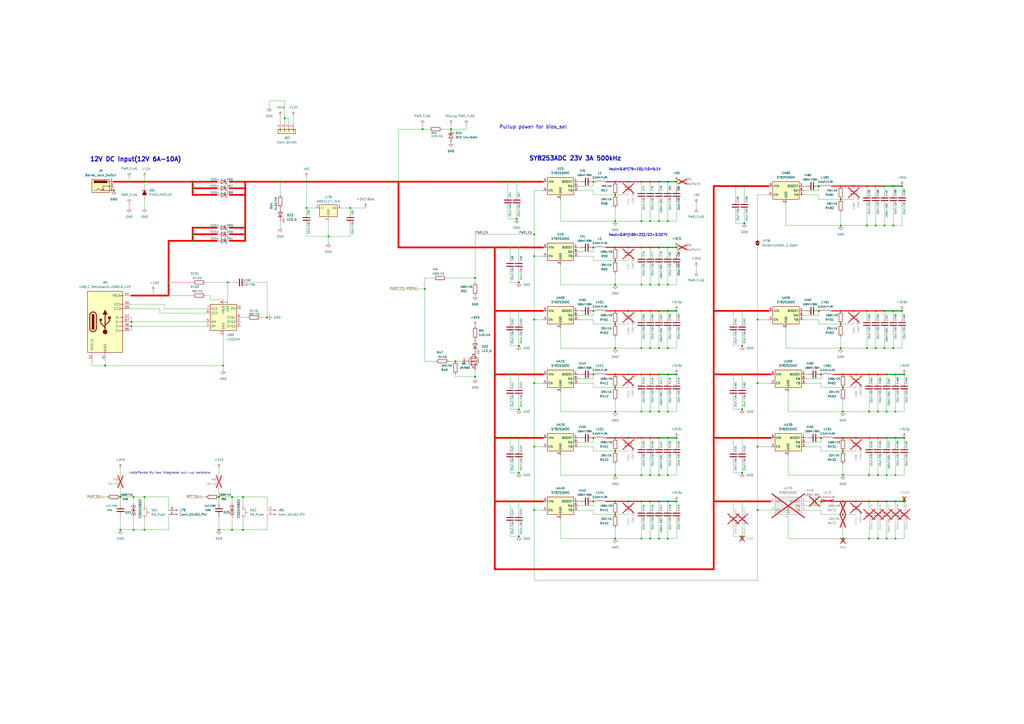
<source format=kicad_sch>
(kicad_sch (version 20231120) (generator "eeschema") (generator_version "8.0")
  (paper "A2")
  (title_block (title "nvme Carrier for LattePanda Mu") (date "2024-07-13") (rev "V1.0"))
  (junction (at 509.27 290.83))
  (junction (at 488.95 275.59))
  (junction (at 523.24 180.34))
  (junction (at 488.95 217.17))
  (junction (at 111.76 135.89))
  (junction (at 519.43 275.59))
  (junction (at 514.35 254))
  (junction (at 387.35 290.83))
  (junction (at 430.53 180.34))
  (junction (at 496.57 290.83))
  (junction (at 83.82 307.34))
  (junction (at 344.17 290.83))
  (junction (at 275.59 218.44))
  (junction (at 488.95 238.76))
  (junction (at 425.45 180.34))
  (junction (at 382.27 217.17))
  (junction (at 356.87 187.96))
  (junction (at 414.02 290.83))
  (junction (at 372.11 165.1))
  (junction (at 487.68 115.57))
  (junction (at 74.93 105.41))
  (junction (at 190.5 137.16))
  (junction (at 392.43 254))
  (junction (at 356.87 201.93))
  (junction (at 514.35 217.17))
  (junction (at 134.62 288.29))
  (junction (at 287.02 254))
  (junction (at 88.9 171.45))
  (junction (at 364.49 217.17))
  (junction (at 514.35 290.83))
  (junction (at 162.56 105.41))
  (junction (at 377.19 105.41))
  (junction (at 387.35 143.51))
  (junction (at 356.87 261.62))
  (junction (at 430.53 290.83))
  (junction (at 129.54 212.09))
  (junction (at 495.3 107.95))
  (junction (at 140.97 307.34))
  (junction (at 300.99 180.34))
  (junction (at 382.27 290.83))
  (junction (at 356.87 180.34))
  (junction (at 476.25 290.83))
  (junction (at 300.99 200.66))
  (junction (at 476.25 217.17))
  (junction (at 356.87 238.76))
  (junction (at 364.49 143.51))
  (junction (at 519.43 290.83))
  (junction (at 356.87 254))
  (junction (at 519.43 312.42))
  (junction (at 430.53 274.32))
  (junction (at 372.11 180.34))
  (junction (at 77.47 288.29))
  (junction (at 356.87 113.03))
  (junction (at 300.99 311.15))
  (junction (at 504.19 290.83))
  (junction (at 387.35 128.27))
  (junction (at 487.68 180.34))
  (junction (at 508 107.95))
  (junction (at 387.35 105.41))
  (junction (at 502.92 107.95))
  (junction (at 431.8 129.54))
  (junction (at 508 180.34))
  (junction (at 69.85 307.34))
  (junction (at 430.53 311.15))
  (junction (at 509.27 217.17))
  (junction (at 364.49 105.41))
  (junction (at 165.1 68.58))
  (junction (at 502.92 180.34))
  (junction (at 76.2 189.23))
  (junction (at 245.11 74.93))
  (junction (at 476.25 254))
  (junction (at 356.87 165.1))
  (junction (at 513.08 130.81))
  (junction (at 387.35 312.42))
  (junction (at 524.51 254))
  (junction (at 97.79 163.83))
  (junction (at 414.02 254))
  (junction (at 287.02 180.34))
  (junction (at 518.16 130.81))
  (junction (at 524.51 290.83))
  (junction (at 382.27 312.42))
  (junction (at 474.98 180.34))
  (junction (at 264.16 209.55))
  (junction (at 382.27 165.1))
  (junction (at 430.53 254))
  (junction (at 300.99 217.17))
  (junction (at 439.42 222.25))
  (junction (at 502.92 130.81))
  (junction (at 300.99 254))
  (junction (at 387.35 201.93))
  (junction (at 142.24 109.22) (color 255 0 0 1))
  (junction (at 372.11 217.17))
  (junction (at 364.49 180.34))
  (junction (at 392.43 143.51))
  (junction (at 488.95 224.79))
  (junction (at 299.72 127))
  (junction (at 439.42 185.42))
  (junction (at 372.11 143.51))
  (junction (at 142.24 132.08))
  (junction (at 372.11 201.93))
  (junction (at 430.53 217.17))
  (junction (at 83.82 105.41))
  (junction (at 509.27 238.76))
  (junction (at 344.17 143.51))
  (junction (at 509.27 254))
  (junction (at 488.95 261.62))
  (junction (at 377.19 312.42))
  (junction (at 275.59 161.29))
  (junction (at 372.11 238.76))
  (junction (at 377.19 238.76))
  (junction (at 504.19 238.76))
  (junction (at 474.98 107.95))
  (junction (at 487.68 130.81))
  (junction (at 177.8 105.41))
  (junction (at 83.82 288.29))
  (junction (at 294.64 105.41))
  (junction (at 364.49 254))
  (junction (at 382.27 105.41))
  (junction (at 382.27 180.34))
  (junction (at 111.76 109.22))
  (junction (at 496.57 217.17))
  (junction (at 356.87 275.59))
  (junction (at 300.99 143.51))
  (junction (at 519.43 238.76))
  (junction (at 132.08 163.83))
  (junction (at 356.87 151.13))
  (junction (at 203.2 120.65))
  (junction (at 488.95 298.45))
  (junction (at 425.45 254))
  (junction (at 344.17 254))
  (junction (at 513.08 201.93))
  (junction (at 77.47 307.34))
  (junction (at 392.43 217.17))
  (junction (at 514.35 238.76))
  (junction (at 295.91 254))
  (junction (at 392.43 290.83))
  (junction (at 142.24 113.03) (color 255 0 0 1))
  (junction (at 508 201.93))
  (junction (at 513.08 107.95))
  (junction (at 356.87 224.79))
  (junction (at 519.43 217.17))
  (junction (at 504.19 312.42))
  (junction (at 513.08 180.34))
  (junction (at 111.76 105.41))
  (junction (at 377.19 128.27))
  (junction (at 309.88 148.59))
  (junction (at 140.97 288.29))
  (junction (at 518.16 107.95))
  (junction (at 487.68 201.93))
  (junction (at 111.76 139.7))
  (junction (at 504.19 275.59))
  (junction (at 300.99 237.49))
  (junction (at 69.85 288.29))
  (junction (at 508 130.81))
  (junction (at 382.27 128.27))
  (junction (at 309.88 185.42))
  (junction (at 382.27 254))
  (junction (at 487.68 107.95))
  (junction (at 295.91 143.51))
  (junction (at 514.35 312.42))
  (junction (at 382.27 238.76))
  (junction (at 496.57 254))
  (junction (at 425.45 290.83))
  (junction (at 518.16 201.93))
  (junction (at 382.27 143.51))
  (junction (at 309.88 135.89))
  (junction (at 299.72 105.41))
  (junction (at 300.99 274.32))
  (junction (at 387.35 238.76))
  (junction (at 127 307.34))
  (junction (at 430.53 237.49))
  (junction (at 344.17 180.34))
  (junction (at 387.35 180.34))
  (junction (at 97.79 171.45))
  (junction (at 382.27 275.59))
  (junction (at 504.19 254))
  (junction (at 309.88 222.25))
  (junction (at 66.04 110.49))
  (junction (at 382.27 201.93))
  (junction (at 309.88 259.08))
  (junction (at 287.02 290.83))
  (junction (at 60.96 212.09))
  (junction (at 414.02 180.34))
  (junction (at 392.43 180.34))
  (junction (at 387.35 275.59))
  (junction (at 377.19 290.83))
  (junction (at 387.35 217.17))
  (junction (at 509.27 275.59))
  (junction (at 519.43 254))
  (junction (at 372.11 105.41))
  (junction (at 231.14 105.41))
  (junction (at 356.87 298.45))
  (junction (at 439.42 259.08))
  (junction (at 177.8 120.65))
  (junction (at 425.45 217.17))
  (junction (at 295.91 180.34))
  (junction (at 300.99 290.83))
  (junction (at 514.35 275.59))
  (junction (at 295.91 290.83))
  (junction (at 356.87 143.51))
  (junction (at 295.91 217.17))
  (junction (at 518.16 180.34))
  (junction (at 344.17 105.41))
  (junction (at 344.17 217.17))
  (junction (at 261.62 74.93))
  (junction (at 287.02 217.17))
  (junction (at 377.19 275.59))
  (junction (at 377.19 201.93))
  (junction (at 487.68 187.96))
  (junction (at 154.94 184.15))
  (junction (at 488.95 254))
  (junction (at 287.02 143.51))
  (junction (at 372.11 128.27))
  (junction (at 495.3 180.34))
  (junction (at 392.43 105.41))
  (junction (at 134.62 307.34))
  (junction (at 377.19 254))
  (junction (at 142.24 105.41) (color 255 0 0 1))
  (junction (at 439.42 295.91))
  (junction (at 488.95 312.42))
  (junction (at 502.92 201.93))
  (junction (at 509.27 312.42))
  (junction (at 377.19 165.1))
  (junction (at 76.2 186.69))
  (junction (at 430.53 200.66))
  (junction (at 372.11 275.59))
  (junction (at 309.88 295.91))
  (junction (at 127 288.29))
  (junction (at 426.72 107.95))
  (junction (at 246.38 167.64))
  (junction (at 377.19 143.51))
  (junction (at 431.8 107.95))
  (junction (at 504.19 217.17))
  (junction (at 142.24 135.89))
  (junction (at 524.51 217.17))
  (junction (at 364.49 290.83))
  (junction (at 414.02 217.17))
  (junction (at 377.19 180.34))
  (junction (at 300.99 163.83))
  (junction (at 523.24 107.95))
  (junction (at 356.87 290.83))
  (junction (at 356.87 128.27))
  (junction (at 387.35 254))
  (junction (at 387.35 165.1))
  (junction (at 356.87 105.41))
  (junction (at 372.11 254))
  (junction (at 488.95 290.83))
  (junction (at 356.87 217.17))
  (junction (at 356.87 312.42))
  (junction (at 377.19 217.17))
  (junction (at 372.11 312.42))
  (junction (at 372.11 290.83))
  (wire (pts (xy 387.35 184.15) (xy 387.35 180.34)))
  (wire (pts (xy 392.43 128.27) (xy 387.35 128.27)))
  (wire (pts (xy 476.25 256.54) (xy 476.25 254)))
  (wire (pts (xy 518.16 180.34) (xy 513.08 180.34)))
  (wire (pts (xy 97.79 288.29) (xy 83.82 288.29)))
  (wire (pts (xy 430.53 200.66) (xy 430.53 194.31)))
  (wire (pts (xy 97.79 139.7) (xy 97.79 163.83)) (stroke (width 1) (color 255 0 0 1)))
  (wire (pts (xy 77.47 288.29) (xy 69.85 288.29)))
  (wire (pts (xy 356.87 232.41) (xy 356.87 238.76)))
  (wire (pts (xy 382.27 228.6) (xy 382.27 238.76)))
  (wire (pts (xy 474.98 185.42) (xy 474.98 187.96)))
  (wire (pts (xy 242.57 167.64) (xy 246.38 167.64)))
  (wire (pts (xy 513.08 119.38) (xy 513.08 130.81)))
  (wire (pts (xy 403.86 154.94) (xy 403.86 157.48)))
  (wire (pts (xy 476.25 293.37) (xy 476.25 290.83)))
  (wire (pts (xy 275.59 218.44) (xy 275.59 219.71)))
  (wire (pts (xy 514.35 257.81) (xy 514.35 254)))
  (wire (pts (xy 83.82 102.87) (xy 83.82 105.41)))
  (wire (pts (xy 387.35 290.83) (xy 382.27 290.83)) (stroke (width 0.6)))
  (wire (pts (xy 295.91 163.83) (xy 295.91 157.48)))
  (wire (pts (xy 519.43 275.59) (xy 514.35 275.59)))
  (wire (pts (xy 377.19 217.17) (xy 377.19 220.98)))
  (wire (pts (xy 425.45 200.66) (xy 430.53 200.66)))
  (wire (pts (xy 425.45 237.49) (xy 430.53 237.49)))
  (wire (pts (xy 245.11 74.93) (xy 248.92 74.93)))
  (wire (pts (xy 351.79 180.34) (xy 356.87 180.34)) (stroke (width 0.6) (color 255 0 0 1)))
  (wire (pts (xy 488.95 238.76) (xy 504.19 238.76)))
  (wire (pts (xy 356.87 143.51) (xy 364.49 143.51)) (stroke (width 0.6) (color 255 0 0 1)))
  (wire (pts (xy 518.16 201.93) (xy 513.08 201.93)))
  (wire (pts (xy 356.87 269.24) (xy 356.87 275.59)))
  (wire (pts (xy 482.6 107.95) (xy 487.68 107.95)) (stroke (width 0.6) (color 255 0 0 1)))
  (wire (pts (xy 392.43 265.43) (xy 392.43 275.59)))
  (wire (pts (xy 425.45 311.15) (xy 430.53 311.15)))
  (wire (pts (xy 509.27 302.26) (xy 509.27 312.42)))
  (wire (pts (xy 356.87 158.75) (xy 356.87 165.1)))
  (wire (pts (xy 300.99 163.83) (xy 300.99 157.48)))
  (wire (pts (xy 392.43 220.98) (xy 392.43 217.17)))
  (wire (pts (xy 203.2 123.19) (xy 203.2 120.65)))
  (wire (pts (xy 425.45 297.18) (xy 425.45 290.83)))
  (wire (pts (xy 372.11 217.17) (xy 372.11 220.98)))
  (wire (pts (xy 356.87 128.27) (xy 372.11 128.27)))
  (wire (pts (xy 295.91 217.17) (xy 300.99 217.17)) (stroke (width 1) (color 255 0 0 1)))
  (wire (pts (xy 287.02 180.34) (xy 295.91 180.34)) (stroke (width 1) (color 255 0 0 1)))
  (wire (pts (xy 476.25 298.45) (xy 488.95 298.45)))
  (wire (pts (xy 295.91 311.15) (xy 295.91 304.8)))
  (wire (pts (xy 430.53 237.49) (xy 430.53 231.14)))
  (wire (pts (xy 518.16 107.95) (xy 513.08 107.95)))
  (wire (pts (xy 300.99 311.15) (xy 300.99 304.8)))
  (wire (pts (xy 256.54 74.93) (xy 261.62 74.93)))
  (wire (pts (xy 392.43 290.83) (xy 387.35 290.83)) (stroke (width 0.6)))
  (wire (pts (xy 487.68 195.58) (xy 487.68 201.93)))
  (wire (pts (xy 162.56 105.41) (xy 177.8 105.41)) (stroke (width 1) (color 255 0 0 1)))
  (wire (pts (xy 111.76 139.7) (xy 125.73 139.7)) (stroke (width 1) (color 255 0 0 1)))
  (wire (pts (xy 439.42 222.25) (xy 439.42 259.08)))
  (wire (pts (xy 294.64 105.41) (xy 299.72 105.41)) (stroke (width 1) (color 255 0 0 1)))
  (wire (pts (xy 300.99 217.17) (xy 314.96 217.17)) (stroke (width 1) (color 255 0 0 1)))
  (wire (pts (xy 139.7 184.15) (xy 143.51 184.15)))
  (wire (pts (xy 439.42 259.08) (xy 439.42 295.91)))
  (wire (pts (xy 287.02 217.17) (xy 295.91 217.17)) (stroke (width 1) (color 255 0 0 1)))
  (wire (pts (xy 325.12 165.1) (xy 356.87 165.1)))
  (wire (pts (xy 325.12 300.99) (xy 325.12 312.42)))
  (wire (pts (xy 466.09 107.95) (xy 467.36 107.95)))
  (wire (pts (xy 203.2 120.65) (xy 212.09 120.65)))
  (wire (pts (xy 392.43 154.94) (xy 392.43 165.1)))
  (wire (pts (xy 356.87 306.07) (xy 356.87 312.42)))
  (wire (pts (xy 377.19 290.83) (xy 372.11 290.83)) (stroke (width 0.6) (color 255 0 0 1)))
  (wire (pts (xy 425.45 290.83) (xy 430.53 290.83)) (stroke (width 1) (color 255 0 0 1)))
  (wire (pts (xy 431.8 123.19) (xy 431.8 129.54)))
  (wire (pts (xy 518.16 111.76) (xy 518.16 107.95)))
  (wire (pts (xy 264.16 209.55) (xy 267.97 209.55)))
  (wire (pts (xy 382.27 143.51) (xy 377.19 143.51)) (stroke (width 0.6) (color 255 0 0 1)))
  (wire (pts (xy 356.87 195.58) (xy 356.87 201.93)))
  (wire (pts (xy 392.43 228.6) (xy 392.43 238.76)))
  (wire (pts (xy 129.54 194.31) (xy 129.54 212.09)))
  (wire (pts (xy 519.43 257.81) (xy 519.43 254)))
  (wire (pts (xy 83.82 105.41) (xy 74.93 105.41)) (stroke (width 1) (color 255 0 0 1)))
  (wire (pts (xy 335.28 254) (xy 336.55 254)))
  (wire (pts (xy 474.98 115.57) (xy 487.68 115.57)))
  (wire (pts (xy 246.38 167.64) (xy 246.38 209.55)))
  (wire (pts (xy 295.91 311.15) (xy 300.99 311.15)))
  (wire (pts (xy 275.59 135.89) (xy 309.88 135.89)))
  (wire (pts (xy 524.51 275.59) (xy 519.43 275.59)))
  (wire (pts (xy 524.51 254) (xy 519.43 254)) (stroke (width 0.6)))
  (wire (pts (xy 351.79 290.83) (xy 356.87 290.83)) (stroke (width 0.6) (color 255 0 0 1)))
  (wire (pts (xy 431.8 107.95) (xy 445.77 107.95)) (stroke (width 1) (color 255 0 0 1)))
  (wire (pts (xy 504.19 254) (xy 496.57 254)) (stroke (width 0.6) (color 255 0 0 1)))
  (wire (pts (xy 488.95 254) (xy 496.57 254)) (stroke (width 0.6) (color 255 0 0 1)))
  (wire (pts (xy 156.21 58.42) (xy 165.1 58.42)))
  (wire (pts (xy 514.35 238.76) (xy 509.27 238.76)))
  (wire (pts (xy 502.92 130.81) (xy 508 130.81)))
  (wire (pts (xy 356.87 105.41) (xy 364.49 105.41)) (stroke (width 0.6) (color 255 0 0 1)))
  (wire (pts (xy 524.51 217.17) (xy 519.43 217.17)) (stroke (width 0.6)))
  (wire (pts (xy 111.76 132.08) (xy 125.73 132.08)) (stroke (width 1) (color 255 0 0 1)))
  (wire (pts (xy 325.12 275.59) (xy 356.87 275.59)))
  (wire (pts (xy 356.87 187.96) (xy 364.49 187.96)))
  (wire (pts (xy 509.27 254) (xy 504.19 254)) (stroke (width 0.6) (color 255 0 0 1)))
  (wire (pts (xy 287.02 290.83) (xy 295.91 290.83)) (stroke (width 1) (color 255 0 0 1)))
  (wire (pts (xy 325.12 227.33) (xy 325.12 238.76)))
  (wire (pts (xy 165.1 58.42) (xy 165.1 68.58)))
  (wire (pts (xy 295.91 290.83) (xy 300.99 290.83)) (stroke (width 1) (color 255 0 0 1)))
  (wire (pts (xy 476.25 224.79) (xy 488.95 224.79)))
  (wire (pts (xy 129.54 214.63) (xy 129.54 212.09)))
  (wire (pts (xy 356.87 113.03) (xy 364.49 113.03)))
  (wire (pts (xy 430.53 311.15) (xy 430.53 304.8)))
  (wire (pts (xy 140.97 292.1) (xy 140.97 288.29)))
  (wire (pts (xy 325.12 128.27) (xy 356.87 128.27)))
  (wire (pts (xy 246.38 161.29) (xy 251.46 161.29)))
  (wire (pts (xy 154.94 295.91) (xy 154.94 288.29)))
  (wire (pts (xy 487.68 180.34) (xy 495.3 180.34)) (stroke (width 0.6) (color 255 0 0 1)))
  (wire (pts (xy 127 299.72) (xy 127 307.34)))
  (wire (pts (xy 430.53 290.83) (xy 447.04 290.83)) (stroke (width 1) (color 255 0 0 1)))
  (wire (pts (xy 392.43 254) (xy 387.35 254)))
  (wire (pts (xy 508 180.34) (xy 502.92 180.34)) (stroke (width 0.6) (color 255 0 0 1)))
  (wire (pts (xy 261.62 72.39) (xy 261.62 74.93)))
  (wire (pts (xy 392.43 165.1) (xy 387.35 165.1)))
  (wire (pts (xy 518.16 107.95) (xy 513.08 107.95)) (stroke (width 0.6)))
  (wire (pts (xy 372.11 217.17) (xy 364.49 217.17)) (stroke (width 0.6) (color 255 0 0 1)))
  (wire (pts (xy 377.19 302.26) (xy 377.19 312.42)))
  (wire (pts (xy 519.43 217.17) (xy 514.35 217.17)) (stroke (width 0.6)))
  (wire (pts (xy 513.08 201.93) (xy 508 201.93)))
  (wire (pts (xy 502.92 107.95) (xy 495.3 107.95)) (stroke (width 0.6) (color 255 0 0 1)))
  (wire (pts (xy 502.92 180.34) (xy 495.3 180.34)) (stroke (width 0.6) (color 255 0 0 1)))
  (wire (pts (xy 455.93 118.11) (xy 455.93 130.81)))
  (wire (pts (xy 299.72 105.41) (xy 314.96 105.41)) (stroke (width 1) (color 255 0 0 1)))
  (wire (pts (xy 356.87 120.65) (xy 356.87 128.27)))
  (wire (pts (xy 504.19 265.43) (xy 504.19 275.59)))
  (wire (pts (xy 382.27 217.17) (xy 377.19 217.17)) (stroke (width 0.6) (color 255 0 0 1)))
  (wire (pts (xy 502.92 119.38) (xy 502.92 130.81)))
  (wire (pts (xy 83.82 105.41) (xy 83.82 107.95)))
  (wire (pts (xy 76.2 189.23) (xy 119.38 189.23)))
  (wire (pts (xy 483.87 290.83) (xy 488.95 290.83)) (stroke (width 0.6) (color 255 0 0 1)))
  (wire (pts (xy 509.27 217.17) (xy 509.27 220.98)))
  (wire (pts (xy 260.35 209.55) (xy 264.16 209.55)))
  (wire (pts (xy 387.35 147.32) (xy 387.35 143.51)))
  (wire (pts (xy 387.35 294.64) (xy 387.35 290.83)))
  (wire (pts (xy 387.35 105.41) (xy 382.27 105.41)) (stroke (width 0.6)))
  (wire (pts (xy 335.28 143.51) (xy 336.55 143.51)))
  (wire (pts (xy 295.91 200.66) (xy 295.91 194.31)))
  (wire (pts (xy 474.98 182.88) (xy 474.98 180.34)))
  (wire (pts (xy 524.51 302.26) (xy 524.51 312.42)))
  (wire (pts (xy 377.19 254) (xy 377.19 257.81)))
  (wire (pts (xy 300.99 200.66) (xy 300.99 194.31)))
  (wire (pts (xy 356.87 180.34) (xy 364.49 180.34)) (stroke (width 0.6) (color 255 0 0 1)))
  (wire (pts (xy 504.19 275.59) (xy 509.27 275.59)))
  (wire (pts (xy 476.25 295.91) (xy 476.25 298.45)))
  (wire (pts (xy 309.88 110.49) (xy 309.88 135.89)))
  (wire (pts (xy 259.08 161.29) (xy 275.59 161.29)))
  (wire (pts (xy 372.11 180.34) (xy 364.49 180.34)) (stroke (width 0.6) (color 255 0 0 1)))
  (wire (pts (xy 377.19 143.51) (xy 377.19 147.32)))
  (wire (pts (xy 88.9 171.45) (xy 97.79 171.45)) (stroke (width 1.016) (color 255 0 0 1)))
  (wire (pts (xy 387.35 201.93) (xy 382.27 201.93)))
  (wire (pts (xy 190.5 128.27) (xy 190.5 137.16)))
  (wire (pts (xy 377.19 265.43) (xy 377.19 275.59)))
  (wire (pts (xy 514.35 220.98) (xy 514.35 217.17)))
  (wire (pts (xy 309.88 222.25) (xy 309.88 259.08)))
  (wire (pts (xy 295.91 200.66) (xy 300.99 200.66)))
  (wire (pts (xy 92.71 179.07) (xy 76.2 179.07)))
  (wire (pts (xy 439.42 222.25) (xy 447.04 222.25)))
  (wire (pts (xy 335.28 259.08) (xy 344.17 259.08)))
  (wire (pts (xy 518.16 107.95) (xy 523.24 107.95)) (stroke (width 0.6)))
  (wire (pts (xy 287.02 143.51) (xy 295.91 143.51)) (stroke (width 1) (color 255 0 0 1)))
  (wire (pts (xy 335.28 295.91) (xy 344.17 295.91)))
  (wire (pts (xy 483.87 254) (xy 488.95 254)) (stroke (width 0.6) (color 255 0 0 1)))
  (wire (pts (xy 414.02 180.34) (xy 425.45 180.34)) (stroke (width 1) (color 255 0 0 1)))
  (wire (pts (xy 487.68 130.81) (xy 502.92 130.81)))
  (wire (pts (xy 231.14 143.51) (xy 287.02 143.51)) (stroke (width 1) (color 255 0 0 1)))
  (wire (pts (xy 95.25 179.07) (xy 95.25 176.53)))
  (wire (pts (xy 372.11 180.34) (xy 372.11 184.15)))
  (wire (pts (xy 351.79 143.51) (xy 356.87 143.51)) (stroke (width 0.6) (color 255 0 0 1)))
  (wire (pts (xy 466.09 180.34) (xy 467.36 180.34)))
  (wire (pts (xy 519.43 228.6) (xy 519.43 238.76)))
  (wire (pts (xy 351.79 254) (xy 356.87 254)) (stroke (width 0.6) (color 255 0 0 1)))
  (wire (pts (xy 275.59 161.29) (xy 275.59 163.83)))
  (wire (pts (xy 467.36 259.08) (xy 476.25 259.08)))
  (wire (pts (xy 504.19 238.76) (xy 509.27 238.76)))
  (wire (pts (xy 519.43 217.17) (xy 514.35 217.17)))
  (wire (pts (xy 466.09 110.49) (xy 474.98 110.49)))
  (wire (pts (xy 190.5 137.16) (xy 190.5 140.97)))
  (wire (pts (xy 508 191.77) (xy 508 201.93)))
  (wire (pts (xy 430.53 223.52) (xy 430.53 217.17)))
  (wire (pts (xy 74.93 102.87) (xy 74.93 105.41)))
  (wire (pts (xy 295.91 180.34) (xy 300.99 180.34)) (stroke (width 1) (color 255 0 0 1)))
  (wire (pts (xy 377.19 228.6) (xy 377.19 238.76)))
  (wire (pts (xy 335.28 107.95) (xy 344.17 107.95)))
  (wire (pts (xy 264.16 217.17) (xy 264.16 218.44)))
  (wire (pts (xy 344.17 222.25) (xy 344.17 224.79)))
  (wire (pts (xy 523.24 119.38) (xy 523.24 130.81)))
  (wire (pts (xy 372.11 143.51) (xy 372.11 147.32)))
  (wire (pts (xy 287.02 254) (xy 287.02 290.83)) (stroke (width 1) (color 255 0 0 1)))
  (wire (pts (xy 69.85 271.78) (xy 69.85 275.59)))
  (wire (pts (xy 392.43 302.26) (xy 392.43 312.42)))
  (wire (pts (xy 482.6 180.34) (xy 487.68 180.34)) (stroke (width 0.6) (color 255 0 0 1)))
  (wire (pts (xy 344.17 295.91) (xy 344.17 298.45)))
  (wire (pts (xy 425.45 186.69) (xy 425.45 180.34)))
  (wire (pts (xy 372.11 116.84) (xy 372.11 128.27)))
  (wire (pts (xy 309.88 295.91) (xy 309.88 336.55)))
  (wire (pts (xy 154.94 163.83) (xy 143.51 163.83)))
  (wire (pts (xy 392.43 143.51) (xy 387.35 143.51)) (stroke (width 0.6)))
  (wire (pts (xy 439.42 144.78) (xy 439.42 185.42)))
  (wire (pts (xy 430.53 297.18) (xy 430.53 290.83)))
  (wire (pts (xy 514.35 294.64) (xy 514.35 290.83)))
  (wire (pts (xy 414.02 217.17) (xy 414.02 254)) (stroke (width 1) (color 255 0 0 1)))
  (wire (pts (xy 387.35 257.81) (xy 387.35 254)))
  (wire (pts (xy 325.12 264.16) (xy 325.12 275.59)))
  (wire (pts (xy 524.51 220.98) (xy 524.51 217.17)))
  (wire (pts (xy 476.25 219.71) (xy 476.25 217.17)))
  (wire (pts (xy 372.11 238.76) (xy 377.19 238.76)))
  (wire (pts (xy 372.11 165.1) (xy 377.19 165.1)))
  (wire (pts (xy 382.27 165.1) (xy 377.19 165.1)))
  (wire (pts (xy 344.17 187.96) (xy 356.87 187.96)))
  (wire (pts (xy 119.38 163.83) (xy 132.08 163.83)))
  (wire (pts (xy 111.76 109.22) (xy 111.76 105.41)) (stroke (width 1) (color 255 0 0 1)))
  (wire (pts (xy 519.43 290.83) (xy 514.35 290.83)) (stroke (width 0.6)))
  (wire (pts (xy 426.72 129.54) (xy 431.8 129.54)))
  (wire (pts (xy 151.13 184.15) (xy 154.94 184.15)))
  (wire (pts (xy 377.19 217.17) (xy 372.11 217.17)) (stroke (width 0.6) (color 255 0 0 1)))
  (wire (pts (xy 142.24 132.08) (xy 142.24 135.89)) (stroke (width 1) (color 255 0 0 1)))
  (wire (pts (xy 483.87 217.17) (xy 488.95 217.17)) (stroke (width 0.6) (color 255 0 0 1)))
  (wire (pts (xy 287.02 143.51) (xy 287.02 180.34)) (stroke (width 1) (color 255 0 0 1)))
  (wire (pts (xy 154.94 288.29) (xy 140.97 288.29)))
  (wire (pts (xy 83.82 307.34) (xy 77.47 307.34)))
  (wire (pts (xy 425.45 311.15) (xy 425.45 304.8)))
  (wire (pts (xy 264.16 218.44) (xy 275.59 218.44)))
  (wire (pts (xy 344.17 148.59) (xy 344.17 151.13)))
  (wire (pts (xy 382.27 180.34) (xy 377.19 180.34)) (stroke (width 0.6) (color 255 0 0 1)))
  (wire (pts (xy 295.91 274.32) (xy 300.99 274.32)))
  (wire (pts (xy 488.95 306.07) (xy 488.95 312.42)))
  (wire (pts (xy 77.47 299.72) (xy 77.47 307.34)))
  (wire (pts (xy 403.86 118.11) (xy 403.86 120.65)))
  (wire (pts (xy 377.19 105.41) (xy 372.11 105.41)) (stroke (width 0.6) (color 255 0 0 1)))
  (wire (pts (xy 382.27 257.81) (xy 382.27 254)))
  (wire (pts (xy 344.17 185.42) (xy 344.17 187.96)))
  (wire (pts (xy 309.88 259.08) (xy 314.96 259.08)))
  (wire (pts (xy 514.35 265.43) (xy 514.35 275.59)))
  (wire (pts (xy 488.95 290.83) (xy 496.57 290.83)) (stroke (width 0.6) (color 255 0 0 1)))
  (wire (pts (xy 111.76 105.41) (xy 125.73 105.41)) (stroke (width 1) (color 255 0 0 1)))
  (wire (pts (xy 392.43 257.81) (xy 392.43 254)))
  (wire (pts (xy 387.35 275.59) (xy 382.27 275.59)))
  (wire (pts (xy 335.28 256.54) (xy 344.17 256.54)))
  (wire (pts (xy 231.14 105.41) (xy 294.64 105.41)) (stroke (width 1) (color 255 0 0 1)))
  (wire (pts (xy 431.8 115.57) (xy 431.8 107.95)))
  (wire (pts (xy 387.35 128.27) (xy 382.27 128.27)))
  (wire (pts (xy 111.76 135.89) (xy 125.73 135.89)) (stroke (width 1) (color 255 0 0 1)))
  (wire (pts (xy 111.76 135.89) (xy 111.76 139.7)) (stroke (width 1) (color 255 0 0 1)))
  (wire (pts (xy 457.2 312.42) (xy 488.95 312.42)))
  (wire (pts (xy 518.16 130.81) (xy 513.08 130.81)))
  (wire (pts (xy 351.79 105.41) (xy 356.87 105.41)) (stroke (width 0.6) (color 255 0 0 1)))
  (wire (pts (xy 514.35 312.42) (xy 509.27 312.42)))
  (wire (pts (xy 387.35 254) (xy 382.27 254)) (stroke (width 0.6)))
  (wire (pts (xy 140.97 288.29) (xy 134.62 288.29)))
  (wire (pts (xy 387.35 143.51) (xy 382.27 143.51)) (stroke (width 0.6)))
  (wire (pts (xy 467.36 222.25) (xy 476.25 222.25)))
  (wire (pts (xy 344.17 219.71) (xy 344.17 217.17)))
  (wire (pts (xy 487.68 115.57) (xy 495.3 115.57)))
  (wire (pts (xy 519.43 220.98) (xy 519.43 217.17)))
  (wire (pts (xy 372.11 254) (xy 364.49 254)) (stroke (width 0.6) (color 255 0 0 1)))
  (wire (pts (xy 474.98 113.03) (xy 474.98 115.57)))
  (wire (pts (xy 467.36 295.91) (xy 476.25 295.91)))
  (wire (pts (xy 425.45 260.35) (xy 425.45 254)))
  (wire (pts (xy 135.89 163.83) (xy 132.08 163.83)))
  (wire (pts (xy 387.35 254) (xy 382.27 254)))
  (wire (pts (xy 382.27 302.26) (xy 382.27 312.42)))
  (wire (pts (xy 392.43 147.32) (xy 392.43 143.51)))
  (wire (pts (xy 294.64 120.65) (xy 294.64 127)))
  (wire (pts (xy 387.35 180.34) (xy 382.27 180.34)) (stroke (width 0.6)))
  (wire (pts (xy 519.43 290.83) (xy 514.35 290.83)))
  (wire (pts (xy 83.82 292.1) (xy 83.82 288.29)))
  (wire (pts (xy 133.35 109.22) (xy 142.24 109.22)) (stroke (width 1) (color 255 0 0 1)))
  (wire (pts (xy 377.19 105.41) (xy 377.19 109.22)))
  (wire (pts (xy 335.28 148.59) (xy 344.17 148.59)))
  (wire (pts (xy 121.92 171.45) (xy 121.92 173.99)))
  (wire (pts (xy 425.45 180.34) (xy 430.53 180.34)) (stroke (width 1) (color 255 0 0 1)))
  (wire (pts (xy 295.91 260.35) (xy 295.91 254)))
  (wire (pts (xy 133.35 113.03) (xy 142.24 113.03)) (stroke (width 1) (color 255 0 0 1)))
  (wire (pts (xy 387.35 238.76) (xy 382.27 238.76)))
  (wire (pts (xy 439.42 259.08) (xy 447.04 259.08)))
  (wire (pts (xy 377.19 180.34) (xy 377.19 184.15)))
  (wire (pts (xy 488.95 232.41) (xy 488.95 238.76)))
  (wire (pts (xy 474.98 110.49) (xy 474.98 107.95)))
  (wire (pts (xy 372.11 290.83) (xy 364.49 290.83)) (stroke (width 0.6) (color 255 0 0 1)))
  (wire (pts (xy 455.93 190.5) (xy 455.93 201.93)))
  (wire (pts (xy 392.43 294.64) (xy 392.43 290.83)))
  (wire (pts (xy 177.8 130.81) (xy 177.8 137.16)))
  (wire (pts (xy 457.2 264.16) (xy 457.2 275.59)))
  (wire (pts (xy 502.92 191.77) (xy 502.92 201.93)))
  (wire (pts (xy 504.19 312.42) (xy 509.27 312.42)))
  (wire (pts (xy 392.43 217.17) (xy 387.35 217.17)) (stroke (width 0.6)))
  (wire (pts (xy 134.62 288.29) (xy 127 288.29)))
  (wire (pts (xy 509.27 228.6) (xy 509.27 238.76)))
  (wire (pts (xy 246.38 209.55) (xy 252.73 209.55)))
  (wire (pts (xy 508 107.95) (xy 502.92 107.95)) (stroke (width 0.6) (color 255 0 0 1)))
  (wire (pts (xy 335.28 219.71) (xy 344.17 219.71)))
  (wire (pts (xy 372.11 105.41) (xy 372.11 109.22)))
  (wire (pts (xy 300.99 186.69) (xy 300.99 180.34)))
  (wire (pts (xy 426.72 107.95) (xy 431.8 107.95)) (stroke (width 1) (color 255 0 0 1)))
  (wire (pts (xy 487.68 201.93) (xy 502.92 201.93)))
  (wire (pts (xy 344.17 182.88) (xy 344.17 180.34)))
  (wire (pts (xy 119.38 179.07) (xy 95.25 179.07)))
  (wire (pts (xy 295.91 297.18) (xy 295.91 290.83)))
  (wire (pts (xy 377.19 254) (xy 372.11 254)) (stroke (width 0.6) (color 255 0 0 1)))
  (wire (pts (xy 300.99 297.18) (xy 300.99 290.83)))
  (wire (pts (xy 392.43 290.83) (xy 387.35 290.83)))
  (wire (pts (xy 300.99 149.86) (xy 300.99 143.51)))
  (wire (pts (xy 513.08 107.95) (xy 508 107.95)) (stroke (width 0.6) (color 255 0 0 1)))
  (wire (pts (xy 382.27 294.64) (xy 382.27 290.83)))
  (wire (pts (xy 344.17 110.49) (xy 344.17 113.03)))
  (wire (pts (xy 523.24 180.34) (xy 518.16 180.34)) (stroke (width 0.6)))
  (wire (pts (xy 177.8 120.65) (xy 177.8 105.41)))
  (wire (pts (xy 129.54 212.09) (xy 60.96 212.09)))
  (wire (pts (xy 425.45 200.66) (xy 425.45 194.31)))
  (wire (pts (xy 387.35 165.1) (xy 382.27 165.1)))
  (wire (pts (xy 487.68 107.95) (xy 495.3 107.95)) (stroke (width 0.6) (color 255 0 0 1)))
  (wire (pts (xy 488.95 261.62) (xy 496.57 261.62)))
  (wire (pts (xy 426.72 123.19) (xy 426.72 129.54)))
  (wire (pts (xy 508 107.95) (xy 508 111.76)))
  (wire (pts (xy 167.64 71.12) (xy 167.64 68.58)))
  (wire (pts (xy 392.43 143.51) (xy 387.35 143.51)))
  (wire (pts (xy 524.51 254) (xy 519.43 254)))
  (wire (pts (xy 514.35 217.17) (xy 509.27 217.17)) (stroke (width 0.6) (color 255 0 0 1)))
  (wire (pts (xy 295.91 237.49) (xy 295.91 231.14)))
  (wire (pts (xy 344.17 298.45) (xy 356.87 298.45)))
  (wire (pts (xy 518.16 184.15) (xy 518.16 180.34)))
  (wire (pts (xy 246.38 161.29) (xy 246.38 167.64)))
  (wire (pts (xy 392.43 275.59) (xy 387.35 275.59)))
  (wire (pts (xy 519.43 312.42) (xy 514.35 312.42)))
  (wire (pts (xy 504.19 228.6) (xy 504.19 238.76)))
  (wire (pts (xy 504.19 217.17) (xy 496.57 217.17)) (stroke (width 0.6) (color 255 0 0 1)))
  (wire (pts (xy 309.88 110.49) (xy 314.96 110.49)))
  (wire (pts (xy 287.02 330.2) (xy 414.02 330.2)) (stroke (width 1) (color 255 0 0 1)))
  (wire (pts (xy 245.11 72.39) (xy 245.11 74.93)))
  (wire (pts (xy 487.68 123.19) (xy 487.68 130.81)))
  (wire (pts (xy 488.95 269.24) (xy 488.95 275.59)))
  (wire (pts (xy 165.1 68.58) (xy 165.1 71.12)))
  (wire (pts (xy 372.11 201.93) (xy 377.19 201.93)))
  (wire (pts (xy 445.77 185.42) (xy 439.42 185.42)))
  (wire (pts (xy 455.93 130.81) (xy 487.68 130.81)))
  (wire (pts (xy 509.27 290.83) (xy 509.27 294.64)))
  (wire (pts (xy 519.43 302.26) (xy 519.43 312.42)))
  (wire (pts (xy 356.87 312.42) (xy 372.11 312.42)))
  (wire (pts (xy 513.08 184.15) (xy 513.08 180.34)))
  (wire (pts (xy 414.02 217.17) (xy 425.45 217.17)) (stroke (width 1) (color 255 0 0 1)))
  (wire (pts (xy 270.51 72.39) (xy 270.51 74.93)))
  (wire (pts (xy 356.87 290.83) (xy 364.49 290.83)) (stroke (width 0.6) (color 255 0 0 1)))
  (wire (pts (xy 382.27 154.94) (xy 382.27 165.1)))
  (wire (pts (xy 414.02 254) (xy 425.45 254)) (stroke (width 1) (color 255 0 0 1)))
  (wire (pts (xy 387.35 265.43) (xy 387.35 275.59)))
  (wire (pts (xy 414.02 180.34) (xy 414.02 217.17)) (stroke (width 1) (color 255 0 0 1)))
  (wire (pts (xy 382.27 275.59) (xy 377.19 275.59)))
  (wire (pts (xy 97.79 295.91) (xy 97.79 288.29)))
  (wire (pts (xy 392.43 180.34) (xy 387.35 180.34)))
  (wire (pts (xy 518.16 119.38) (xy 518.16 130.81)))
  (wire (pts (xy 387.35 290.83) (xy 382.27 290.83)))
  (wire (pts (xy 392.43 201.93) (xy 387.35 201.93)))
  (wire (pts (xy 335.28 293.37) (xy 344.17 293.37)))
  (wire (pts (xy 476.25 259.08) (xy 476.25 261.62)))
  (wire (pts (xy 335.28 110.49) (xy 344.17 110.49)))
  (wire (pts (xy 524.51 217.17) (xy 519.43 217.17)))
  (wire (pts (xy 154.94 163.83) (xy 154.94 184.15)))
  (wire (pts (xy 356.87 151.13) (xy 364.49 151.13)))
  (wire (pts (xy 509.27 254) (xy 509.27 257.81)))
  (wire (pts (xy 275.59 214.63) (xy 275.59 218.44)))
  (wire (pts (xy 474.98 187.96) (xy 487.68 187.96)))
  (wire (pts (xy 524.51 290.83) (xy 519.43 290.83)))
  (wire (pts (xy 382.27 109.22) (xy 382.27 105.41)))
  (wire (pts (xy 83.82 288.29) (xy 77.47 288.29)))
  (wire (pts (xy 53.34 212.09) (xy 60.96 212.09)))
  (wire (pts (xy 295.91 223.52) (xy 295.91 217.17)))
  (wire (pts (xy 392.43 184.15) (xy 392.43 180.34)))
  (wire (pts (xy 377.19 143.51) (xy 372.11 143.51)) (stroke (width 0.6) (color 255 0 0 1)))
  (wire (pts (xy 524.51 312.42) (xy 519.43 312.42)))
  (wire (pts (xy 513.08 111.76) (xy 513.08 107.95)))
  (wire (pts (xy 523.24 111.76) (xy 523.24 107.95)))
  (wire (pts (xy 372.11 290.83) (xy 372.11 294.64)))
  (wire (pts (xy 414.02 290.83) (xy 414.02 330.2)) (stroke (width 1) (color 255 0 0 1)))
  (wire (pts (xy 372.11 228.6) (xy 372.11 238.76)))
  (wire (pts (xy 162.56 128.27) (xy 162.56 132.08)))
  (wire (pts (xy 519.43 254) (xy 514.35 254)))
  (wire (pts (xy 467.36 290.83) (xy 468.63 290.83)))
  (wire (pts (xy 476.25 261.62) (xy 488.95 261.62)))
  (wire (pts (xy 387.35 312.42) (xy 382.27 312.42)))
  (wire (pts (xy 300.99 290.83) (xy 314.96 290.83)) (stroke (width 1) (color 255 0 0 1)))
  (wire (pts (xy 523.24 201.93) (xy 518.16 201.93)))
  (wire (pts (xy 467.36 217.17) (xy 468.63 217.17)))
  (wire (pts (xy 60.96 212.09) (xy 60.96 209.55)))
  (wire (pts (xy 154.94 307.34) (xy 140.97 307.34)))
  (wire (pts (xy 514.35 275.59) (xy 509.27 275.59)))
  (wire (pts (xy 372.11 191.77) (xy 372.11 201.93)))
  (wire (pts (xy 513.08 180.34) (xy 508 180.34)) (stroke (width 0.6) (color 255 0 0 1)))
  (wire (pts (xy 509.27 217.17) (xy 504.19 217.17)) (stroke (width 0.6) (color 255 0 0 1)))
  (wire (pts (xy 132.08 163.83) (xy 132.08 173.99)))
  (wire (pts (xy 203.2 137.16) (xy 190.5 137.16)))
  (wire (pts (xy 309.88 148.59) (xy 309.88 185.42)))
  (wire (pts (xy 83.82 105.41) (xy 111.76 105.41)) (stroke (width 1) (color 255 0 0 1)))
  (wire (pts (xy 287.02 180.34) (xy 287.02 217.17)) (stroke (width 1) (color 255 0 0 1)))
  (wire (pts (xy 344.17 151.13) (xy 356.87 151.13)))
  (wire (pts (xy 457.2 238.76) (xy 488.95 238.76)))
  (wire (pts (xy 387.35 191.77) (xy 387.35 201.93)))
  (wire (pts (xy 83.82 120.65) (xy 83.82 115.57)))
  (wire (pts (xy 314.96 222.25) (xy 309.88 222.25)))
  (wire (pts (xy 524.51 265.43) (xy 524.51 275.59)))
  (wire (pts (xy 299.72 120.65) (xy 299.72 127)))
  (wire (pts (xy 425.45 237.49) (xy 425.45 231.14)))
  (wire (pts (xy 142.24 135.89) (xy 142.24 139.7)) (stroke (width 1) (color 255 0 0 1)))
  (wire (pts (xy 335.28 180.34) (xy 336.55 180.34)))
  (wire (pts (xy 387.35 109.22) (xy 387.35 105.41)))
  (wire (pts (xy 300.99 237.49) (xy 300.99 231.14)))
  (wire (pts (xy 372.11 302.26) (xy 372.11 312.42)))
  (wire (pts (xy 335.28 290.83) (xy 336.55 290.83)))
  (wire (pts (xy 275.59 135.89) (xy 275.59 161.29)))
  (wire (pts (xy 88.9 171.45) (xy 76.2 171.45)) (stroke (width 1.016) (color 255 0 0 1)))
  (wire (pts (xy 335.28 146.05) (xy 344.17 146.05)))
  (wire (pts (xy 69.85 288.29) (xy 69.85 292.1)))
  (wire (pts (xy 382.27 184.15) (xy 382.27 180.34)))
  (wire (pts (xy 182.88 120.65) (xy 177.8 120.65)))
  (wire (pts (xy 382.27 191.77) (xy 382.27 201.93)))
  (wire (pts (xy 377.19 290.83) (xy 377.19 294.64)))
  (wire (pts (xy 514.35 302.26) (xy 514.35 312.42)))
  (wire (pts (xy 392.43 105.41) (xy 387.35 105.41)))
  (wire (pts (xy 300.99 223.52) (xy 300.99 217.17)))
  (wire (pts (xy 426.72 115.57) (xy 426.72 107.95)))
  (wire (pts (xy 335.28 217.17) (xy 336.55 217.17)))
  (wire (pts (xy 344.17 146.05) (xy 344.17 143.51)))
  (wire (pts (xy 509.27 290.83) (xy 504.19 290.83)) (stroke (width 0.6) (color 255 0 0 1)))
  (wire (pts (xy 504.19 290.83) (xy 504.19 294.64)))
  (wire (pts (xy 76.2 186.69) (xy 119.38 186.69)))
  (wire (pts (xy 519.43 265.43) (xy 519.43 275.59)))
  (wire (pts (xy 344.17 107.95) (xy 344.17 105.41)))
  (wire (pts (xy 414.02 290.83) (xy 425.45 290.83)) (stroke (width 1) (color 255 0 0 1)))
  (wire (pts (xy 177.8 123.19) (xy 177.8 120.65)))
  (wire (pts (xy 97.79 171.45) (xy 111.76 171.45)) (stroke (width 0) (color 255 0 0 1)))
  (wire (pts (xy 83.82 302.26) (xy 83.82 307.34)))
  (wire (pts (xy 119.38 171.45) (xy 121.92 171.45)))
  (wire (pts (xy 414.02 107.95) (xy 414.02 180.34)) (stroke (width 1) (color 255 0 0 1)))
  (wire (pts (xy 392.43 109.22) (xy 392.43 105.41)))
  (wire (pts (xy 97.79 298.45) (xy 97.79 307.34)))
  (wire (pts (xy 387.35 180.34) (xy 382.27 180.34)))
  (wire (pts (xy 392.43 238.76) (xy 387.35 238.76)))
  (wire (pts (xy 294.64 113.03) (xy 294.64 105.41)))
  (wire (pts (xy 325.12 115.57) (xy 325.12 128.27)))
  (wire (pts (xy 524.51 290.83) (xy 519.43 290.83)) (stroke (width 0.6)))
  (wire (pts (xy 125.73 109.22) (xy 111.76 109.22)) (stroke (width 1) (color 255 0 0 1)))
  (wire (pts (xy 133.35 105.41) (xy 142.24 105.41)) (stroke (width 1) (color 255 0 0 1)))
  (wire (pts (xy 502.92 201.93) (xy 508 201.93)))
  (wire (pts (xy 53.34 209.55) (xy 53.34 212.09)))
  (wire (pts (xy 162.56 67.31) (xy 162.56 71.12)))
  (wire (pts (xy 392.43 254) (xy 387.35 254)) (stroke (width 0.6)))
  (wire (pts (xy 356.87 275.59) (xy 372.11 275.59)))
  (wire (pts (xy 524.51 228.6) (xy 524.51 238.76)))
  (wire (pts (xy 142.24 105.41) (xy 142.24 109.22)) (stroke (width 1) (color 255 0 0 1)))
  (wire (pts (xy 387.35 302.26) (xy 387.35 312.42)))
  (wire (pts (xy 514.35 290.83) (xy 509.27 290.83)) (stroke (width 0.6) (color 255 0 0 1)))
  (wire (pts (xy 77.47 288.29) (xy 77.47 292.1)))
  (wire (pts (xy 287.02 217.17) (xy 287.02 254)) (stroke (width 1) (color 255 0 0 1)))
  (wire (pts (xy 300.99 254) (xy 314.96 254)) (stroke (width 1) (color 255 0 0 1)))
  (wire (pts (xy 523.24 180.34) (xy 518.16 180.34)))
  (wire (pts (xy 439.42 295.91) (xy 447.04 295.91)))
  (wire (pts (xy 425.45 274.32) (xy 430.53 274.32)))
  (wire (pts (xy 231.14 74.93) (xy 245.11 74.93)))
  (wire (pts (xy 344.17 256.54) (xy 344.17 254)))
  (wire (pts (xy 127 288.29) (xy 127 292.1)))
  (wire (pts (xy 300.99 260.35) (xy 300.99 254)))
  (wire (pts (xy 314.96 185.42) (xy 309.88 185.42)))
  (wire (pts (xy 372.11 275.59) (xy 377.19 275.59)))
  (wire (pts (xy 457.2 227.33) (xy 457.2 238.76)))
  (wire (pts (xy 140.97 307.34) (xy 134.62 307.34)))
  (wire (pts (xy 387.35 143.51) (xy 382.27 143.51)))
  (wire (pts (xy 372.11 154.94) (xy 372.11 165.1)))
  (wire (pts (xy 287.02 290.83) (xy 287.02 330.2)) (stroke (width 1) (color 255 0 0 1)))
  (wire (pts (xy 430.53 217.17) (xy 447.04 217.17)) (stroke (width 1) (color 255 0 0 1)))
  (wire (pts (xy 377.19 154.94) (xy 377.19 165.1)))
  (wire (pts (xy 387.35 217.17) (xy 382.27 217.17)) (stroke (width 0.6)))
  (wire (pts (xy 513.08 130.81) (xy 508 130.81)))
  (wire (pts (xy 488.95 224.79) (xy 496.57 224.79)))
  (wire (pts (xy 356.87 224.79) (xy 364.49 224.79)))
  (wire (pts (xy 356.87 238.76) (xy 372.11 238.76)))
  (wire (pts (xy 523.24 130.81) (xy 518.16 130.81)))
  (wire (pts (xy 439.42 113.03) (xy 439.42 137.16)))
  (wire (pts (xy 344.17 259.08) (xy 344.17 261.62)))
  (wire (pts (xy 119.38 181.61) (xy 92.71 181.61)))
  (wire (pts (xy 203.2 130.81) (xy 203.2 137.16)))
  (wire (pts (xy 344.17 224.79) (xy 356.87 224.79)))
  (wire (pts (xy 97.79 307.34) (xy 83.82 307.34)))
  (wire (pts (xy 287.02 254) (xy 295.91 254)) (stroke (width 1) (color 255 0 0 1)))
  (wire (pts (xy 392.43 116.84) (xy 392.43 128.27)))
  (wire (pts (xy 387.35 217.17) (xy 382.27 217.17)))
  (wire (pts (xy 425.45 274.32) (xy 425.45 267.97)))
  (wire (pts (xy 111.76 132.08) (xy 111.76 135.89)) (stroke (width 1) (color 255 0 0 1)))
  (wire (pts (xy 127 283.21) (xy 127 288.29)))
  (wire (pts (xy 382.27 238.76) (xy 377.19 238.76)))
  (wire (pts (xy 356.87 165.1) (xy 372.11 165.1)))
  (wire (pts (xy 170.18 67.31) (xy 170.18 71.12)))
  (wire (pts (xy 309.88 148.59) (xy 314.96 148.59)))
  (wire (pts (xy 467.36 254) (xy 468.63 254)))
  (wire (pts (xy 504.19 302.26) (xy 504.19 312.42)))
  (wire (pts (xy 508 180.34) (xy 508 184.15)))
  (wire (pts (xy 66.04 107.95) (xy 66.04 110.49)))
  (wire (pts (xy 142.24 105.41) (xy 162.56 105.41)) (stroke (width 1) (color 255 0 0 1)))
  (wire (pts (xy 382.27 201.93) (xy 377.19 201.93)))
  (wire (pts (xy 66.04 105.41) (xy 74.93 105.41)) (stroke (width 1) (color 255 0 0 1)))
  (wire (pts (xy 309.88 259.08) (xy 309.88 295.91)))
  (wire (pts (xy 356.87 201.93) (xy 372.11 201.93)))
  (wire (pts (xy 502.92 180.34) (xy 502.92 184.15)))
  (wire (pts (xy 502.92 107.95) (xy 502.92 111.76)))
  (wire (pts (xy 335.28 105.41) (xy 336.55 105.41)))
  (wire (pts (xy 134.62 288.29) (xy 134.62 292.1)))
  (wire (pts (xy 377.19 180.34) (xy 372.11 180.34)) (stroke (width 0.6) (color 255 0 0 1)))
  (wire (pts (xy 295.91 143.51) (xy 300.99 143.51)) (stroke (width 1) (color 255 0 0 1)))
  (wire (pts (xy 59.69 288.29) (xy 62.23 288.29)))
  (wire (pts (xy 392.43 312.42) (xy 387.35 312.42)))
  (wire (pts (xy 382.27 147.32) (xy 382.27 143.51)))
  (wire (pts (xy 309.88 295.91) (xy 314.96 295.91)))
  (wire (pts (xy 74.93 118.11) (xy 74.93 120.65)))
  (wire (pts (xy 414.02 107.95) (xy 426.72 107.95)) (stroke (width 1) (color 255 0 0 1)))
  (wire (pts (xy 69.85 283.21) (xy 69.85 288.29)))
  (wire (pts (xy 455.93 201.93) (xy 487.68 201.93)))
  (wire (pts (xy 325.12 190.5) (xy 325.12 201.93)))
  (wire (pts (xy 76.2 184.15) (xy 76.2 186.69)))
  (wire (pts (xy 518.16 180.34) (xy 513.08 180.34)) (stroke (width 0.6)))
  (wire (pts (xy 524.51 257.81) (xy 524.51 254)))
  (wire (pts (xy 457.2 300.99) (xy 457.2 312.42)))
  (wire (pts (xy 509.27 265.43) (xy 509.27 275.59)))
  (wire (pts (xy 140.97 302.26) (xy 140.97 307.34)))
  (wire (pts (xy 162.56 113.03) (xy 162.56 105.41)))
  (wire (pts (xy 142.24 135.89) (xy 133.35 135.89)) (stroke (width 1) (color 255 0 0 1)))
  (wire (pts (xy 156.21 62.23) (xy 156.21 58.42)))
  (wire (pts (xy 518.16 191.77) (xy 518.16 201.93)))
  (wire (pts (xy 134.62 307.34) (xy 127 307.34)))
  (wire (pts (xy 382.27 128.27) (xy 377.19 128.27)))
  (wire (pts (xy 488.95 217.17) (xy 496.57 217.17)) (stroke (width 0.6) (color 255 0 0 1)))
  (wire (pts (xy 382.27 220.98) (xy 382.27 217.17)))
  (wire (pts (xy 300.99 143.51) (xy 314.96 143.51)) (stroke (width 1) (color 255 0 0 1)))
  (wire (pts (xy 344.17 293.37) (xy 344.17 290.83)))
  (wire (pts (xy 121.92 173.99) (xy 129.54 173.99)))
  (wire (pts (xy 513.08 191.77) (xy 513.08 201.93)))
  (wire (pts (xy 295.91 274.32) (xy 295.91 267.97)))
  (wire (pts (xy 344.17 113.03) (xy 356.87 113.03)))
  (wire (pts (xy 466.09 182.88) (xy 474.98 182.88)))
  (wire (pts (xy 487.68 187.96) (xy 495.3 187.96)))
  (wire (pts (xy 198.12 120.65) (xy 203.2 120.65)))
  (wire (pts (xy 430.53 254) (xy 447.04 254)) (stroke (width 1) (color 255 0 0 1)))
  (wire (pts (xy 92.71 181.61) (xy 92.71 179.07)))
  (wire (pts (xy 467.36 293.37) (xy 476.25 293.37)))
  (wire (pts (xy 372.11 254) (xy 372.11 257.81)))
  (wire (pts (xy 142.24 113.03) (xy 142.24 132.08)) (stroke (width 1) (color 255 0 0 1)))
  (wire (pts (xy 425.45 223.52) (xy 425.45 217.17)))
  (wire (pts (xy 270.51 74.93) (xy 261.62 74.93)))
  (wire (pts (xy 325.12 312.42) (xy 356.87 312.42)))
  (wire (pts (xy 142.24 109.22) (xy 142.24 113.03)) (stroke (width 1) (color 255 0 0 1)))
  (wire (pts (xy 325.12 201.93) (xy 356.87 201.93)))
  (wire (pts (xy 392.43 180.34) (xy 387.35 180.34)) (stroke (width 0.6)))
  (wire (pts (xy 504.19 217.17) (xy 504.19 220.98)))
  (wire (pts (xy 524.51 294.64) (xy 524.51 290.83)))
  (wire (pts (xy 111.76 113.03) (xy 111.76 109.22)) (stroke (width 1) (color 255 0 0 1)))
  (wire (pts (xy 466.09 185.42) (xy 474.98 185.42)))
  (wire (pts (xy 177.8 105.41) (xy 231.14 105.41)) (stroke (width 1) (color 255 0 0 1)))
  (wire (pts (xy 335.28 182.88) (xy 344.17 182.88)))
  (wire (pts (xy 508 130.81) (xy 508 119.38)))
  (wire (pts (xy 519.43 238.76) (xy 514.35 238.76)))
  (wire (pts (xy 519.43 254) (xy 514.35 254)) (stroke (width 0.6)))
  (wire (pts (xy 231.14 74.93) (xy 231.14 105.41)))
  (wire (pts (xy 387.35 154.94) (xy 387.35 165.1)))
  (wire (pts (xy 295.91 254) (xy 300.99 254)) (stroke (width 1) (color 255 0 0 1)))
  (wire (pts (xy 523.24 191.77) (xy 523.24 201.93)))
  (wire (pts (xy 295.91 237.49) (xy 300.99 237.49)))
  (wire (pts (xy 476.25 222.25) (xy 476.25 224.79)))
  (wire (pts (xy 134.62 299.72) (xy 134.62 307.34)))
  (wire (pts (xy 300.99 180.34) (xy 314.96 180.34)) (stroke (width 1) (color 255 0 0 1)))
  (wire (pts (xy 344.17 261.62) (xy 356.87 261.62)))
  (wire (pts (xy 335.28 185.42) (xy 344.17 185.42)))
  (wire (pts (xy 523.24 107.95) (xy 518.16 107.95)))
  (wire (pts (xy 88.9 168.91) (xy 88.9 171.45)))
  (wire (pts (xy 377.19 128.27) (xy 377.19 116.84)))
  (wire (pts (xy 387.35 105.41) (xy 382.27 105.41)))
  (wire (pts (xy 425.45 254) (xy 430.53 254)) (stroke (width 1) (color 255 0 0 1)))
  (wire (pts (xy 457.2 275.59) (xy 488.95 275.59)))
  (wire (pts (xy 97.79 139.7) (xy 111.76 139.7)) (stroke (width 1) (color 255 0 0 1)))
  (wire (pts (xy 300.99 274.32) (xy 300.99 267.97)))
  (wire (pts (xy 165.1 68.58) (xy 167.64 68.58)))
  (wire (pts (xy 372.11 128.27) (xy 377.19 128.27)))
  (wire (pts (xy 97.79 163.83) (xy 111.76 163.83)) (stroke (width 0) (color 255 0 0 1)))
  (wire (pts (xy 467.36 256.54) (xy 476.25 256.54)))
  (wire (pts (xy 430.53 180.34) (xy 445.77 180.34)) (stroke (width 1) (color 255 0 0 1)))
  (wire (pts (xy 299.72 113.03) (xy 299.72 105.41)))
  (wire (pts (xy 295.91 163.83) (xy 300.99 163.83)))
  (wire (pts (xy 414.02 254) (xy 414.02 290.83)) (stroke (width 1) (color 255 0 0 1)))
  (wire (pts (xy 524.51 238.76) (xy 519.43 238.76)))
  (wire (pts (xy 295.91 149.86) (xy 295.91 143.51)))
  (wire (pts (xy 387.35 116.84) (xy 387.35 128.27)))
  (wire (pts (xy 392.43 217.17) (xy 387.35 217.17)))
  (wire (pts (xy 466.09 113.03) (xy 474.98 113.03)))
  (wire (pts (xy 95.25 176.53) (xy 76.2 176.53)))
  (wire (pts (xy 69.85 299.72) (xy 69.85 307.34)))
  (wire (pts (xy 97.79 163.83) (xy 97.79 171.45)) (stroke (width 1.016) (color 255 0 0 1)))
  (wire (pts (xy 514.35 254) (xy 509.27 254)) (stroke (width 0.6) (color 255 0 0 1)))
  (wire (pts (xy 295.91 186.69) (xy 295.91 180.34)))
  (wire (pts (xy 430.53 260.35) (xy 430.53 254)))
  (wire (pts (xy 382.27 105.41) (xy 377.19 105.41)) (stroke (width 0.6) (color 255 0 0 1)))
  (wire (pts (xy 83.82 105.41) (xy 111.76 105.41)))
  (wire (pts (xy 125.73 113.03) (xy 111.76 113.03)) (stroke (width 1) (color 255 0 0 1)))
  (wire (pts (xy 356.87 217.17) (xy 364.49 217.17)) (stroke (width 0.6) (color 255 0 0 1)))
  (wire (pts (xy 177.8 102.87) (xy 177.8 105.41)))
  (wire (pts (xy 488.95 298.45) (xy 496.57 298.45)))
  (wire (pts (xy 387.35 220.98) (xy 387.35 217.17)))
  (wire (pts (xy 488.95 312.42) (xy 504.19 312.42)))
  (wire (pts (xy 372.11 265.43) (xy 372.11 275.59)))
  (wire (pts (xy 519.43 294.64) (xy 519.43 290.83)))
  (wire (pts (xy 127 271.78) (xy 127 275.59)))
  (wire (pts (xy 514.35 228.6) (xy 514.35 238.76)))
  (wire (pts (xy 154.94 298.45) (xy 154.94 307.34)))
  (wire (pts (xy 377.19 191.77) (xy 377.19 201.93)))
  (wire (pts (xy 325.12 153.67) (xy 325.12 165.1)))
  (wire (pts (xy 356.87 298.45) (xy 364.49 298.45)))
  (wire (pts (xy 309.88 336.55) (xy 439.42 336.55)))
  (wire (pts (xy 142.24 132.08) (xy 133.35 132.08)) (stroke (width 1) (color 255 0 0 1)))
  (wire (pts (xy 309.88 135.89) (xy 309.88 148.59)))
  (wire (pts (xy 439.42 185.42) (xy 439.42 222.25)))
  (wire (pts (xy 372.11 105.41) (xy 364.49 105.41)) (stroke (width 0.6) (color 255 0 0 1)))
  (wire (pts (xy 142.24 139.7) (xy 133.35 139.7)) (stroke (width 1) (color 255 0 0 1)))
  (wire (pts (xy 382.27 254) (xy 377.19 254)) (stroke (width 0.6) (color 255 0 0 1)))
  (wire (pts (xy 116.84 288.29) (xy 119.38 288.29)))
  (wire (pts (xy 356.87 254) (xy 364.49 254)) (stroke (width 0.6) (color 255 0 0 1)))
  (wire (pts (xy 382.27 312.42) (xy 377.19 312.42)))
  (wire (pts (xy 382.27 290.83) (xy 377.19 290.83)) (stroke (width 0.6) (color 255 0 0 1)))
  (wire (pts (xy 309.88 185.42) (xy 309.88 222.25)))
  (wire (pts (xy 504.19 290.83) (xy 496.57 290.83)) (stroke (width 0.6) (color 255 0 0 1)))
  (wire (pts (xy 372.11 143.51) (xy 364.49 143.51)) (stroke (width 0.6) (color 255 0 0 1)))
  (wire (pts (xy 335.28 222.25) (xy 344.17 222.25)))
  (wire (pts (xy 387.35 228.6) (xy 387.35 238.76)))
  (wire (pts (xy 382.27 265.43) (xy 382.27 275.59)))
  (wire (pts (xy 177.8 137.16) (xy 190.5 137.16)))
  (wire (pts (xy 467.36 219.71) (xy 476.25 219.71)))
  (wire (pts (xy 425.45 217.17) (xy 430.53 217.17)) (stroke (width 1) (color 255 0 0 1)))
  (wire (pts (xy 294.64 127) (xy 299.72 127)))
  (wire (pts (xy 392.43 191.77) (xy 392.43 201.93)))
  (wire (pts (xy 325.12 238.76) (xy 356.87 238.76)))
  (wire (pts (xy 439.42 295.91) (xy 439.42 336.55)))
  (wire (pts (xy 356.87 261.62) (xy 364.49 261.62)))
  (wire (pts (xy 488.95 275.59) (xy 504.19 275.59)))
  (wire (pts (xy 387.35 105.41) (xy 392.43 105.41)) (stroke (width 0.6)))
  (wire (pts (xy 351.79 217.17) (xy 356.87 217.17)) (stroke (width 0.6) (color 255 0 0 1)))
  (wire (pts (xy 77.47 307.34) (xy 69.85 307.34)))
  (wire (pts (xy 523.24 184.15) (xy 523.24 180.34)))
  (wire (pts (xy 382.27 116.84) (xy 382.27 128.27)))
  (wire (pts (xy 430.53 186.69) (xy 430.53 180.34)))
  (wire (pts (xy 231.14 105.41) (xy 231.14 143.51)) (stroke (width 1) (color 255 0 0 1)))
  (wire (pts (xy 372.11 312.42) (xy 377.19 312.42)))
  (wire (pts (xy 76.2 189.23) (xy 76.2 191.77)))
  (wire (pts (xy 430.53 274.32) (xy 430.53 267.97)))
  (wire (pts (xy 439.42 113.03) (xy 445.77 113.03)))
  (wire (pts (xy 504.19 254) (xy 504.19 257.81)))
  (text "SY8253ADC 23V 3A 500kHz\n" (at 306.832 93.472 0) (effects (font (size 2.54 2.54) (thickness 0.508) (bold yes)) (justify left bottom)))
  (text "LattePanda Mu has integrated pull-up resistors." (at 74.93 274.32 0) (effects (font (size 1.27 1.27)) (justify left)))
  (text "Vout=0.6*(75+10)/10=5.1V" (at 353.06 99.06 0) (effects (font (size 1.397 1.397) (thickness 0.2794) (bold yes)) (justify left bottom)))
  (text "12V DC Input(12V 6A-10A)" (at 52.07 93.98 0) (effects (font (size 2.54 2.54) (thickness 0.508) (bold yes)) (justify left bottom)))
  (text "Pullup power for bios_sel\n" (at 289.56 74.93 0) (effects (font (size 2 2) (thickness 0.2794) (bold yes)) (justify left bottom)))
  (text "Vout=0.6*(100+22)/22=3.327V" (at 353.06 137.16 0) (effects (font (size 1.397 1.397) (thickness 0.2794) (bold yes)) (justify left bottom)))
  (label "PWR_EN" (at 275.59 135.89 0))
  (label "PWR_EN" (at 300.99 135.89 0))
  (hierarchical_label "~{PWR_SW}" (shape output) (at 59.69 288.29 180))
  (hierarchical_label "~{PWR_LED}{slash}~{PSON}" (shape input) (at 242.57 167.64 180))
  (hierarchical_label "~{RST_SW}" (shape output) (at 116.84 288.29 180))
  (symbol (lib_id "Device:C") (at 377.19 151.13 180) (unit 1)
    (property "Reference" "C77" (at 378.46 147.32 90) (effects (font (size 1 1))))
    (property "Value" "22uF/10V" (at 378.46 156.21 90) (effects (font (size 1 1))))
    (property "Footprint" "A_HDJ_Library:C_0603_1608Metric" (effects (hide yes)))
    (property "Datasheet" "https://www.lcsc.com/datasheet/lcsc_datasheet_2304140030_Samsung-Electro-Mechanics-CL10A226MP8NUNE_C86295.pdf" (effects (hide yes)))
    (property "SCH_Show_Footprint" "C603" (effects (hide yes)))
    (property "Part#" "C86295" (effects (hide yes)))
    (property "MPN" "CL10A226MP8NUNE" (effects (hide yes)))
    (property "Package" "0603" (effects (hide yes)))
    (property "LCSC Part #" "C86295" (effects (hide yes)))
  )
  (symbol (lib_id "power:GND") (at 129.54 214.63 0) (unit 1)
    (property "Reference" "#PWR0213" (effects (hide yes)))
    (property "Value" "GND" (at 129.54 219.71 0))
  )
  (symbol (lib_id "Device:C") (at 300.99 300.99 180) (unit 1)
    (property "Reference" "C442" (at 302.26 297.18 90) (effects (font (size 1 1))))
    (property "Value" "22uF/16V" (at 302.26 306.07 90) (effects (font (size 1 1))))
    (property "Footprint" "A_HDJ_Library:C_0603_1608Metric" (effects (hide yes)))
    (property "Datasheet" "https://www.lcsc.com/datasheet/lcsc_datasheet_2208111030_Samsung-Electro-Mechanics-CL10A226MO7JZNC_C2762594.pdf" (effects (hide yes)))
    (property "SCH_Show_Footprint" "C603" (effects (hide yes)))
    (property "Part#" "C86295" (effects (hide yes)))
    (property "MPN" "CL10A226MO7JZNC" (effects (hide yes)))
    (property "Package" "0603" (effects (hide yes)))
    (property "LCSC Part #" "C2762594" (effects (hide yes)))
  )
  (symbol (lib_id "Device:C") (at 430.53 300.99 180) (unit 1) (exclude_from_sim yes) (in_bom no) (on_board no) (dnp yes)
    (property "Reference" "C472" (at 431.8 297.18 90) (effects (font (size 1 1))))
    (property "Value" "22uF/16V" (at 431.8 306.07 90) (effects (font (size 1 1))))
    (property "Footprint" "A_HDJ_Library:C_0603_1608Metric" (effects (hide yes)))
    (property "Datasheet" "https://wmsc.lcsc.com/wmsc/upload/file/pdf/v2/lcsc/2304140030_Samsung-Electro-Mechanics-CL10A226MP8NUNE_C86295.pdf" (effects (hide yes)))
    (property "SCH_Show_Footprint" "C603" (effects (hide yes)))
    (property "Part#" "C86295" (effects (hide yes)))
    (property "Package" "0603" (effects (hide yes)))
    (property "LCSC Part #" "C86295" (effects (hide yes)))
    (property "MPN" "CL10A226MP8NUNE" (effects (hide yes)))
  )
  (symbol (lib_id "Connector:Barrel_Jack_Switch") (at 58.42 107.95 0) (unit 1)
    (property "Reference" "J5" (at 58.42 99.06 0))
    (property "Value" "Barrel_Jack_Switch" (at 58.42 101.6 0))
    (property "Footprint" "A_HDJ_Library:DC_Jack_DC007B_30V_10A" (effects (hide yes)))
    (property "Datasheet" "https://wmsc.lcsc.com/wmsc/upload/file/pdf/v2/lcsc/2309121405_SHOU-HAN-DC007B-2-5-J_C17701686.pdf" (effects (hide yes)))
    (property "Part#" "C17701686" (effects (hide yes)))
    (property "MPN" "HX DC007B-2.5-J" (effects (hide yes)))
    (property "Package" "Plugin" (effects (hide yes)))
    (property "LCSC Part #" "C19189084" (effects (hide yes)))
    (property "MPN_alt" "DC007B-2.5-J" (effects (hide yes)))
  )
  (symbol (lib_id "Device:R") (at 356.87 294.64 180) (unit 1)
    (property "Reference" "R441" (at 350.52 295.91 0))
    (property "Value" "100K/1%" (at 351.79 293.37 0) (effects (font (size 1 1))))
    (property "Footprint" "A_HDJ_Library:R_0402_1005Metric" (effects (hide yes)))
    (property "Datasheet" "https://wmsc.lcsc.com/wmsc/upload/file/pdf/v2/lcsc/2304140030_YAGEO-RC0402FR-07100KL_C60491.pdf" (effects (hide yes)))
    (property "Part#" "C60491" (effects (hide yes)))
    (property "MPN" "RC0402FR-07100KL" (effects (hide yes)))
    (property "Package" "0402" (effects (hide yes)))
    (property "LCSC Part #" "C60491" (effects (hide yes)))
  )
  (symbol (lib_id "Device:C") (at 364.49 109.22 0) (unit 1) (in_bom no) (dnp yes)
    (property "Reference" "C72" (at 364.49 116.84 90) (effects (font (size 1 1))))
    (property "Value" "12pF/50V" (at 367.03 114.3 90) (effects (font (size 1 1))))
    (property "Footprint" "A_HDJ_Library:C_0402_1005Metric" (effects (hide yes)))
    (property "SCH_Show_Footprint" "C0402" (effects (hide yes)))
  )
  (symbol (lib_id "Device:C") (at 69.85 295.91 0) (unit 1)
    (property "Reference" "C66" (at 63.5 295.91 0) (effects (font (size 1 1))))
    (property "Value" "1uF/16V" (at 64.77 293.37 0) (effects (font (size 1 1))))
    (property "Footprint" "A_HDJ_Library:C_0402_1005Metric" (effects (hide yes)))
    (property "Datasheet" "https://wmsc.lcsc.com/wmsc/upload/file/pdf/v2/lcsc/2304140030_Samsung-Electro-Mechanics-CL05A105KO5NNNC_C29266.pdf" (effects (hide yes)))
    (property "SCH_Show_Footprint" "C0402" (effects (hide yes)))
    (property "Part#" "C29266" (effects (hide yes)))
    (property "MPN" "CL05A105KO5NNNC" (effects (hide yes)))
    (property "Package" "0402" (effects (hide yes)))
    (property "LCSC Part #" "C29266" (effects (hide yes)))
  )
  (symbol (lib_id "Device:R") (at 356.87 116.84 180) (unit 1)
    (property "Reference" "R58" (at 350.52 118.11 0))
    (property "Value" "10K/1%" (at 351.79 115.57 0) (effects (font (size 1 1))))
    (property "Footprint" "A_HDJ_Library:R_0402_1005Metric" (effects (hide yes)))
    (property "Datasheet" "https://wmsc.lcsc.com/wmsc/upload/file/pdf/v2/lcsc/2304140030_YAGEO-RC0402FR-0710KL_C60490.pdf" (effects (hide yes)))
    (property "Part#" "C60490" (effects (hide yes)))
    (property "MPN" "RC0402FR-0710KL" (effects (hide yes)))
    (property "Package" "0402" (effects (hide yes)))
    (property "LCSC Part #" "C60490" (effects (hide yes)))
  )
  (symbol (lib_id "Switch:SW_Push") (at 140.97 297.18 270) (unit 1)
    (property "Reference" "SW2" (at 144.78 295.91 90) (effects (justify left)))
    (property "Value" "SW_Push" (at 144.78 298.45 90) (effects (justify left)))
    (property "Footprint" "A_HDJ_Library:SW_Push_6x6x6" (effects (hide yes)))
    (property "Datasheet" "https://wmsc.lcsc.com/wmsc/upload/file/pdf/v2/lcsc/2304140030_Korean-Hroparts-Elec-K2-1102SP-E3SC-04_C2685894.pdf" (effects (hide yes)))
    (property "Part#" "C2685894" (effects (hide yes)))
    (property "MPN" "DTSM-62K-V-T/R" (effects (hide yes)))
    (property "Package" "SMD " (effects (hide yes)))
    (property "LCSC Part #" "C224978" (effects (hide yes)))
    (property "MPN_alt" "DTSMG-66K-V" (effects (hide yes)))
  )
  (symbol (lib_id "Device:C") (at 514.35 224.79 0) (unit 1)
    (property "Reference" "C467" (at 515.62 220.98 90) (effects (font (size 1 1))))
    (property "Value" "100nF/50V" (at 515.62 231.14 90) (effects (font (size 1 1))))
    (property "Footprint" "A_HDJ_Library:C_0402_1005Metric" (effects (hide yes)))
    (property "Datasheet" "https://wmsc.lcsc.com/wmsc/upload/file/pdf/v2/lcsc/1809272047_Murata-Electronics-GRM155R71H104KE14D_C77020.pdf" (effects (hide yes)))
    (property "SCH_Show_Footprint" "C0402" (effects (hide yes)))
    (property "Part#" "C77020" (effects (hide yes)))
    (property "MPN" "GRM155R71H104KE14D" (effects (hide yes)))
    (property "Package" "0402" (effects (hide yes)))
    (property "LCSC Part #" "C77020" (effects (hide yes)))
  )
  (symbol (lib_id "power:GND") (at 261.62 82.55 0) (unit 1)
    (property "Reference" "#PWR096" (effects (hide yes)))
    (property "Value" "GND" (at 261.62 87.63 0))
  )
  (symbol (lib_id "Device:C") (at 513.08 115.57 0) (unit 1)
    (property "Reference" "C487" (at 514.35 111.76 90) (effects (font (size 1 1))))
    (property "Value" "100nF/50V" (at 514.35 121.92 90) (effects (font (size 1 1))))
    (property "Footprint" "A_HDJ_Library:C_0402_1005Metric" (effects (hide yes)))
    (property "Datasheet" "https://wmsc.lcsc.com/wmsc/upload/file/pdf/v2/lcsc/1809272047_Murata-Electronics-GRM155R71H104KE14D_C77020.pdf" (effects (hide yes)))
    (property "SCH_Show_Footprint" "C0402" (effects (hide yes)))
    (property "Part#" "C77020" (effects (hide yes)))
    (property "MPN" "GRM155R71H104KE14D" (effects (hide yes)))
    (property "Package" "0402" (effects (hide yes)))
    (property "LCSC Part #" "C77020" (effects (hide yes)))
  )
  (symbol (lib_id "Device:C") (at 387.35 261.62 180) (unit 1)
    (property "Reference" "C428" (at 388.62 257.81 90) (effects (font (size 1 1))))
    (property "Value" "22uF/10V" (at 388.62 266.7 90) (effects (font (size 1 1))))
    (property "Footprint" "A_HDJ_Library:C_0603_1608Metric" (effects (hide yes)))
    (property "Datasheet" "https://www.lcsc.com/datasheet/lcsc_datasheet_2304140030_Samsung-Electro-Mechanics-CL10A226MP8NUNE_C86295.pdf" (effects (hide yes)))
    (property "SCH_Show_Footprint" "C603" (effects (hide yes)))
    (property "Part#" "C86295" (effects (hide yes)))
    (property "MPN" "CL10A226MP8NUNE" (effects (hide yes)))
    (property "Package" "0603" (effects (hide yes)))
    (property "LCSC Part #" "C86295" (effects (hide yes)))
  )
  (symbol (lib_id "Device:R") (at 356.87 109.22 180) (unit 1)
    (property "Reference" "R57" (at 350.52 110.49 0))
    (property "Value" "75K/1%" (at 351.79 107.95 0) (effects (font (size 1 1))))
    (property "Footprint" "A_HDJ_Library:R_0402_1005Metric" (effects (hide yes)))
    (property "Datasheet" "https://wmsc.lcsc.com/wmsc/upload/file/pdf/v2/lcsc/2304140030_YAGEO-RC0402FR-0775KL_C137935.pdf" (effects (hide yes)))
    (property "Part#" "C137935" (effects (hide yes)))
    (property "MPN" "RC0402FR-0775KL" (effects (hide yes)))
    (property "Package" "0402" (effects (hide yes)))
    (property "LCSC Part #" "C137935" (effects (hide yes)))
  )
  (symbol (lib_id "Device:C") (at 387.35 113.03 180) (unit 1)
    (property "Reference" "C80" (at 388.62 109.22 90) (effects (font (size 1 1))))
    (property "Value" "22uF/10V" (at 388.62 118.11 90) (effects (font (size 1 1))))
    (property "Footprint" "A_HDJ_Library:C_0603_1608Metric" (effects (hide yes)))
    (property "Datasheet" "https://www.lcsc.com/datasheet/lcsc_datasheet_2304140030_Samsung-Electro-Mechanics-CL10A226MP8NUNE_C86295.pdf" (effects (hide yes)))
    (property "SCH_Show_Footprint" "C603" (effects (hide yes)))
    (property "Part#" "C86295" (effects (hide yes)))
    (property "MPN" "CL10A226MP8NUNE" (effects (hide yes)))
    (property "Package" "0603" (effects (hide yes)))
    (property "LCSC Part #" "C86295" (effects (hide yes)))
  )
  (symbol (lib_id "power:GND") (at 430.53 274.32 0) (unit 1)
    (property "Reference" "#PWR085" (effects (hide yes)))
    (property "Value" "GND" (at 433.07 275.5899 0) (effects (justify left)))
  )
  (symbol (lib_id "Device:C") (at 203.2 127 180) (unit 1)
    (property "Reference" "C91" (at 204.47 123.19 90) (effects (font (size 1 1))))
    (property "Value" "22uF/10V" (at 204.47 132.08 90) (effects (font (size 1 1))))
    (property "Footprint" "A_HDJ_Library:C_0603_1608Metric" (effects (hide yes)))
    (property "Datasheet" "https://www.lcsc.com/datasheet/lcsc_datasheet_2304140030_Samsung-Electro-Mechanics-CL10A226MP8NUNE_C86295.pdf" (effects (hide yes)))
    (property "SCH_Show_Footprint" "C603" (effects (hide yes)))
    (property "Part#" "C86295" (effects (hide yes)))
    (property "MPN" "CL10A226MP8NUNE" (effects (hide yes)))
    (property "Package" "0603" (effects (hide yes)))
    (property "LCSC Part #" "C86295" (effects (hide yes)))
  )
  (symbol (lib_id "Device:R") (at 356.87 257.81 180) (unit 1)
    (property "Reference" "R421" (at 350.52 259.08 0))
    (property "Value" "100K/1%" (at 351.79 256.54 0) (effects (font (size 1 1))))
    (property "Footprint" "A_HDJ_Library:R_0402_1005Metric" (effects (hide yes)))
    (property "Datasheet" "https://wmsc.lcsc.com/wmsc/upload/file/pdf/v2/lcsc/2304140030_YAGEO-RC0402FR-07100KL_C60491.pdf" (effects (hide yes)))
    (property "Part#" "C60491" (effects (hide yes)))
    (property "MPN" "RC0402FR-07100KL" (effects (hide yes)))
    (property "Package" "0402" (effects (hide yes)))
    (property "LCSC Part #" "C60491" (effects (hide yes)))
  )
  (symbol (lib_id "Device:C") (at 504.19 224.79 180) (unit 1)
    (property "Reference" "C465" (at 505.46 220.98 90) (effects (font (size 1 1))))
    (property "Value" "22uF/10V" (at 505.46 229.87 90) (effects (font (size 1 1))))
    (property "Footprint" "A_HDJ_Library:C_0603_1608Metric" (effects (hide yes)))
    (property "Datasheet" "https://www.lcsc.com/datasheet/lcsc_datasheet_2304140030_Samsung-Electro-Mechanics-CL10A226MP8NUNE_C86295.pdf" (effects (hide yes)))
    (property "SCH_Show_Footprint" "C603" (effects (hide yes)))
    (property "Part#" "C86295" (effects (hide yes)))
    (property "MPN" "CL10A226MP8NUNE" (effects (hide yes)))
    (property "Package" "0603" (effects (hide yes)))
    (property "LCSC Part #" "C86295" (effects (hide yes)))
  )
  (symbol (lib_id "power:GND") (at 275.59 171.45 0) (unit 1)
    (property "Reference" "#PWR090" (effects (hide yes)))
    (property "Value" "GND" (at 275.59 176.53 0))
  )
  (symbol (lib_id "Device:C") (at 300.99 190.5 180) (unit 1)
    (property "Reference" "C402" (at 302.26 186.69 90) (effects (font (size 1 1))))
    (property "Value" "22uF/16V" (at 302.26 195.58 90) (effects (font (size 1 1))))
    (property "Footprint" "A_HDJ_Library:C_0603_1608Metric" (effects (hide yes)))
    (property "Datasheet" "https://www.lcsc.com/datasheet/lcsc_datasheet_2208111030_Samsung-Electro-Mechanics-CL10A226MO7JZNC_C2762594.pdf" (effects (hide yes)))
    (property "SCH_Show_Footprint" "C603" (effects (hide yes)))
    (property "Part#" "C86295" (effects (hide yes)))
    (property "MPN" "CL10A226MO7JZNC" (effects (hide yes)))
    (property "Package" "0603" (effects (hide yes)))
    (property "LCSC Part #" "C2762594" (effects (hide yes)))
  )
  (symbol (lib_id "Device:R") (at 356.87 265.43 180) (unit 1)
    (property "Reference" "R422" (at 350.52 266.7 0))
    (property "Value" "22K/1%" (at 351.79 264.16 0) (effects (font (size 1 1))))
    (property "Footprint" "A_HDJ_Library:R_0402_1005Metric" (effects (hide yes)))
    (property "Datasheet" "https://wmsc.lcsc.com/wmsc/upload/file/pdf/v2/lcsc/2304140030_YAGEO-RC0402FR-0722KL_C82868.pdf" (effects (hide yes)))
    (property "Part#" "C82868" (effects (hide yes)))
    (property "MPN" "RC0402FR-0722KL" (effects (hide yes)))
    (property "Package" "0402" (effects (hide yes)))
    (property "LCSC Part #" "C82868" (effects (hide yes)))
  )
  (symbol (lib_id "Device:C") (at 372.11 187.96 180) (unit 1)
    (property "Reference" "C405" (at 373.38 184.15 90) (effects (font (size 1 1))))
    (property "Value" "22uF/10V" (at 373.38 193.04 90) (effects (font (size 1 1))))
    (property "Footprint" "A_HDJ_Library:C_0603_1608Metric" (effects (hide yes)))
    (property "Datasheet" "https://www.lcsc.com/datasheet/lcsc_datasheet_2304140030_Samsung-Electro-Mechanics-CL10A226MP8NUNE_C86295.pdf" (effects (hide yes)))
    (property "SCH_Show_Footprint" "C603" (effects (hide yes)))
    (property "Part#" "C86295" (effects (hide yes)))
    (property "MPN" "CL10A226MP8NUNE" (effects (hide yes)))
    (property "Package" "0603" (effects (hide yes)))
    (property "LCSC Part #" "C86295" (effects (hide yes)))
  )
  (symbol (lib_id "Device:R") (at 115.57 163.83 270) (unit 1)
    (property "Reference" "R101" (at 113.03 158.75 90))
    (property "Value" "1K/1%" (at 114.3 161.29 90) (effects (font (size 1 1))))
    (property "Footprint" "A_HDJ_Library:R_0402_1005Metric" (effects (hide yes)))
    (property "Datasheet" "https://wmsc.lcsc.com/wmsc/upload/file/pdf/v2/lcsc/2304140030_YAGEO-RC0402FR-0721K5L_C185442.pdf" (effects (hide yes)))
    (property "Part#" "C185442" (effects (hide yes)))
    (property "MPN" "RC0402FR-0721K5L" (effects (hide yes)))
    (property "Package" "0402" (effects (hide yes)))
    (property "LCSC Part #" "C185442" (effects (hide yes)))
  )
  (symbol (lib_id "power:GND") (at 162.56 132.08 0) (unit 1)
    (property "Reference" "#PWR0206" (effects (hide yes)))
    (property "Value" "GND" (at 162.56 137.16 0))
  )
  (symbol (lib_id "Device:R") (at 123.19 288.29 270) (unit 1)
    (property "Reference" "R55" (at 128.27 289.56 90) (effects (font (size 1 1)) (justify left)))
    (property "Value" "100R/1%" (at 127 287.02 90) (effects (font (size 1 1)) (justify left)))
    (property "Footprint" "A_HDJ_Library:R_0402_1005Metric" (effects (hide yes)))
    (property "Datasheet" "https://wmsc.lcsc.com/wmsc/upload/file/pdf/v2/lcsc/2304140030_YAGEO-RC0402FR-07100RL_C106232.pdf" (effects (hide yes)))
    (property "Part#" "C106232" (effects (hide yes)))
    (property "MPN" "RC0402FR-07100RL" (effects (hide yes)))
    (property "Package" "0402" (effects (hide yes)))
    (property "LCSC Part #" "C106232" (effects (hide yes)))
  )
  (symbol (lib_id "power:GND") (at 356.87 165.1 0) (unit 1)
    (property "Reference" "#PWR0100" (effects (hide yes)))
    (property "Value" "GND" (at 356.87 170.18 0))
  )
  (symbol (lib_id "power:+5V") (at 162.56 67.31 0) (unit 1)
    (property "Reference" "#PWR0202" (effects (hide yes)))
    (property "Value" "+5Va" (at 162.56 62.23 0))
  )
  (symbol (lib_id "Device:R") (at 147.32 184.15 90) (unit 1)
    (property "Reference" "R116" (at 147.32 180.34 90))
    (property "Value" "56K/1%" (at 147.574 182.118 90) (effects (font (size 1 1))))
    (property "Footprint" "A_HDJ_Library:R_0402_1005Metric" (effects (hide yes)))
  )
  (symbol (lib_id "Device:C") (at 300.99 227.33 180) (unit 1)
    (property "Reference" "C412" (at 302.26 223.52 90) (effects (font (size 1 1))))
    (property "Value" "22uF/16V" (at 302.26 232.41 90) (effects (font (size 1 1))))
    (property "Footprint" "A_HDJ_Library:C_0603_1608Metric" (effects (hide yes)))
    (property "Datasheet" "https://www.lcsc.com/datasheet/lcsc_datasheet_2208111030_Samsung-Electro-Mechanics-CL10A226MO7JZNC_C2762594.pdf" (effects (hide yes)))
    (property "SCH_Show_Footprint" "C603" (effects (hide yes)))
    (property "Part#" "C86295" (effects (hide yes)))
    (property "MPN" "CL10A226MO7JZNC" (effects (hide yes)))
    (property "Package" "0603" (effects (hide yes)))
    (property "LCSC Part #" "C2762594" (effects (hide yes)))
  )
  (symbol (lib_id "Device:C") (at 392.43 261.62 180) (unit 1)
    (property "Reference" "C429" (at 393.7 257.81 90) (effects (font (size 1 1))))
    (property "Value" "22uF/10V" (at 393.7 266.7 90) (effects (font (size 1 1))))
    (property "Footprint" "A_HDJ_Library:C_0603_1608Metric" (effects (hide yes)))
    (property "Datasheet" "https://www.lcsc.com/datasheet/lcsc_datasheet_2304140030_Samsung-Electro-Mechanics-CL10A226MP8NUNE_C86295.pdf" (effects (hide yes)))
    (property "SCH_Show_Footprint" "C603" (effects (hide yes)))
    (property "Part#" "C86295" (effects (hide yes)))
    (property "MPN" "CL10A226MP8NUNE" (effects (hide yes)))
    (property "Package" "0603" (effects (hide yes)))
    (property "LCSC Part #" "C86295" (effects (hide yes)))
  )
  (symbol (lib_id "Device:R") (at 487.68 191.77 180) (unit 1)
    (property "Reference" "R452" (at 481.33 193.04 0))
    (property "Value" "22K/1%" (at 482.6 190.5 0) (effects (font (size 1 1))))
    (property "Footprint" "A_HDJ_Library:R_0402_1005Metric" (effects (hide yes)))
    (property "Datasheet" "https://wmsc.lcsc.com/wmsc/upload/file/pdf/v2/lcsc/2304140030_YAGEO-RC0402FR-0722KL_C82868.pdf" (effects (hide yes)))
    (property "Part#" "C82868" (effects (hide yes)))
    (property "MPN" "RC0402FR-0722KL" (effects (hide yes)))
    (property "Package" "0402" (effects (hide yes)))
    (property "LCSC Part #" "C82868" (effects (hide yes)))
  )
  (symbol (lib_id "Regulator_Switching:LM2734X") (at 325.12 146.05 0) (unit 1)
    (property "Reference" "U16" (at 325.12 135.89 0))
    (property "Value" "SY8253ADC" (at 325.12 138.43 0))
    (property "Footprint" "A_HDJ_Library:TSOT-23-6" (effects (hide yes)))
    (property "Datasheet" "https://atta.szlcsc.com/upload/public/pdf/source/20180625/C93736_E75EC6FD4320D65590D2D5BF0D8B8959.pdf" (effects (hide yes)))
    (property "Part#" "C93736" (effects (hide yes)))
    (property "MPN" "SY8253ADC" (effects (hide yes)))
    (property "Package" "SOT-23-6" (effects (hide yes)))
    (property "LCSC Part #" "C93736" (effects (hide yes)))
  )
  (symbol (lib_id "power:+3V3") (at 392.43 254 0) (unit 1)
    (property "Reference" "#PWR0186" (effects (hide yes)))
    (property "Value" "+3V3c" (at 392.43 248.92 0))
  )
  (symbol (lib_id "Regulator_Switching:LM2734X") (at 325.12 256.54 0) (unit 1)
    (property "Reference" "U420" (at 325.12 246.38 0))
    (property "Value" "SY8253ADC" (at 325.12 248.92 0))
    (property "Footprint" "A_HDJ_Library:TSOT-23-6" (effects (hide yes)))
    (property "Datasheet" "https://atta.szlcsc.com/upload/public/pdf/source/20180625/C93736_E75EC6FD4320D65590D2D5BF0D8B8959.pdf" (effects (hide yes)))
    (property "Part#" "C93736" (effects (hide yes)))
    (property "MPN" "SY8253ADC" (effects (hide yes)))
    (property "Package" "SOT-23-6" (effects (hide yes)))
    (property "LCSC Part #" "C93736" (effects (hide yes)))
  )
  (symbol (lib_id "Device:R") (at 69.85 279.4 180) (unit 1) (in_bom no) (dnp yes)
    (property "Reference" "R50" (at 68.58 278.13 0) (effects (font (size 1 1)) (justify left)))
    (property "Value" "10K/1%" (at 68.58 280.67 0) (effects (font (size 1 1)) (justify left)))
    (property "Footprint" "A_HDJ_Library:R_0402_1005Metric" (effects (hide yes)))
    (property "Datasheet" "https://wmsc.lcsc.com/wmsc/upload/file/pdf/v2/lcsc/2304140030_YAGEO-RC0402FR-0710KL_C60490.pdf" (effects (hide yes)))
    (property "Part#" "C60490" (effects (hide yes)))
    (property "MPN" "RC0402FR-0710KL" (effects (hide yes)))
    (property "Package" "0402" (effects (hide yes)))
    (property "LCSC Part #" "C60490" (effects (hide yes)))
  )
  (symbol (lib_id "Device:C") (at 387.35 224.79 180) (unit 1)
    (property "Reference" "C418" (at 388.62 220.98 90) (effects (font (size 1 1))))
    (property "Value" "22uF/10V" (at 388.62 229.87 90) (effects (font (size 1 1))))
    (property "Footprint" "A_HDJ_Library:C_0603_1608Metric" (effects (hide yes)))
    (property "Datasheet" "https://www.lcsc.com/datasheet/lcsc_datasheet_2304140030_Samsung-Electro-Mechanics-CL10A226MP8NUNE_C86295.pdf" (effects (hide yes)))
    (property "SCH_Show_Footprint" "C603" (effects (hide yes)))
    (property "Part#" "C86295" (effects (hide yes)))
    (property "MPN" "CL10A226MP8NUNE" (effects (hide yes)))
    (property "Package" "0603" (effects (hide yes)))
    (property "LCSC Part #" "C86295" (effects (hide yes)))
  )
  (symbol (lib_id "Device:C") (at 496.57 257.81 0) (unit 1) (in_bom no) (dnp yes)
    (property "Reference" "C434" (at 496.57 265.43 90) (effects (font (size 1 1))))
    (property "Value" "12pF/50V" (at 499.11 262.89 90) (effects (font (size 1 1))))
    (property "Footprint" "A_HDJ_Library:C_0402_1005Metric" (effects (hide yes)))
    (property "SCH_Show_Footprint" "C0402" (effects (hide yes)))
  )
  (symbol (lib_id "Device:C") (at 509.27 261.62 180) (unit 1)
    (property "Reference" "C436" (at 510.54 257.81 90) (effects (font (size 1 1))))
    (property "Value" "22uF/10V" (at 510.54 266.7 90) (effects (font (size 1 1))))
    (property "Footprint" "A_HDJ_Library:C_0603_1608Metric" (effects (hide yes)))
    (property "Datasheet" "https://www.lcsc.com/datasheet/lcsc_datasheet_2304140030_Samsung-Electro-Mechanics-CL10A226MP8NUNE_C86295.pdf" (effects (hide yes)))
    (property "SCH_Show_Footprint" "C603" (effects (hide yes)))
    (property "Part#" "C86295" (effects (hide yes)))
    (property "MPN" "CL10A226MP8NUNE" (effects (hide yes)))
    (property "Package" "0603" (effects (hide yes)))
    (property "LCSC Part #" "C86295" (effects (hide yes)))
  )
  (symbol (lib_id "Device:L") (at 347.98 290.83 90) (unit 1)
    (property "Reference" "L441" (at 347.98 285.75 90))
    (property "Value" "2.2uH/4.3A" (at 347.98 288.29 90) (effects (font (size 1 1))))
    (property "Footprint" "A_HDJ_Library:L_Sunlord_SWPA4020S" (effects (hide yes)))
    (property "Datasheet" "https://wmsc.lcsc.com/wmsc/upload/file/pdf/v2/lcsc/2310251551_Sunlord-WPN4020H2R2MT_C98361.pdf" (effects (hide yes)))
    (property "Part#" "C98361" (effects (hide yes)))
    (property "MPN" "WPN4020H2R2MT" (effects (hide yes)))
    (property "Package" "SMD,4x4mm" (effects (hide yes)))
    (property "LCSC Part #" "C98361" (effects (hide yes)))
  )
  (symbol (lib_id "power:GND") (at 430.53 237.49 0) (unit 1)
    (property "Reference" "#PWR0131" (effects (hide yes)))
    (property "Value" "GND" (at 433.07 238.7599 0) (effects (justify left)))
  )
  (symbol (lib_id "Device:C") (at 431.8 119.38 180) (unit 1)
    (property "Reference" "C482" (at 433.07 115.57 90) (effects (font (size 1 1))))
    (property "Value" "22uF/16V" (at 433.07 124.46 90) (effects (font (size 1 1))))
    (property "Footprint" "A_HDJ_Library:C_0603_1608Metric" (effects (hide yes)))
    (property "Datasheet" "https://www.lcsc.com/datasheet/lcsc_datasheet_2208111030_Samsung-Electro-Mechanics-CL10A226MO7JZNC_C2762594.pdf" (effects (hide yes)))
    (property "SCH_Show_Footprint" "C603" (effects (hide yes)))
    (property "Part#" "C86295" (effects (hide yes)))
    (property "MPN" "CL10A226MO7JZNC" (effects (hide yes)))
    (property "Package" "0603" (effects (hide yes)))
    (property "LCSC Part #" "C2762594" (effects (hide yes)))
  )
  (symbol (lib_id "power:+3V3") (at 392.43 180.34 0) (unit 1)
    (property "Reference" "#PWR0180" (effects (hide yes)))
    (property "Value" "+3V3a" (at 392.43 175.26 0))
  )
  (symbol (lib_id "Device:C") (at 139.7 163.83 270) (unit 1)
    (property "Reference" "C159" (at 143.51 162.56 90) (effects (font (size 1 1))))
    (property "Value" "1uF/16V" (at 144.78 165.1 90) (effects (font (size 1 1))))
    (property "Footprint" "A_HDJ_Library:C_0402_1005Metric" (effects (hide yes)))
    (property "SCH_Show_Footprint" "C0402" (effects (hide yes)))
  )
  (symbol (lib_id "Device:C") (at 340.36 180.34 270) (unit 1)
    (property "Reference" "C403" (at 337.82 173.99 90) (effects (font (size 1 1))))
    (property "Value" "100nF/50V" (at 339.09 176.53 90) (effects (font (size 1 1))))
    (property "Footprint" "A_HDJ_Library:C_0402_1005Metric" (effects (hide yes)))
    (property "Datasheet" "https://wmsc.lcsc.com/wmsc/upload/file/pdf/v2/lcsc/1809272047_Murata-Electronics-GRM155R71H104KE14D_C77020.pdf" (effects (hide yes)))
    (property "SCH_Show_Footprint" "C0402" (effects (hide yes)))
    (property "Part#" "C77020" (effects (hide yes)))
    (property "MPN" "GRM155R71H104KE14D" (effects (hide yes)))
    (property "Package" "0402" (effects (hide yes)))
    (property "LCSC Part #" "C77020" (effects (hide yes)))
  )
  (symbol (lib_id "Device:C") (at 382.27 187.96 0) (unit 1)
    (property "Reference" "C407" (at 383.54 184.15 90) (effects (font (size 1 1))))
    (property "Value" "100nF/50V" (at 383.54 194.31 90) (effects (font (size 1 1))))
    (property "Footprint" "A_HDJ_Library:C_0402_1005Metric" (effects (hide yes)))
    (property "Datasheet" "https://wmsc.lcsc.com/wmsc/upload/file/pdf/v2/lcsc/1809272047_Murata-Electronics-GRM155R71H104KE14D_C77020.pdf" (effects (hide yes)))
    (property "SCH_Show_Footprint" "C0402" (effects (hide yes)))
    (property "Part#" "C77020" (effects (hide yes)))
    (property "MPN" "GRM155R71H104KE14D" (effects (hide yes)))
    (property "Package" "0402" (effects (hide yes)))
    (property "LCSC Part #" "C77020" (effects (hide yes)))
  )
  (symbol (lib_id "Device:D_Schottky") (at 261.62 78.74 270) (unit 1)
    (property "Reference" "D24" (at 264.16 77.1524 90) (effects (justify left)))
    (property "Value" "3V3 Izt=5mA" (at 264.16 79.6924 90) (effects (justify left)))
    (property "Footprint" "A_HDJ_Library:D_SOD-323" (effects (hide yes)))
    (property "Datasheet" "https://diotec.com/request/datasheet/mms3z2b4gw.pdf" (effects (hide yes)))
    (property "Description" "Schottky diode" (effects (hide yes)))
    (property "Part#" "C5674189" (effects (hide yes)))
    (property "MPN" " SZMM3Z3V3T1G" (effects (hide yes)))
    (property "Package" "SOD-323" (effects (hide yes)))
    (property "LCSC Part #" " C894530" (effects (hide yes)))
    (property "MPN_alt" "MMS3Z3B3GW" (effects (hide yes)))
  )
  (symbol (lib_id "Device:D_Schottky") (at 129.54 135.89 180) (unit 1)
    (property "Reference" "D90" (at 133.35 134.62 0))
    (property "Value" "SS54" (at 124.46 134.62 0))
    (property "Footprint" "A_HDJ_Library:D_SMA" (effects (hide yes)))
    (property "SCH_Show_Footprint" "SMA" (effects (hide yes)))
  )
  (symbol (lib_id "power:GND") (at 275.59 219.71 0) (unit 1)
    (property "Reference" "#PWR092" (effects (hide yes)))
    (property "Value" "GND" (at 275.59 224.79 0))
  )
  (symbol (lib_id "power:GND") (at 356.87 275.59 0) (unit 1)
    (property "Reference" "#PWR0185" (effects (hide yes)))
    (property "Value" "GND" (at 356.87 280.67 0))
  )
  (symbol (lib_id "Device:C") (at 504.19 298.45 180) (unit 1) (exclude_from_sim yes) (in_bom no) (on_board no) (dnp yes)
    (property "Reference" "C475" (at 505.46 294.64 90) (effects (font (size 1 1))))
    (property "Value" "22uF/10V" (at 505.46 303.53 90) (effects (font (size 1 1))))
    (property "Footprint" "A_HDJ_Library:C_0603_1608Metric" (effects (hide yes)))
    (property "Datasheet" "https://wmsc.lcsc.com/wmsc/upload/file/pdf/v2/lcsc/2304140030_Samsung-Electro-Mechanics-CL10A226MP8NUNE_C86295.pdf" (effects (hide yes)))
    (property "SCH_Show_Footprint" "C603" (effects (hide yes)))
    (property "Part#" "C86295" (effects (hide yes)))
    (property "MPN" "CL10A226MP8NUNE" (effects (hide yes)))
    (property "Package" "0603" (effects (hide yes)))
    (property "LCSC Part #" "C86295" (effects (hide yes)))
  )
  (symbol (lib_id "Device:C") (at 514.35 298.45 0) (unit 1) (exclude_from_sim yes) (in_bom no) (on_board no) (dnp yes)
    (property "Reference" "C477" (at 515.62 294.64 90) (effects (font (size 1 1))))
    (property "Value" "100nF/50V" (at 515.62 304.8 90) (effects (font (size 1 1))))
    (property "Footprint" "A_HDJ_Library:C_0402_1005Metric" (effects (hide yes)))
    (property "Datasheet" "https://wmsc.lcsc.com/wmsc/upload/file/pdf/v2/lcsc/1809272047_Murata-Electronics-GRM155R71H104KE14D_C77020.pdf" (effects (hide yes)))
    (property "SCH_Show_Footprint" "C0402" (effects (hide yes)))
    (property "Part#" "C77020" (effects (hide yes)))
    (property "MPN" "GRM155R71H104KE14D" (effects (hide yes)))
    (property "Package" "0402" (effects (hide yes)))
    (property "LCSC Part #" "C77020" (effects (hide yes)))
  )
  (symbol (lib_id "Device:C") (at 425.45 190.5 180) (unit 1)
    (property "Reference" "C451" (at 426.72 186.69 90) (effects (font (size 1 1))))
    (property "Value" "22uF/16V" (at 426.72 195.58 90) (effects (font (size 1 1))))
    (property "Footprint" "A_HDJ_Library:C_0603_1608Metric" (effects (hide yes)))
    (property "Datasheet" "https://www.lcsc.com/datasheet/lcsc_datasheet_2208111030_Samsung-Electro-Mechanics-CL10A226MO7JZNC_C2762594.pdf" (effects (hide yes)))
    (property "SCH_Show_Footprint" "C603" (effects (hide yes)))
    (property "Part#" "C86295" (effects (hide yes)))
    (property "MPN" "CL10A226MO7JZNC" (effects (hide yes)))
    (property "Package" "0603" (effects (hide yes)))
    (property "LCSC Part #" "C2762594" (effects (hide yes)))
  )
  (symbol (lib_id "Device:C") (at 377.19 187.96 180) (unit 1)
    (property "Reference" "C406" (at 378.46 184.15 90) (effects (font (size 1 1))))
    (property "Value" "22uF/10V" (at 378.46 193.04 90) (effects (font (size 1 1))))
    (property "Footprint" "A_HDJ_Library:C_0603_1608Metric" (effects (hide yes)))
    (property "Datasheet" "https://www.lcsc.com/datasheet/lcsc_datasheet_2304140030_Samsung-Electro-Mechanics-CL10A226MP8NUNE_C86295.pdf" (effects (hide yes)))
    (property "SCH_Show_Footprint" "C603" (effects (hide yes)))
    (property "Part#" "C86295" (effects (hide yes)))
    (property "MPN" "CL10A226MP8NUNE" (effects (hide yes)))
    (property "Package" "0603" (effects (hide yes)))
    (property "LCSC Part #" "C86295" (effects (hide yes)))
  )
  (symbol (lib_id "Device:C") (at 509.27 224.79 180) (unit 1)
    (property "Reference" "C466" (at 510.54 220.98 90) (effects (font (size 1 1))))
    (property "Value" "22uF/10V" (at 510.54 229.87 90) (effects (font (size 1 1))))
    (property "Footprint" "A_HDJ_Library:C_0603_1608Metric" (effects (hide yes)))
    (property "Datasheet" "https://www.lcsc.com/datasheet/lcsc_datasheet_2304140030_Samsung-Electro-Mechanics-CL10A226MP8NUNE_C86295.pdf" (effects (hide yes)))
    (property "SCH_Show_Footprint" "C603" (effects (hide yes)))
    (property "Part#" "C86295" (effects (hide yes)))
    (property "MPN" "CL10A226MP8NUNE" (effects (hide yes)))
    (property "Package" "0603" (effects (hide yes)))
    (property "LCSC Part #" "C86295" (effects (hide yes)))
  )
  (symbol (lib_id "Diode:ESD9B5.0ST5G") (at 134.62 295.91 90) (unit 1)
    (property "Reference" "D25" (at 129.54 297.18 90) (effects (justify right)))
    (property "Value" "ESD5V0B03" (at 138.43 289.56 0) (effects (justify right)))
    (property "Footprint" "A_HDJ_Library:D_0402_1005Metric" (effects (hide yes)))
    (property "Datasheet" "https://wmsc.lcsc.com/wmsc/upload/file/pdf/v2/lcsc/2108131930_TECH-PUBLIC-ESD5V0B03-1006_C521894.pdf" (effects (hide yes)))
    (property "SCH_Show_Footprint" "D0402" (effects (hide yes)))
    (property "Part#" "C521894" (effects (hide yes)))
    (property "MPN" "ESD5V0B03-1006" (effects (hide yes)))
    (property "Package" "0402" (effects (hide yes)))
    (property "LCSC Part #" "C521894" (effects (hide yes)))
  )
  (symbol (lib_name "+3V3_1") (lib_id "power:+3V3") (at 261.62 72.39 0) (unit 1)
    (property "Reference" "#PWR095" (effects (hide yes)))
    (property "Value" "VPullup" (at 261.62 67.31 0))
    (property "Description" "Power symbol creates a global label with name \"VPullup\"" (effects (hide yes)))
  )
  (symbol (lib_id "Device:C") (at 295.91 300.99 180) (unit 1)
    (property "Reference" "C441" (at 297.18 297.18 90) (effects (font (size 1 1))))
    (property "Value" "22uF/16V" (at 297.18 306.07 90) (effects (font (size 1 1))))
    (property "Footprint" "A_HDJ_Library:C_0603_1608Metric" (effects (hide yes)))
    (property "Datasheet" "https://www.lcsc.com/datasheet/lcsc_datasheet_2208111030_Samsung-Electro-Mechanics-CL10A226MO7JZNC_C2762594.pdf" (effects (hide yes)))
    (property "SCH_Show_Footprint" "C603" (effects (hide yes)))
    (property "Part#" "C86295" (effects (hide yes)))
    (property "MPN" "CL10A226MO7JZNC" (effects (hide yes)))
    (property "Package" "0603" (effects (hide yes)))
    (property "LCSC Part #" "C2762594" (effects (hide yes)))
  )
  (symbol (lib_id "power:GND") (at 356.87 128.27 0) (unit 1)
    (property "Reference" "#PWR099" (effects (hide yes)))
    (property "Value" "GND" (at 356.87 133.35 0))
  )
  (symbol (lib_id "Device:C") (at 425.45 300.99 180) (unit 1) (exclude_from_sim yes) (in_bom no) (on_board no) (dnp yes)
    (property "Reference" "C471" (at 426.72 297.18 90) (effects (font (size 1 1))))
    (property "Value" "22uF/16V" (at 426.72 306.07 90) (effects (font (size 1 1))))
    (property "Footprint" "A_HDJ_Library:C_0603_1608Metric" (effects (hide yes)))
    (property "Datasheet" "https://wmsc.lcsc.com/wmsc/upload/file/pdf/v2/lcsc/2304140030_Samsung-Electro-Mechanics-CL10A226MP8NUNE_C86295.pdf" (effects (hide yes)))
    (property "SCH_Show_Footprint" "C603" (effects (hide yes)))
    (property "Part#" "C86295" (effects (hide yes)))
    (property "Package" "0603" (effects (hide yes)))
    (property "LCSC Part #" "C86295" (effects (hide yes)))
    (property "MPN" "CL10A226MP8NUNE" (effects (hide yes)))
  )
  (symbol (lib_id "power:GND") (at 156.21 62.23 0) (unit 1)
    (property "Reference" "#PWR0204" (effects (hide yes)))
    (property "Value" "GND" (at 156.21 67.31 0))
  )
  (symbol (lib_id "Device:R") (at 356.87 191.77 180) (unit 1)
    (property "Reference" "R402" (at 350.52 193.04 0))
    (property "Value" "22K/1%" (at 351.79 190.5 0) (effects (font (size 1 1))))
    (property "Footprint" "A_HDJ_Library:R_0402_1005Metric" (effects (hide yes)))
    (property "Datasheet" "https://wmsc.lcsc.com/wmsc/upload/file/pdf/v2/lcsc/2304140030_YAGEO-RC0402FR-0722KL_C82868.pdf" (effects (hide yes)))
    (property "Part#" "C82868" (effects (hide yes)))
    (property "MPN" "RC0402FR-0722KL" (effects (hide yes)))
    (property "Package" "0402" (effects (hide yes)))
    (property "LCSC Part #" "C82868" (effects (hide yes)))
  )
  (symbol (lib_id "Device:C") (at 387.35 187.96 180) (unit 1)
    (property "Reference" "C408" (at 388.62 184.15 90) (effects (font (size 1 1))))
    (property "Value" "22uF/10V" (at 388.62 193.04 90) (effects (font (size 1 1))))
    (property "Footprint" "A_HDJ_Library:C_0603_1608Metric" (effects (hide yes)))
    (property "Datasheet" "https://www.lcsc.com/datasheet/lcsc_datasheet_2304140030_Samsung-Electro-Mechanics-CL10A226MP8NUNE_C86295.pdf" (effects (hide yes)))
    (property "SCH_Show_Footprint" "C603" (effects (hide yes)))
    (property "Part#" "C86295" (effects (hide yes)))
    (property "MPN" "CL10A226MP8NUNE" (effects (hide yes)))
    (property "Package" "0603" (effects (hide yes)))
    (property "LCSC Part #" "C86295" (effects (hide yes)))
  )
  (symbol (lib_id "power:+12V") (at 177.8 102.87 0) (unit 1)
    (property "Reference" "#PWR0236" (effects (hide yes)))
    (property "Value" "VDC" (at 176.022 98.044 0) (effects (justify left)))
  )
  (symbol (lib_id "Device:D_Schottky") (at 129.54 109.22 180) (unit 1)
    (property "Reference" "D87" (at 133.35 107.95 0))
    (property "Value" "SS54" (at 124.46 107.95 0))
    (property "Footprint" "A_HDJ_Library:D_SMA" (effects (hide yes)))
    (property "SCH_Show_Footprint" "SMA" (effects (hide yes)))
  )
  (symbol (lib_id "Interface_USB:CH224K") (at 129.54 184.15 0) (unit 1)
    (property "Reference" "U80" (at 131.7341 194.31 0) (effects (justify left)))
    (property "Value" "CH224K" (at 131.7341 196.85 0) (effects (justify left)))
    (property "Footprint" "Package_SO:SSOP-10-1EP_3.9x4.9mm_P1mm_EP2.1x3.3mm" (effects (hide yes)))
    (property "Datasheet" "https://www.wch.cn/downloads/file/301.html" (effects (hide yes)))
    (property "Description" "100W USB Type-C PD3.0/2.0, BC1.2 Sink Controller, SSOP-10" (effects (hide yes)))
  )
  (symbol (lib_id "power:PWR_FLAG") (at 403.86 157.48 180) (unit 1)
    (property "Reference" "#FLG0902" (effects (hide yes)))
    (property "Value" "PWR_FLAG" (at 403.86 162.56 0))
    (property "Description" "Special symbol for telling ERC where power comes from" (effects (hide yes)))
  )
  (symbol (lib_id "Device:R") (at 356.87 154.94 180) (unit 1)
    (property "Reference" "R60" (at 350.52 156.21 0))
    (property "Value" "22K/1%" (at 351.79 153.67 0) (effects (font (size 1 1))))
    (property "Footprint" "A_HDJ_Library:R_0402_1005Metric" (effects (hide yes)))
    (property "Datasheet" "https://wmsc.lcsc.com/wmsc/upload/file/pdf/v2/lcsc/2304140030_YAGEO-RC0402FR-0722KL_C82868.pdf" (effects (hide yes)))
    (property "Part#" "C82868" (effects (hide yes)))
    (property "MPN" "RC0402FR-0722KL" (effects (hide yes)))
    (property "Package" "0402" (effects (hide yes)))
    (property "LCSC Part #" "C82868" (effects (hide yes)))
  )
  (symbol (lib_id "power:GND") (at 300.99 163.83 0) (unit 1)
    (property "Reference" "#PWR087" (effects (hide yes)))
    (property "Value" "GND" (at 303.53 165.0999 0) (effects (justify left)))
  )
  (symbol (lib_id "Device:R") (at 256.54 209.55 90) (unit 1)
    (property "Reference" "R47" (at 255.27 204.47 90))
    (property "Value" "1K/1%" (at 256.54 207.01 90) (effects (font (size 1 1))))
    (property "Footprint" "A_HDJ_Library:R_0402_1005Metric" (effects (hide yes)))
    (property "Datasheet" "https://wmsc.lcsc.com/wmsc/upload/file/pdf/v2/lcsc/2304140030_YAGEO-RC0402FR-071KL_C106235.pdf" (effects (hide yes)))
    (property "Part#" "C106235" (effects (hide yes)))
    (property "MPN" "RC0402FR-071KL" (effects (hide yes)))
    (property "Package" "0402" (effects (hide yes)))
    (property "LCSC Part #" "C106235" (effects (hide yes)))
  )
  (symbol (lib_id "Device:C") (at 340.36 105.41 270) (unit 1)
    (property "Reference" "C70" (at 337.82 99.06 90) (effects (font (size 1 1))))
    (property "Value" "100nF/50V" (at 339.09 101.6 90) (effects (font (size 1 1))))
    (property "Footprint" "A_HDJ_Library:C_0402_1005Metric" (effects (hide yes)))
    (property "Datasheet" "https://wmsc.lcsc.com/wmsc/upload/file/pdf/v2/lcsc/1809272047_Murata-Electronics-GRM155R71H104KE14D_C77020.pdf" (effects (hide yes)))
    (property "SCH_Show_Footprint" "C0402" (effects (hide yes)))
    (property "Part#" "C77020" (effects (hide yes)))
    (property "MPN" "GRM155R71H104KE14D" (effects (hide yes)))
    (property "Package" "0402" (effects (hide yes)))
    (property "LCSC Part #" "C77020" (effects (hide yes)))
  )
  (symbol (lib_id "power:+3V3") (at 392.43 143.51 0) (unit 1)
    (property "Reference" "#PWR0102" (effects (hide yes)))
    (property "Value" "+3V3" (at 392.43 138.43 0))
  )
  (symbol (lib_id "Device:C") (at 514.35 261.62 0) (unit 1)
    (property "Reference" "C437" (at 515.62 257.81 90) (effects (font (size 1 1))))
    (property "Value" "100nF/50V" (at 515.62 267.97 90) (effects (font (size 1 1))))
    (property "Footprint" "A_HDJ_Library:C_0402_1005Metric" (effects (hide yes)))
    (property "Datasheet" "https://wmsc.lcsc.com/wmsc/upload/file/pdf/v2/lcsc/1809272047_Murata-Electronics-GRM155R71H104KE14D_C77020.pdf" (effects (hide yes)))
    (property "SCH_Show_Footprint" "C0402" (effects (hide yes)))
    (property "Part#" "C77020" (effects (hide yes)))
    (property "MPN" "GRM155R71H104KE14D" (effects (hide yes)))
    (property "Package" "0402" (effects (hide yes)))
    (property "LCSC Part #" "C77020" (effects (hide yes)))
  )
  (symbol (lib_id "Device:C") (at 372.11 261.62 180) (unit 1)
    (property "Reference" "C425" (at 373.38 257.81 90) (effects (font (size 1 1))))
    (property "Value" "22uF/10V" (at 373.38 266.7 90) (effects (font (size 1 1))))
    (property "Footprint" "A_HDJ_Library:C_0603_1608Metric" (effects (hide yes)))
    (property "Datasheet" "https://www.lcsc.com/datasheet/lcsc_datasheet_2304140030_Samsung-Electro-Mechanics-CL10A226MP8NUNE_C86295.pdf" (effects (hide yes)))
    (property "SCH_Show_Footprint" "C603" (effects (hide yes)))
    (property "Part#" "C86295" (effects (hide yes)))
    (property "MPN" "CL10A226MP8NUNE" (effects (hide yes)))
    (property "Package" "0603" (effects (hide yes)))
    (property "LCSC Part #" "C86295" (effects (hide yes)))
  )
  (symbol (lib_id "Device:C") (at 519.43 224.79 180) (unit 1)
    (property "Reference" "C468" (at 520.7 220.98 90) (effects (font (size 1 1))))
    (property "Value" "22uF/10V" (at 520.7 229.87 90) (effects (font (size 1 1))))
    (property "Footprint" "A_HDJ_Library:C_0603_1608Metric" (effects (hide yes)))
    (property "Datasheet" "https://www.lcsc.com/datasheet/lcsc_datasheet_2304140030_Samsung-Electro-Mechanics-CL10A226MP8NUNE_C86295.pdf" (effects (hide yes)))
    (property "SCH_Show_Footprint" "C603" (effects (hide yes)))
    (property "Part#" "C86295" (effects (hide yes)))
    (property "MPN" "CL10A226MP8NUNE" (effects (hide yes)))
    (property "Package" "0603" (effects (hide yes)))
    (property "LCSC Part #" "C86295" (effects (hide yes)))
  )
  (symbol (lib_id "Device:D_Schottky") (at 129.54 139.7 180) (unit 1)
    (property "Reference" "D91" (at 133.35 138.43 0))
    (property "Value" "SS54" (at 124.46 138.43 0))
    (property "Footprint" "A_HDJ_Library:D_SMA" (effects (hide yes)))
    (property "SCH_Show_Footprint" "SMA" (effects (hide yes)))
  )
  (symbol (lib_id "power:+3V3") (at 127 271.78 0) (unit 1)
    (property "Reference" "#PWR097" (effects (hide yes)))
    (property "Value" "+3V3" (at 127 266.7 0))
  )
  (symbol (lib_id "power:GND") (at 83.82 120.65 0) (unit 1)
    (property "Reference" "#PWR0205" (effects (hide yes)))
    (property "Value" "GND" (at 83.82 125.73 0))
  )
  (symbol (lib_id "power:+5V") (at 523.24 107.95 0) (unit 1)
    (property "Reference" "#PWR0200" (effects (hide yes)))
    (property "Value" "+5Va" (at 523.24 102.87 0))
  )
  (symbol (lib_id "power:GND") (at 356.87 201.93 0) (unit 1)
    (property "Reference" "#PWR0179" (effects (hide yes)))
    (property "Value" "GND" (at 356.87 207.01 0))
  )
  (symbol (lib_id "Device:C") (at 364.49 147.32 0) (unit 1) (in_bom no) (dnp yes)
    (property "Reference" "C73" (at 364.49 154.94 90) (effects (font (size 1 1))))
    (property "Value" "12pF/50V" (at 367.03 152.4 90) (effects (font (size 1 1))))
    (property "Footprint" "A_HDJ_Library:C_0402_1005Metric" (effects (hide yes)))
    (property "SCH_Show_Footprint" "C0402" (effects (hide yes)))
  )
  (symbol (lib_id "Device:C") (at 340.36 254 270) (unit 1)
    (property "Reference" "C423" (at 337.82 247.65 90) (effects (font (size 1 1))))
    (property "Value" "100nF/50V" (at 339.09 250.19 90) (effects (font (size 1 1))))
    (property "Footprint" "A_HDJ_Library:C_0402_1005Metric" (effects (hide yes)))
    (property "Datasheet" "https://wmsc.lcsc.com/wmsc/upload/file/pdf/v2/lcsc/1809272047_Murata-Electronics-GRM155R71H104KE14D_C77020.pdf" (effects (hide yes)))
    (property "SCH_Show_Footprint" "C0402" (effects (hide yes)))
    (property "Part#" "C77020" (effects (hide yes)))
    (property "MPN" "GRM155R71H104KE14D" (effects (hide yes)))
    (property "Package" "0402" (effects (hide yes)))
    (property "LCSC Part #" "C77020" (effects (hide yes)))
  )
  (symbol (lib_id "Device:C") (at 524.51 224.79 180) (unit 1)
    (property "Reference" "C469" (at 525.78 220.98 90) (effects (font (size 1 1))))
    (property "Value" "22uF/10V" (at 525.78 229.87 90) (effects (font (size 1 1))))
    (property "Footprint" "A_HDJ_Library:C_0603_1608Metric" (effects (hide yes)))
    (property "Datasheet" "https://www.lcsc.com/datasheet/lcsc_datasheet_2304140030_Samsung-Electro-Mechanics-CL10A226MP8NUNE_C86295.pdf" (effects (hide yes)))
    (property "SCH_Show_Footprint" "C603" (effects (hide yes)))
    (property "Part#" "C86295" (effects (hide yes)))
    (property "MPN" "CL10A226MP8NUNE" (effects (hide yes)))
    (property "Package" "0603" (effects (hide yes)))
    (property "LCSC Part #" "C86295" (effects (hide yes)))
  )
  (symbol (lib_id "Device:C") (at 377.19 261.62 180) (unit 1)
    (property "Reference" "C426" (at 378.46 257.81 90) (effects (font (size 1 1))))
    (property "Value" "22uF/10V" (at 378.46 266.7 90) (effects (font (size 1 1))))
    (property "Footprint" "A_HDJ_Library:C_0603_1608Metric" (effects (hide yes)))
    (property "Datasheet" "https://www.lcsc.com/datasheet/lcsc_datasheet_2304140030_Samsung-Electro-Mechanics-CL10A226MP8NUNE_C86295.pdf" (effects (hide yes)))
    (property "SCH_Show_Footprint" "C603" (effects (hide yes)))
    (property "Part#" "C86295" (effects (hide yes)))
    (property "MPN" "CL10A226MP8NUNE" (effects (hide yes)))
    (property "Package" "0603" (effects (hide yes)))
    (property "LCSC Part #" "C86295" (effects (hide yes)))
  )
  (symbol (lib_id "Device:C") (at 472.44 290.83 270) (unit 1) (exclude_from_sim yes) (in_bom no) (on_board no) (dnp yes)
    (property "Reference" "C473" (at 469.9 284.48 90) (effects (font (size 1 1))))
    (property "Value" "100nF/50V" (at 471.17 287.02 90) (effects (font (size 1 1))))
    (property "Footprint" "A_HDJ_Library:C_0402_1005Metric" (effects (hide yes)))
    (property "Datasheet" "https://wmsc.lcsc.com/wmsc/upload/file/pdf/v2/lcsc/1809272047_Murata-Electronics-GRM155R71H104KE14D_C77020.pdf" (effects (hide yes)))
    (property "SCH_Show_Footprint" "C0402" (effects (hide yes)))
    (property "Part#" "C77020" (effects (hide yes)))
    (property "Package" "0402" (effects (hide yes)))
    (property "LCSC Part #" "C77020" (effects (hide yes)))
    (property "MPN" "GRM155R71H104KE14D" (effects (hide yes)))
  )
  (symbol (lib_id "Device:R") (at 488.95 265.43 180) (unit 1)
    (property "Reference" "R432" (at 482.6 266.7 0))
    (property "Value" "22K/1%" (at 483.87 264.16 0) (effects (font (size 1 1))))
    (property "Footprint" "A_HDJ_Library:R_0402_1005Metric" (effects (hide yes)))
    (property "Datasheet" "https://wmsc.lcsc.com/wmsc/upload/file/pdf/v2/lcsc/2304140030_YAGEO-RC0402FR-0722KL_C82868.pdf" (effects (hide yes)))
    (property "Part#" "C82868" (effects (hide yes)))
    (property "MPN" "RC0402FR-0722KL" (effects (hide yes)))
    (property "Package" "0402" (effects (hide yes)))
    (property "LCSC Part #" "C82868" (effects (hide yes)))
  )
  (symbol (lib_id "Device:C") (at 523.24 115.57 180) (unit 1)
    (property "Reference" "C489" (at 524.51 111.76 90) (effects (font (size 1 1))))
    (property "Value" "22uF/10V" (at 524.51 120.65 90) (effects (font (size 1 1))))
    (property "Footprint" "A_HDJ_Library:C_0603_1608Metric" (effects (hide yes)))
    (property "Datasheet" "https://www.lcsc.com/datasheet/lcsc_datasheet_2304140030_Samsung-Electro-Mechanics-CL10A226MP8NUNE_C86295.pdf" (effects (hide yes)))
    (property "SCH_Show_Footprint" "C603" (effects (hide yes)))
    (property "Part#" "C86295" (effects (hide yes)))
    (property "MPN" "CL10A226MP8NUNE" (effects (hide yes)))
    (property "Package" "0603" (effects (hide yes)))
    (property "LCSC Part #" "C86295" (effects (hide yes)))
  )
  (symbol (lib_id "Device:C") (at 364.49 294.64 0) (unit 1) (in_bom no) (dnp yes)
    (property "Reference" "C444" (at 364.49 302.26 90) (effects (font (size 1 1))))
    (property "Value" "12pF/50V" (at 367.03 299.72 90) (effects (font (size 1 1))))
    (property "Footprint" "A_HDJ_Library:C_0402_1005Metric" (effects (hide yes)))
    (property "SCH_Show_Footprint" "C0402" (effects (hide yes)))
  )
  (symbol (lib_id "power:+5V") (at 403.86 118.11 0) (unit 1)
    (property "Reference" "#PWR0901" (effects (hide yes)))
    (property "Value" "+5V" (at 403.86 113.03 0))
  )
  (symbol (lib_id "Device:L") (at 480.06 217.17 90) (unit 1)
    (property "Reference" "L461" (at 480.06 212.09 90))
    (property "Value" "2.2uH/4.3A" (at 480.06 214.63 90) (effects (font (size 1 1))))
    (property "Footprint" "A_HDJ_Library:L_Sunlord_SWPA4020S" (effects (hide yes)))
    (property "Datasheet" "https://wmsc.lcsc.com/wmsc/upload/file/pdf/v2/lcsc/2310251551_Sunlord-WPN4020H2R2MT_C98361.pdf" (effects (hide yes)))
    (property "Part#" "C98361" (effects (hide yes)))
    (property "MPN" "WPN4020H2R2MT" (effects (hide yes)))
    (property "Package" "SMD,4x4mm" (effects (hide yes)))
    (property "LCSC Part #" "C98361" (effects (hide yes)))
  )
  (symbol (lib_id "power:+3V3") (at 524.51 217.17 0) (unit 1)
    (property "Reference" "#PWR0193" (effects (hide yes)))
    (property "Value" "+3V3f" (at 524.51 212.09 0))
  )
  (symbol (lib_id "power:GND") (at 488.95 312.42 0) (unit 1) (exclude_from_sim yes) (in_bom no) (on_board no) (dnp yes)
    (property "Reference" "#PWR0190" (effects (hide yes)))
    (property "Value" "GND" (at 488.95 317.5 0))
  )
  (symbol (lib_id "Device:R") (at 487.68 119.38 180) (unit 1)
    (property "Reference" "R482" (at 481.33 120.65 0))
    (property "Value" "10K/1%" (at 482.6 118.11 0) (effects (font (size 1 1))))
    (property "Footprint" "A_HDJ_Library:R_0402_1005Metric" (effects (hide yes)))
    (property "Datasheet" "https://wmsc.lcsc.com/wmsc/upload/file/pdf/v2/lcsc/2304140030_YAGEO-RC0402FR-0710KL_C60490.pdf" (effects (hide yes)))
    (property "Part#" "C60490" (effects (hide yes)))
    (property "MPN" "RC0402FR-0710KL" (effects (hide yes)))
    (property "Package" "0402" (effects (hide yes)))
    (property "LCSC Part #" "C60490" (effects (hide yes)))
  )
  (symbol (lib_id "Device:R") (at 252.73 74.93 90) (unit 1)
    (property "Reference" "R53" (at 253.238 77.216 90) (effects (font (size 1 1)) (justify left)))
    (property "Value" "2.2K/1%" (at 256.794 78.994 90) (effects (font (size 1 1)) (justify left)))
    (property "Footprint" "A_HDJ_Library:R_0402_1005Metric" (effects (hide yes)))
    (property "Datasheet" "https://wmsc.lcsc.com/wmsc/upload/file/pdf/v2/lcsc/2304140030_YAGEO-RC0402FR-072K2L_C114762.pdf" (effects (hide yes)))
    (property "Part#" "C114762" (effects (hide yes)))
    (property "MPN" "RC0402FR-072K2L" (effects (hide yes)))
    (property "Package" "0402" (effects (hide yes)))
    (property "LCSC Part #" "C114762" (effects (hide yes)))
  )
  (symbol (lib_id "power:GND") (at 430.53 311.15 0) (unit 1) (exclude_from_sim yes) (in_bom no) (on_board no) (dnp yes)
    (property "Reference" "#PWR0125" (effects (hide yes)))
    (property "Value" "GND" (at 433.07 312.4199 0) (effects (justify left)))
  )
  (symbol (lib_id "power:PWR_FLAG") (at 74.93 102.87 0) (unit 1)
    (property "Reference" "#FLG0907" (effects (hide yes)))
    (property "Value" "PWR_FLAG" (at 74.93 97.79 0))
    (property "Description" "Special symbol for telling ERC where power comes from" (effects (hide yes)))
  )
  (symbol (lib_id "Device:R") (at 356.87 220.98 180) (unit 1)
    (property "Reference" "R411" (at 350.52 222.25 0))
    (property "Value" "100K/1%" (at 351.79 219.71 0) (effects (font (size 1 1))))
    (property "Footprint" "A_HDJ_Library:R_0402_1005Metric" (effects (hide yes)))
    (property "Datasheet" "https://wmsc.lcsc.com/wmsc/upload/file/pdf/v2/lcsc/2304140030_YAGEO-RC0402FR-07100KL_C60491.pdf" (effects (hide yes)))
    (property "Part#" "C60491" (effects (hide yes)))
    (property "MPN" "RC0402FR-07100KL" (effects (hide yes)))
    (property "Package" "0402" (effects (hide yes)))
    (property "LCSC Part #" "C60491" (effects (hide yes)))
  )
  (symbol (lib_id "Device:C") (at 382.27 224.79 0) (unit 1)
    (property "Reference" "C417" (at 383.54 220.98 90) (effects (font (size 1 1))))
    (property "Value" "100nF/50V" (at 383.54 231.14 90) (effects (font (size 1 1))))
    (property "Footprint" "A_HDJ_Library:C_0402_1005Metric" (effects (hide yes)))
    (property "Datasheet" "https://wmsc.lcsc.com/wmsc/upload/file/pdf/v2/lcsc/1809272047_Murata-Electronics-GRM155R71H104KE14D_C77020.pdf" (effects (hide yes)))
    (property "SCH_Show_Footprint" "C0402" (effects (hide yes)))
    (property "Part#" "C77020" (effects (hide yes)))
    (property "MPN" "GRM155R71H104KE14D" (effects (hide yes)))
    (property "Package" "0402" (effects (hide yes)))
    (property "LCSC Part #" "C77020" (effects (hide yes)))
  )
  (symbol (lib_id "Device:C") (at 430.53 264.16 180) (unit 1)
    (property "Reference" "C432" (at 431.8 260.35 90) (effects (font (size 1 1))))
    (property "Value" "22uF/16V" (at 431.8 269.24 90) (effects (font (size 1 1))))
    (property "Footprint" "A_HDJ_Library:C_0603_1608Metric" (effects (hide yes)))
    (property "Datasheet" "https://www.lcsc.com/datasheet/lcsc_datasheet_2208111030_Samsung-Electro-Mechanics-CL10A226MO7JZNC_C2762594.pdf" (effects (hide yes)))
    (property "SCH_Show_Footprint" "C603" (effects (hide yes)))
    (property "Part#" "C86295" (effects (hide yes)))
    (property "MPN" "CL10A226MO7JZNC" (effects (hide yes)))
    (property "Package" "0603" (effects (hide yes)))
    (property "LCSC Part #" "C2762594" (effects (hide yes)))
  )
  (symbol (lib_id "power:GND") (at 69.85 307.34 0) (unit 1)
    (property "Reference" "#PWR089" (effects (hide yes)))
    (property "Value" "GND" (at 69.85 312.42 0))
  )
  (symbol (lib_id "power:GND") (at 127 307.34 0) (unit 1)
    (property "Reference" "#PWR098" (effects (hide yes)))
    (property "Value" "GND" (at 127 312.42 0))
  )
  (symbol (lib_id "Connector:TestPoint") (at 392.43 143.51 270) (unit 1) (in_bom no) (dnp yes)
    (property "Reference" "TP6" (at 397.51 142.2399 90) (effects (justify left)))
    (property "Value" "TestPoint" (at 397.51 144.7799 90) (effects (justify left)))
    (property "Footprint" "A_HDJ_Library:TestPoint_Pad_D1.5mm" (effects (hide yes)))
    (property "Description" "test point" (effects (hide yes)))
  )
  (symbol (lib_id "Switch:SW_Push") (at 83.82 297.18 270) (unit 1)
    (property "Reference" "SW1" (at 87.63 295.91 90) (effects (justify left)))
    (property "Value" "SW_Push" (at 87.63 298.45 90) (effects (justify left)))
    (property "Footprint" "A_HDJ_Library:SW_Push_6x6x6" (effects (hide yes)))
    (property "Datasheet" "https://wmsc.lcsc.com/wmsc/upload/file/pdf/v2/lcsc/2304140030_Korean-Hroparts-Elec-K2-1102SP-E3SC-04_C2685894.pdf" (effects (hide yes)))
    (property "Part#" "C2685894" (effects (hide yes)))
    (property "MPN" "DTSM-62K-V-T/R" (effects (hide yes)))
    (property "Package" "SMD " (effects (hide yes)))
    (property "LCSC Part #" "C224978" (effects (hide yes)))
    (property "MPN_alt" "DTSMG-66K-V" (effects (hide yes)))
  )
  (symbol (lib_id "Device:R") (at 264.16 213.36 180) (unit 1)
    (property "Reference" "R49" (at 257.81 214.63 0))
    (property "Value" "10K/1%" (at 259.08 212.09 0) (effects (font (size 1 1))))
    (property "Footprint" "A_HDJ_Library:R_0402_1005Metric" (effects (hide yes)))
    (property "Datasheet" "https://wmsc.lcsc.com/wmsc/upload/file/pdf/v2/lcsc/2304140030_YAGEO-RC0402FR-0710KL_C60490.pdf" (effects (hide yes)))
    (property "Part#" "C60490" (effects (hide yes)))
    (property "MPN" "RC0402FR-0710KL" (effects (hide yes)))
    (property "Package" "0402" (effects (hide yes)))
    (property "LCSC Part #" "C60490" (effects (hide yes)))
  )
  (symbol (lib_id "Device:L") (at 347.98 217.17 90) (unit 1)
    (property "Reference" "L411" (at 347.98 212.09 90))
    (property "Value" "2.2uH/4.3A" (at 347.98 214.63 90) (effects (font (size 1 1))))
    (property "Footprint" "A_HDJ_Library:L_Sunlord_SWPA4020S" (effects (hide yes)))
    (property "Datasheet" "https://wmsc.lcsc.com/wmsc/upload/file/pdf/v2/lcsc/2310251551_Sunlord-WPN4020H2R2MT_C98361.pdf" (effects (hide yes)))
    (property "Part#" "C98361" (effects (hide yes)))
    (property "MPN" "WPN4020H2R2MT" (effects (hide yes)))
    (property "Package" "SMD,4x4mm" (effects (hide yes)))
    (property "LCSC Part #" "C98361" (effects (hide yes)))
  )
  (symbol (lib_id "Device:C") (at 392.43 224.79 180) (unit 1)
    (property "Reference" "C419" (at 393.7 220.98 90) (effects (font (size 1 1))))
    (property "Value" "22uF/10V" (at 393.7 229.87 90) (effects (font (size 1 1))))
    (property "Footprint" "A_HDJ_Library:C_0603_1608Metric" (effects (hide yes)))
    (property "Datasheet" "https://www.lcsc.com/datasheet/lcsc_datasheet_2304140030_Samsung-Electro-Mechanics-CL10A226MP8NUNE_C86295.pdf" (effects (hide yes)))
    (property "SCH_Show_Footprint" "C603" (effects (hide yes)))
    (property "Part#" "C86295" (effects (hide yes)))
    (property "MPN" "CL10A226MP8NUNE" (effects (hide yes)))
    (property "Package" "0603" (effects (hide yes)))
    (property "LCSC Part #" "C86295" (effects (hide yes)))
  )
  (symbol (lib_id "Device:C") (at 496.57 294.64 0) (unit 1) (exclude_from_sim yes) (in_bom no) (on_board no) (dnp yes)
    (property "Reference" "C474" (at 496.57 302.26 90) (effects (font (size 1 1))))
    (property "Value" "12pF/50V" (at 499.11 299.72 90) (effects (font (size 1 1))))
    (property "Footprint" "A_HDJ_Library:C_0402_1005Metric" (effects (hide yes)))
    (property "SCH_Show_Footprint" "C0402" (effects (hide yes)))
  )
  (symbol (lib_id "Device:R") (at 356.87 302.26 180) (unit 1)
    (property "Reference" "R442" (at 350.52 303.53 0))
    (property "Value" "22K/1%" (at 351.79 300.99 0) (effects (font (size 1 1))))
    (property "Footprint" "A_HDJ_Library:R_0402_1005Metric" (effects (hide yes)))
    (property "Datasheet" "https://wmsc.lcsc.com/wmsc/upload/file/pdf/v2/lcsc/2304140030_YAGEO-RC0402FR-0722KL_C82868.pdf" (effects (hide yes)))
    (property "Part#" "C82868" (effects (hide yes)))
    (property "MPN" "RC0402FR-0722KL" (effects (hide yes)))
    (property "Package" "0402" (effects (hide yes)))
    (property "LCSC Part #" "C82868" (effects (hide yes)))
  )
  (symbol (lib_id "Connector:Conn_01x02_Pin") (at 160.02 298.45 180) (unit 1)
    (property "Reference" "J80" (at 161.29 295.9099 0) (effects (justify right)))
    (property "Value" "Conn_01x02_Pin" (at 161.29 298.4499 0) (effects (justify right)))
    (property "Footprint" "Connector_PinHeader_2.54mm:PinHeader_1x02_P2.54mm_Vertical" (effects (hide yes)))
    (property "Description" "Generic connector, single row, 01x02, script generated" (effects (hide yes)))
    (property "MPN" "PZ2.54-1*2" (effects (hide yes)))
    (property "Package" "Jumper" (effects (hide yes)))
  )
  (symbol (lib_id "power:+3V3") (at 524.51 290.83 0) (unit 1) (exclude_from_sim yes) (in_bom no) (on_board no) (dnp yes)
    (property "Reference" "#PWR0194" (effects (hide yes)))
    (property "Value" "+3V3h" (at 524.51 285.75 0))
  )
  (symbol (lib_id "Device:C") (at 519.43 261.62 180) (unit 1)
    (property "Reference" "C438" (at 520.7 257.81 90) (effects (font (size 1 1))))
    (property "Value" "22uF/10V" (at 520.7 266.7 90) (effects (font (size 1 1))))
    (property "Footprint" "A_HDJ_Library:C_0603_1608Metric" (effects (hide yes)))
    (property "Datasheet" "https://www.lcsc.com/datasheet/lcsc_datasheet_2304140030_Samsung-Electro-Mechanics-CL10A226MP8NUNE_C86295.pdf" (effects (hide yes)))
    (property "SCH_Show_Footprint" "C603" (effects (hide yes)))
    (property "Part#" "C86295" (effects (hide yes)))
    (property "MPN" "CL10A226MP8NUNE" (effects (hide yes)))
    (property "Package" "0603" (effects (hide yes)))
    (property "LCSC Part #" "C86295" (effects (hide yes)))
  )
  (symbol (lib_id "Device:C") (at 425.45 264.16 180) (unit 1)
    (property "Reference" "C431" (at 426.72 260.35 90) (effects (font (size 1 1))))
    (property "Value" "22uF/16V" (at 426.72 269.24 90) (effects (font (size 1 1))))
    (property "Footprint" "A_HDJ_Library:C_0603_1608Metric" (effects (hide yes)))
    (property "Datasheet" "https://www.lcsc.com/datasheet/lcsc_datasheet_2208111030_Samsung-Electro-Mechanics-CL10A226MO7JZNC_C2762594.pdf" (effects (hide yes)))
    (property "SCH_Show_Footprint" "C603" (effects (hide yes)))
    (property "Part#" "C86295" (effects (hide yes)))
    (property "MPN" "CL10A226MO7JZNC" (effects (hide yes)))
    (property "Package" "0603" (effects (hide yes)))
    (property "LCSC Part #" "C2762594" (effects (hide yes)))
  )
  (symbol (lib_id "Device:C") (at 382.27 151.13 0) (unit 1)
    (property "Reference" "C79" (at 383.54 147.32 90) (effects (font (size 1 1))))
    (property "Value" "100nF/50V" (at 383.54 157.48 90) (effects (font (size 1 1))))
    (property "Footprint" "A_HDJ_Library:C_0402_1005Metric" (effects (hide yes)))
    (property "Datasheet" "https://wmsc.lcsc.com/wmsc/upload/file/pdf/v2/lcsc/1809272047_Murata-Electronics-GRM155R71H104KE14D_C77020.pdf" (effects (hide yes)))
    (property "SCH_Show_Footprint" "C0402" (effects (hide yes)))
    (property "Part#" "C77020" (effects (hide yes)))
    (property "MPN" "GRM155R71H104KE14D" (effects (hide yes)))
    (property "Package" "0402" (effects (hide yes)))
    (property "LCSC Part #" "C77020" (effects (hide yes)))
  )
  (symbol (lib_id "Device:C") (at 471.17 180.34 270) (unit 1)
    (property "Reference" "C453" (at 468.63 173.99 90) (effects (font (size 1 1))))
    (property "Value" "100nF/50V" (at 469.9 176.53 90) (effects (font (size 1 1))))
    (property "Footprint" "A_HDJ_Library:C_0402_1005Metric" (effects (hide yes)))
    (property "Datasheet" "https://wmsc.lcsc.com/wmsc/upload/file/pdf/v2/lcsc/1809272047_Murata-Electronics-GRM155R71H104KE14D_C77020.pdf" (effects (hide yes)))
    (property "SCH_Show_Footprint" "C0402" (effects (hide yes)))
    (property "Part#" "C77020" (effects (hide yes)))
    (property "MPN" "GRM155R71H104KE14D" (effects (hide yes)))
    (property "Package" "0402" (effects (hide yes)))
    (property "LCSC Part #" "C77020" (effects (hide yes)))
  )
  (symbol (lib_id "Device:C") (at 523.24 187.96 180) (unit 1)
    (property "Reference" "C459" (at 524.51 184.15 90) (effects (font (size 1 1))))
    (property "Value" "22uF/10V" (at 524.51 193.04 90) (effects (font (size 1 1))))
    (property "Footprint" "A_HDJ_Library:C_0603_1608Metric" (effects (hide yes)))
    (property "Datasheet" "https://www.lcsc.com/datasheet/lcsc_datasheet_2304140030_Samsung-Electro-Mechanics-CL10A226MP8NUNE_C86295.pdf" (effects (hide yes)))
    (property "SCH_Show_Footprint" "C603" (effects (hide yes)))
    (property "Part#" "C86295" (effects (hide yes)))
    (property "MPN" "CL10A226MP8NUNE" (effects (hide yes)))
    (property "Package" "0603" (effects (hide yes)))
    (property "LCSC Part #" "C86295" (effects (hide yes)))
  )
  (symbol (lib_id "power:+5V") (at 392.43 105.41 0) (unit 1)
    (property "Reference" "#PWR0101" (effects (hide yes)))
    (property "Value" "+5V" (at 392.43 100.33 0))
  )
  (symbol (lib_id "power:+3V3") (at 524.51 254 0) (unit 1)
    (property "Reference" "#PWR0189" (effects (hide yes)))
    (property "Value" "+3V3g" (at 524.51 248.92 0))
  )
  (symbol (lib_id "Device:L") (at 478.79 180.34 90) (unit 1)
    (property "Reference" "L451" (at 478.79 175.26 90))
    (property "Value" "2.2uH/4.3A" (at 478.79 177.8 90) (effects (font (size 1 1))))
    (property "Footprint" "A_HDJ_Library:L_Sunlord_SWPA4020S" (effects (hide yes)))
    (property "Datasheet" "https://wmsc.lcsc.com/wmsc/upload/file/pdf/v2/lcsc/2310251551_Sunlord-WPN4020H2R2MT_C98361.pdf" (effects (hide yes)))
    (property "Part#" "C98361" (effects (hide yes)))
    (property "MPN" "WPN4020H2R2MT" (effects (hide yes)))
    (property "Package" "SMD,4x4mm" (effects (hide yes)))
    (property "LCSC Part #" "C98361" (effects (hide yes)))
  )
  (symbol (lib_id "power:GND") (at 300.99 311.15 0) (unit 1)
    (property "Reference" "#PWR0149" (effects (hide yes)))
    (property "Value" "GND" (at 303.53 312.4199 0) (effects (justify left)))
  )
  (symbol (lib_id "Device:C") (at 508 115.57 180) (unit 1)
    (property "Reference" "C486" (at 509.27 111.76 90) (effects (font (size 1 1))))
    (property "Value" "22uF/10V" (at 509.27 120.65 90) (effects (font (size 1 1))))
    (property "Footprint" "A_HDJ_Library:C_0603_1608Metric" (effects (hide yes)))
    (property "Datasheet" "https://www.lcsc.com/datasheet/lcsc_datasheet_2304140030_Samsung-Electro-Mechanics-CL10A226MP8NUNE_C86295.pdf" (effects (hide yes)))
    (property "SCH_Show_Footprint" "C603" (effects (hide yes)))
    (property "Part#" "C86295" (effects (hide yes)))
    (property "MPN" "CL10A226MP8NUNE" (effects (hide yes)))
    (property "Package" "0603" (effects (hide yes)))
    (property "LCSC Part #" "C86295" (effects (hide yes)))
  )
  (symbol (lib_id "Jumper:SolderJumper_2_Open") (at 439.42 140.97 90) (unit 1)
    (property "Reference" "JP78" (at 441.96 139.6999 90) (effects (justify right)))
    (property "Value" "SolderJumper_2_Open" (at 441.96 142.2399 90) (effects (justify right)))
    (property "Footprint" "Jumper:SolderJumper-2_P1.3mm_Open_RoundedPad1.0x1.5mm" (effects (hide yes)))
    (property "Description" "Solder Jumper, 2-pole, open" (effects (hide yes)))
    (property "Package" "SolderJumper" (effects (hide yes)))
  )
  (symbol (lib_id "Device:R") (at 255.27 161.29 90) (unit 1)
    (property "Reference" "R46" (at 254 156.21 90) (effects (font (size 1 1)) (justify left)))
    (property "Value" "100R/1%" (at 257.81 158.75 90) (effects (font (size 1 1)) (justify left)))
    (property "Footprint" "A_HDJ_Library:R_0402_1005Metric" (effects (hide yes)))
    (property "Datasheet" "https://wmsc.lcsc.com/wmsc/upload/file/pdf/v2/lcsc/2304140030_YAGEO-RC0402FR-07100RL_C106232.pdf" (effects (hide yes)))
    (property "Part#" "C106232" (effects (hide yes)))
    (property "MPN" "RC0402FR-07100RL" (effects (hide yes)))
    (property "Package" "0402" (effects (hide yes)))
    (property "LCSC Part #" "C106232" (effects (hide yes)))
  )
  (symbol (lib_id "Device:C") (at 392.43 151.13 180) (unit 1)
    (property "Reference" "C83" (at 393.7 147.32 90) (effects (font (size 1 1))))
    (property "Value" "22uF/10V" (at 393.7 156.21 90) (effects (font (size 1 1))))
    (property "Footprint" "A_HDJ_Library:C_0603_1608Metric" (effects (hide yes)))
    (property "Datasheet" "https://www.lcsc.com/datasheet/lcsc_datasheet_2304140030_Samsung-Electro-Mechanics-CL10A226MP8NUNE_C86295.pdf" (effects (hide yes)))
    (property "SCH_Show_Footprint" "C603" (effects (hide yes)))
    (property "Part#" "C86295" (effects (hide yes)))
    (property "MPN" "CL10A226MP8NUNE" (effects (hide yes)))
    (property "Package" "0603" (effects (hide yes)))
    (property "LCSC Part #" "C86295" (effects (hide yes)))
  )
  (symbol (lib_id "Device:C") (at 392.43 113.03 180) (unit 1)
    (property "Reference" "C82" (at 393.7 109.22 90) (effects (font (size 1 1))))
    (property "Value" "22uF/10V" (at 393.7 118.11 90) (effects (font (size 1 1))))
    (property "Footprint" "A_HDJ_Library:C_0603_1608Metric" (effects (hide yes)))
    (property "Datasheet" "https://www.lcsc.com/datasheet/lcsc_datasheet_2304140030_Samsung-Electro-Mechanics-CL10A226MP8NUNE_C86295.pdf" (effects (hide yes)))
    (property "SCH_Show_Footprint" "C603" (effects (hide yes)))
    (property "Part#" "C86295" (effects (hide yes)))
    (property "MPN" "CL10A226MP8NUNE" (effects (hide yes)))
    (property "Package" "0603" (effects (hide yes)))
    (property "LCSC Part #" "C86295" (effects (hide yes)))
  )
  (symbol (lib_id "Device:C") (at 364.49 184.15 0) (unit 1) (in_bom no) (dnp yes)
    (property "Reference" "C404" (at 364.49 191.77 90) (effects (font (size 1 1))))
    (property "Value" "12pF/50V" (at 367.03 189.23 90) (effects (font (size 1 1))))
    (property "Footprint" "A_HDJ_Library:C_0402_1005Metric" (effects (hide yes)))
    (property "SCH_Show_Footprint" "C0402" (effects (hide yes)))
  )
  (symbol (lib_id "power:+3V3") (at 392.43 290.83 0) (unit 1)
    (property "Reference" "#PWR0191" (effects (hide yes)))
    (property "Value" "+3V3d" (at 392.43 285.75 0))
  )
  (symbol (lib_id "Device:C") (at 177.8 127 180) (unit 1)
    (property "Reference" "C92" (at 179.07 123.19 90) (effects (font (size 1 1))))
    (property "Value" "22uF/16V" (at 179.07 132.08 90) (effects (font (size 1 1))))
    (property "Footprint" "A_HDJ_Library:C_0603_1608Metric" (effects (hide yes)))
    (property "Datasheet" "https://www.lcsc.com/datasheet/lcsc_datasheet_2208111030_Samsung-Electro-Mechanics-CL10A226MO7JZNC_C2762594.pdf" (effects (hide yes)))
    (property "SCH_Show_Footprint" "C603" (effects (hide yes)))
    (property "Part#" "C86295" (effects (hide yes)))
    (property "MPN" "CL10A226MO7JZNC" (effects (hide yes)))
    (property "Package" "0603" (effects (hide yes)))
    (property "LCSC Part #" "C2762594" (effects (hide yes)))
  )
  (symbol (lib_id "Device:C") (at 495.3 184.15 0) (unit 1) (in_bom no) (dnp yes)
    (property "Reference" "C454" (at 495.3 191.77 90) (effects (font (size 1 1))))
    (property "Value" "12pF/50V" (at 497.84 189.23 90) (effects (font (size 1 1))))
    (property "Footprint" "A_HDJ_Library:C_0402_1005Metric" (effects (hide yes)))
    (property "SCH_Show_Footprint" "C0402" (effects (hide yes)))
  )
  (symbol (lib_id "power:GND") (at 431.8 129.54 0) (unit 1)
    (property "Reference" "#PWR0201" (effects (hide yes)))
    (property "Value" "GND" (at 431.8 134.62 0))
  )
  (symbol (lib_id "power:GND") (at 430.53 200.66 0) (unit 1)
    (property "Reference" "#PWR0143" (effects (hide yes)))
    (property "Value" "GND" (at 433.07 201.9299 0) (effects (justify left)))
  )
  (symbol (lib_id "Device:C") (at 518.16 187.96 180) (unit 1)
    (property "Reference" "C458" (at 519.43 184.15 90) (effects (font (size 1 1))))
    (property "Value" "22uF/10V" (at 519.43 193.04 90) (effects (font (size 1 1))))
    (property "Footprint" "A_HDJ_Library:C_0603_1608Metric" (effects (hide yes)))
    (property "Datasheet" "https://www.lcsc.com/datasheet/lcsc_datasheet_2304140030_Samsung-Electro-Mechanics-CL10A226MP8NUNE_C86295.pdf" (effects (hide yes)))
    (property "SCH_Show_Footprint" "C603" (effects (hide yes)))
    (property "Part#" "C86295" (effects (hide yes)))
    (property "MPN" "CL10A226MP8NUNE" (effects (hide yes)))
    (property "Package" "0603" (effects (hide yes)))
    (property "LCSC Part #" "C86295" (effects (hide yes)))
  )
  (symbol (lib_id "Device:C") (at 372.11 298.45 180) (unit 1)
    (property "Reference" "C445" (at 373.38 294.64 90) (effects (font (size 1 1))))
    (property "Value" "22uF/10V" (at 373.38 303.53 90) (effects (font (size 1 1))))
    (property "Footprint" "A_HDJ_Library:C_0603_1608Metric" (effects (hide yes)))
    (property "Datasheet" "https://www.lcsc.com/datasheet/lcsc_datasheet_2304140030_Samsung-Electro-Mechanics-CL10A226MP8NUNE_C86295.pdf" (effects (hide yes)))
    (property "SCH_Show_Footprint" "C603" (effects (hide yes)))
    (property "Part#" "C86295" (effects (hide yes)))
    (property "MPN" "CL10A226MP8NUNE" (effects (hide yes)))
    (property "Package" "0603" (effects (hide yes)))
    (property "LCSC Part #" "C86295" (effects (hide yes)))
  )
  (symbol (lib_id "Device:C") (at 508 187.96 180) (unit 1)
    (property "Reference" "C456" (at 509.27 184.15 90) (effects (font (size 1 1))))
    (property "Value" "22uF/10V" (at 509.27 193.04 90) (effects (font (size 1 1))))
    (property "Footprint" "A_HDJ_Library:C_0603_1608Metric" (effects (hide yes)))
    (property "Datasheet" "https://www.lcsc.com/datasheet/lcsc_datasheet_2304140030_Samsung-Electro-Mechanics-CL10A226MP8NUNE_C86295.pdf" (effects (hide yes)))
    (property "SCH_Show_Footprint" "C603" (effects (hide yes)))
    (property "Part#" "C86295" (effects (hide yes)))
    (property "MPN" "CL10A226MP8NUNE" (effects (hide yes)))
    (property "Package" "0603" (effects (hide yes)))
    (property "LCSC Part #" "C86295" (effects (hide yes)))
  )
  (symbol (lib_id "Device:C") (at 524.51 261.62 180) (unit 1)
    (property "Reference" "C439" (at 525.78 257.81 90) (effects (font (size 1 1))))
    (property "Value" "22uF/10V" (at 525.78 266.7 90) (effects (font (size 1 1))))
    (property "Footprint" "A_HDJ_Library:C_0603_1608Metric" (effects (hide yes)))
    (property "Datasheet" "https://www.lcsc.com/datasheet/lcsc_datasheet_2304140030_Samsung-Electro-Mechanics-CL10A226MP8NUNE_C86295.pdf" (effects (hide yes)))
    (property "SCH_Show_Footprint" "C603" (effects (hide yes)))
    (property "Part#" "C86295" (effects (hide yes)))
    (property "MPN" "CL10A226MP8NUNE" (effects (hide yes)))
    (property "Package" "0603" (effects (hide yes)))
    (property "LCSC Part #" "C86295" (effects (hide yes)))
  )
  (symbol (lib_id "Regulator_Linear:AMS1117-3.3") (at 190.5 120.65 0) (unit 1)
    (property "Reference" "U78" (at 190.5 114.3 0))
    (property "Value" "AMS1117-3.3" (at 190.5 116.84 0))
    (property "Footprint" "Package_TO_SOT_SMD:SOT-223-3_TabPin2" (effects (hide yes)))
    (property "Datasheet" "http://www.advanced-monolithic.com/pdf/ds1117.pdf" (effects (hide yes)))
    (property "Description" "1A Low Dropout regulator, positive, 3.3V fixed output, SOT-223" (effects (hide yes)))
    (property "MPN" "AMS1117-3.3" (effects (hide yes)))
    (property "Package" "SOT-223" (effects (hide yes)))
    (property "LCSC Part #" "C347222" (effects (hide yes)))
    (property "Part#" "C347222" (effects (hide yes)))
  )
  (symbol (lib_id "Device:C") (at 518.16 115.57 180) (unit 1)
    (property "Reference" "C488" (at 519.43 111.76 90) (effects (font (size 1 1))))
    (property "Value" "22uF/10V" (at 519.43 120.65 90) (effects (font (size 1 1))))
    (property "Footprint" "A_HDJ_Library:C_0603_1608Metric" (effects (hide yes)))
    (property "Datasheet" "https://www.lcsc.com/datasheet/lcsc_datasheet_2304140030_Samsung-Electro-Mechanics-CL10A226MP8NUNE_C86295.pdf" (effects (hide yes)))
    (property "SCH_Show_Footprint" "C603" (effects (hide yes)))
    (property "Part#" "C86295" (effects (hide yes)))
    (property "MPN" "CL10A226MP8NUNE" (effects (hide yes)))
    (property "Package" "0603" (effects (hide yes)))
    (property "LCSC Part #" "C86295" (effects (hide yes)))
  )
  (symbol (lib_id "Device:C") (at 372.11 151.13 180) (unit 1)
    (property "Reference" "C75" (at 373.38 147.32 90) (effects (font (size 1 1))))
    (property "Value" "22uF/10V" (at 373.38 156.21 90) (effects (font (size 1 1))))
    (property "Footprint" "A_HDJ_Library:C_0603_1608Metric" (effects (hide yes)))
    (property "Datasheet" "https://www.lcsc.com/datasheet/lcsc_datasheet_2304140030_Samsung-Electro-Mechanics-CL10A226MP8NUNE_C86295.pdf" (effects (hide yes)))
    (property "SCH_Show_Footprint" "C603" (effects (hide yes)))
    (property "Part#" "C86295" (effects (hide yes)))
    (property "MPN" "CL10A226MP8NUNE" (effects (hide yes)))
    (property "Package" "0603" (effects (hide yes)))
    (property "LCSC Part #" "C86295" (effects (hide yes)))
  )
  (symbol (lib_id "Device:R") (at 488.95 228.6 180) (unit 1)
    (property "Reference" "R462" (at 482.6 229.87 0))
    (property "Value" "22K/1%" (at 483.87 227.33 0) (effects (font (size 1 1))))
    (property "Footprint" "A_HDJ_Library:R_0402_1005Metric" (effects (hide yes)))
    (property "Datasheet" "https://wmsc.lcsc.com/wmsc/upload/file/pdf/v2/lcsc/2304140030_YAGEO-RC0402FR-0722KL_C82868.pdf" (effects (hide yes)))
    (property "Part#" "C82868" (effects (hide yes)))
    (property "MPN" "RC0402FR-0722KL" (effects (hide yes)))
    (property "Package" "0402" (effects (hide yes)))
    (property "LCSC Part #" "C82868" (effects (hide yes)))
  )
  (symbol (lib_id "Device:R") (at 275.59 167.64 180) (unit 1)
    (property "Reference" "R51" (at 269.24 168.91 0))
    (property "Value" "100K/1%" (at 270.51 166.37 0) (effects (font (size 1 1))))
    (property "Footprint" "A_HDJ_Library:R_0402_1005Metric" (effects (hide yes)))
    (property "Datasheet" "https://wmsc.lcsc.com/wmsc/upload/file/pdf/v2/lcsc/2304140030_YAGEO-RC0402FR-07100KL_C60491.pdf" (effects (hide yes)))
    (property "Part#" "C60491" (effects (hide yes)))
    (property "MPN" "RC0402FR-07100KL" (effects (hide yes)))
    (property "Package" "0402" (effects (hide yes)))
    (property "LCSC Part #" "C60491" (effects (hide yes)))
  )
  (symbol (lib_id "Connector:USB_C_Receptacle_USB2.0_14P") (at 60.96 186.69 0) (unit 1)
    (property "Reference" "J81" (at 60.96 163.83 0))
    (property "Value" "USB_C_Receptacle_USB2.0_14P" (at 60.96 166.37 0))
    (property "Footprint" "A_HDJ_Library:USB_C_Receptacle_G-Switch_GT-USB-7010ASV" (effects (hide yes)))
    (property "Datasheet" "https://www.usb.org/sites/default/files/documents/usb_type-c.zip" (effects (hide yes)))
    (property "Description" "USB 2.0-only 14P Type-C Receptacle connector" (effects (hide yes)))
  )
  (symbol (lib_id "Device:C") (at 496.57 220.98 0) (unit 1) (in_bom no) (dnp yes)
    (property "Reference" "C464" (at 496.57 228.6 90) (effects (font (size 1 1))))
    (property "Value" "12pF/50V" (at 499.11 226.06 90) (effects (font (size 1 1))))
    (property "Footprint" "A_HDJ_Library:C_0402_1005Metric" (effects (hide yes)))
    (property "SCH_Show_Footprint" "C0402" (effects (hide yes)))
  )
  (symbol (lib_id "Device:C") (at 382.27 261.62 0) (unit 1)
    (property "Reference" "C427" (at 383.54 257.81 90) (effects (font (size 1 1))))
    (property "Value" "100nF/50V" (at 383.54 267.97 90) (effects (font (size 1 1))))
    (property "Footprint" "A_HDJ_Library:C_0402_1005Metric" (effects (hide yes)))
    (property "Datasheet" "https://wmsc.lcsc.com/wmsc/upload/file/pdf/v2/lcsc/1809272047_Murata-Electronics-GRM155R71H104KE14D_C77020.pdf" (effects (hide yes)))
    (property "SCH_Show_Footprint" "C0402" (effects (hide yes)))
    (property "Part#" "C77020" (effects (hide yes)))
    (property "MPN" "GRM155R71H104KE14D" (effects (hide yes)))
    (property "Package" "0402" (effects (hide yes)))
    (property "LCSC Part #" "C77020" (effects (hide yes)))
  )
  (symbol (lib_id "power:GND") (at 488.95 275.59 0) (unit 1)
    (property "Reference" "#PWR0188" (effects (hide yes)))
    (property "Value" "GND" (at 488.95 280.67 0))
  )
  (symbol (lib_id "Device:L") (at 347.98 254 90) (unit 1)
    (property "Reference" "L421" (at 347.98 248.92 90))
    (property "Value" "2.2uH/4.3A" (at 347.98 251.46 90) (effects (font (size 1 1))))
    (property "Footprint" "A_HDJ_Library:L_Sunlord_SWPA4020S" (effects (hide yes)))
    (property "Datasheet" "https://wmsc.lcsc.com/wmsc/upload/file/pdf/v2/lcsc/2310251551_Sunlord-WPN4020H2R2MT_C98361.pdf" (effects (hide yes)))
    (property "Part#" "C98361" (effects (hide yes)))
    (property "MPN" "WPN4020H2R2MT" (effects (hide yes)))
    (property "Package" "SMD,4x4mm" (effects (hide yes)))
    (property "LCSC Part #" "C98361" (effects (hide yes)))
  )
  (symbol (lib_id "Device:C") (at 387.35 298.45 180) (unit 1)
    (property "Reference" "C448" (at 388.62 294.64 90) (effects (font (size 1 1))))
    (property "Value" "22uF/10V" (at 388.62 303.53 90) (effects (font (size 1 1))))
    (property "Footprint" "A_HDJ_Library:C_0603_1608Metric" (effects (hide yes)))
    (property "Datasheet" "https://www.lcsc.com/datasheet/lcsc_datasheet_2304140030_Samsung-Electro-Mechanics-CL10A226MP8NUNE_C86295.pdf" (effects (hide yes)))
    (property "SCH_Show_Footprint" "C603" (effects (hide yes)))
    (property "Part#" "C86295" (effects (hide yes)))
    (property "MPN" "CL10A226MP8NUNE" (effects (hide yes)))
    (property "Package" "0603" (effects (hide yes)))
    (property "LCSC Part #" "C86295" (effects (hide yes)))
  )
  (symbol (lib_id "Device:LED") (at 275.59 200.66 90) (unit 1)
    (property "Reference" "D22" (at 279.4 200.9775 90) (effects (justify right)))
    (property "Value" "LED_G" (at 279.4 203.5175 90) (effects (justify right)))
    (property "Footprint" "A_HDJ_Library:LED_0603_1608Metric" (effects (hide yes)))
    (property "Datasheet" "https://wmsc.lcsc.com/wmsc/upload/file/pdf/v2/lcsc/1912111437_Yongyu-Photoelectric-SZYY0603YG_C434423.pdf" (effects (hide yes)))
    (property "SCH_Show_Footprint" "LED0603" (effects (hide yes)))
    (property "Part#" "C434423" (effects (hide yes)))
    (property "MPN" "SZYY0603YG" (effects (hide yes)))
    (property "Package" "0603" (effects (hide yes)))
    (property "LCSC Part #" "C434423" (effects (hide yes)))
  )
  (symbol (lib_id "Device:C") (at 392.43 187.96 180) (unit 1)
    (property "Reference" "C409" (at 393.7 184.15 90) (effects (font (size 1 1))))
    (property "Value" "22uF/10V" (at 393.7 193.04 90) (effects (font (size 1 1))))
    (property "Footprint" "A_HDJ_Library:C_0603_1608Metric" (effects (hide yes)))
    (property "Datasheet" "https://www.lcsc.com/datasheet/lcsc_datasheet_2304140030_Samsung-Electro-Mechanics-CL10A226MP8NUNE_C86295.pdf" (effects (hide yes)))
    (property "SCH_Show_Footprint" "C603" (effects (hide yes)))
    (property "Part#" "C86295" (effects (hide yes)))
    (property "MPN" "CL10A226MP8NUNE" (effects (hide yes)))
    (property "Package" "0603" (effects (hide yes)))
    (property "LCSC Part #" "C86295" (effects (hide yes)))
  )
  (symbol (lib_id "power:GND") (at 299.72 127 0) (unit 1)
    (property "Reference" "#PWR079" (effects (hide yes)))
    (property "Value" "GND" (at 299.72 132.08 0))
  )
  (symbol (lib_id "power:+3V3") (at 403.86 154.94 0) (unit 1)
    (property "Reference" "#PWR0902" (effects (hide yes)))
    (property "Value" "+3V3" (at 403.86 149.86 0))
  )
  (symbol (lib_id "Device:C") (at 472.44 217.17 270) (unit 1)
    (property "Reference" "C463" (at 469.9 210.82 90) (effects (font (size 1 1))))
    (property "Value" "100nF/50V" (at 471.17 213.36 90) (effects (font (size 1 1))))
    (property "Footprint" "A_HDJ_Library:C_0402_1005Metric" (effects (hide yes)))
    (property "Datasheet" "https://wmsc.lcsc.com/wmsc/upload/file/pdf/v2/lcsc/1809272047_Murata-Electronics-GRM155R71H104KE14D_C77020.pdf" (effects (hide yes)))
    (property "SCH_Show_Footprint" "C0402" (effects (hide yes)))
    (property "Part#" "C77020" (effects (hide yes)))
    (property "MPN" "GRM155R71H104KE14D" (effects (hide yes)))
    (property "Package" "0402" (effects (hide yes)))
    (property "LCSC Part #" "C77020" (effects (hide yes)))
  )
  (symbol (lib_id "Device:R") (at 162.56 116.84 0) (unit 1)
    (property "Reference" "R54" (at 157.48 119.38 90))
    (property "Value" "21.5K/1%" (at 160.02 118.11 90) (effects (font (size 1 1))))
    (property "Footprint" "A_HDJ_Library:R_0402_1005Metric" (effects (hide yes)))
    (property "Datasheet" "https://wmsc.lcsc.com/wmsc/upload/file/pdf/v2/lcsc/2304140030_YAGEO-RC0402FR-0721K5L_C185442.pdf" (effects (hide yes)))
    (property "Part#" "C185442" (effects (hide yes)))
    (property "MPN" "RC0402FR-0721K5L" (effects (hide yes)))
    (property "Package" "0402" (effects (hide yes)))
    (property "LCSC Part #" "C185442" (effects (hide yes)))
  )
  (symbol (lib_id "Connector:Conn_01x02_Pin") (at 102.87 298.45 180) (unit 1)
    (property "Reference" "J79" (at 104.14 295.9099 0) (effects (justify right)))
    (property "Value" "Conn_01x02_Pin" (at 104.14 298.4499 0) (effects (justify right)))
    (property "Footprint" "Connector_PinHeader_2.54mm:PinHeader_1x02_P2.54mm_Vertical" (effects (hide yes)))
    (property "Description" "Generic connector, single row, 01x02, script generated" (effects (hide yes)))
    (property "MPN" "PZ2.54-1*2" (effects (hide yes)))
    (property "Package" "Jumper" (effects (hide yes)))
  )
  (symbol (lib_id "power:+3V3") (at 212.09 120.65 0) (unit 1)
    (property "Reference" "#PWR0209" (effects (hide yes)))
    (property "Value" "+3V3 Bios" (at 212.09 115.57 0))
  )
  (symbol (lib_id "Device:C") (at 377.19 113.03 180) (unit 1)
    (property "Reference" "C76" (at 378.46 109.22 90) (effects (font (size 1 1))))
    (property "Value" "22uF/10V" (at 378.46 118.11 90) (effects (font (size 1 1))))
    (property "Footprint" "A_HDJ_Library:C_0603_1608Metric" (effects (hide yes)))
    (property "Datasheet" "https://www.lcsc.com/datasheet/lcsc_datasheet_2304140030_Samsung-Electro-Mechanics-CL10A226MP8NUNE_C86295.pdf" (effects (hide yes)))
    (property "SCH_Show_Footprint" "C603" (effects (hide yes)))
    (property "Part#" "C86295" (effects (hide yes)))
    (property "MPN" "CL10A226MP8NUNE" (effects (hide yes)))
    (property "Package" "0603" (effects (hide yes)))
    (property "LCSC Part #" "C86295" (effects (hide yes)))
  )
  (symbol (lib_id "Device:R") (at 356.87 147.32 180) (unit 1)
    (property "Reference" "R59" (at 350.52 148.59 0))
    (property "Value" "100K/1%" (at 351.79 146.05 0) (effects (font (size 1 1))))
    (property "Footprint" "A_HDJ_Library:R_0402_1005Metric" (effects (hide yes)))
    (property "Datasheet" "https://wmsc.lcsc.com/wmsc/upload/file/pdf/v2/lcsc/2304140030_YAGEO-RC0402FR-07100KL_C60491.pdf" (effects (hide yes)))
    (property "Part#" "C60491" (effects (hide yes)))
    (property "MPN" "RC0402FR-07100KL" (effects (hide yes)))
    (property "Package" "0402" (effects (hide yes)))
    (property "LCSC Part #" "C60491" (effects (hide yes)))
  )
  (symbol (lib_id "Device:R") (at 488.95 302.26 180) (unit 1) (exclude_from_sim yes) (in_bom no) (on_board no) (dnp yes)
    (property "Reference" "R472" (at 482.6 303.53 0))
    (property "Value" "22K/1%" (at 483.87 300.99 0) (effects (font (size 1 1))))
    (property "Footprint" "A_HDJ_Library:R_0402_1005Metric" (effects (hide yes)))
    (property "Part#" "C82868" (effects (hide yes)))
    (property "Package" "0402" (effects (hide yes)))
    (property "LCSC Part #" "C82868" (effects (hide yes)))
    (property "MPN" "RC0402FR-0722KL" (effects (hide yes)))
  )
  (symbol (lib_id "Device:C") (at 340.36 143.51 270) (unit 1)
    (property "Reference" "C71" (at 337.82 137.16 90) (effects (font (size 1 1))))
    (property "Value" "100nF/50V" (at 339.09 139.7 90) (effects (font (size 1 1))))
    (property "Footprint" "A_HDJ_Library:C_0402_1005Metric" (effects (hide yes)))
    (property "Datasheet" "https://wmsc.lcsc.com/wmsc/upload/file/pdf/v2/lcsc/1809272047_Murata-Electronics-GRM155R71H104KE14D_C77020.pdf" (effects (hide yes)))
    (property "SCH_Show_Footprint" "C0402" (effects (hide yes)))
    (property "Part#" "C77020" (effects (hide yes)))
    (property "MPN" "GRM155R71H104KE14D" (effects (hide yes)))
    (property "Package" "0402" (effects (hide yes)))
    (property "LCSC Part #" "C77020" (effects (hide yes)))
  )
  (symbol (lib_id "power:GND") (at 300.99 274.32 0) (unit 1)
    (property "Reference" "#PWR084" (effects (hide yes)))
    (property "Value" "GND" (at 303.53 275.5899 0) (effects (justify left)))
  )
  (symbol (lib_id "Regulator_Switching:LM2734X") (at 457.2 256.54 0) (unit 1)
    (property "Reference" "U430" (at 457.2 246.38 0))
    (property "Value" "SY8253ADC" (at 457.2 248.92 0))
    (property "Footprint" "A_HDJ_Library:TSOT-23-6" (effects (hide yes)))
    (property "Datasheet" "https://atta.szlcsc.com/upload/public/pdf/source/20180625/C93736_E75EC6FD4320D65590D2D5BF0D8B8959.pdf" (effects (hide yes)))
    (property "Part#" "C93736" (effects (hide yes)))
    (property "MPN" "SY8253ADC" (effects (hide yes)))
    (property "Package" "SOT-23-6" (effects (hide yes)))
    (property "LCSC Part #" "C93736" (effects (hide yes)))
  )
  (symbol (lib_id "Device:L") (at 480.06 254 90) (unit 1)
    (property "Reference" "L431" (at 480.06 248.92 90))
    (property "Value" "2.2uH/4.3A" (at 480.06 251.46 90) (effects (font (size 1 1))))
    (property "Footprint" "A_HDJ_Library:L_Sunlord_SWPA4020S" (effects (hide yes)))
    (property "Datasheet" "https://wmsc.lcsc.com/wmsc/upload/file/pdf/v2/lcsc/2310251551_Sunlord-WPN4020H2R2MT_C98361.pdf" (effects (hide yes)))
    (property "Part#" "C98361" (effects (hide yes)))
    (property "MPN" "WPN4020H2R2MT" (effects (hide yes)))
    (property "Package" "SMD,4x4mm" (effects (hide yes)))
    (property "LCSC Part #" "C98361" (effects (hide yes)))
  )
  (symbol (lib_id "power:PWR_FLAG") (at 245.11 72.39 0) (unit 1)
    (property "Reference" "#FLG0904" (effects (hide yes)))
    (property "Value" "PWR_FLAG" (at 245.11 67.31 0))
    (property "Description" "Special symbol for telling ERC where power comes from" (effects (hide yes)))
  )
  (symbol (lib_id "power:GND") (at 356.87 312.42 0) (unit 1)
    (property "Reference" "#PWR0181" (effects (hide yes)))
    (property "Value" "GND" (at 356.87 317.5 0))
  )
  (symbol (lib_id "Regulator_Switching:LM2734X") (at 325.12 182.88 0) (unit 1)
    (property "Reference" "U400" (at 325.12 172.72 0))
    (property "Value" "SY8253ADC" (at 325.12 175.26 0))
    (property "Footprint" "A_HDJ_Library:TSOT-23-6" (effects (hide yes)))
    (property "Datasheet" "https://atta.szlcsc.com/upload/public/pdf/source/20180625/C93736_E75EC6FD4320D65590D2D5BF0D8B8959.pdf" (effects (hide yes)))
    (property "Part#" "C93736" (effects (hide yes)))
    (property "MPN" "SY8253ADC" (effects (hide yes)))
    (property "Package" "SOT-23-6" (effects (hide yes)))
    (property "LCSC Part #" "C93736" (effects (hide yes)))
  )
  (symbol (lib_id "Device:LED") (at 162.56 124.46 90) (unit 1)
    (property "Reference" "D23" (at 166.37 124.7774 90) (effects (justify right)))
    (property "Value" "LED_G" (at 166.37 127.3174 90) (effects (justify right)))
    (property "Footprint" "A_HDJ_Library:LED_0603_1608Metric" (effects (hide yes)))
    (property "Datasheet" "https://wmsc.lcsc.com/wmsc/upload/file/pdf/v2/lcsc/1912111437_Yongyu-Photoelectric-SZYY0603YG_C434423.pdf" (effects (hide yes)))
    (property "SCH_Show_Footprint" "LED0603" (effects (hide yes)))
    (property "Part#" "C434423" (effects (hide yes)))
    (property "MPN" "SZYY0603YG" (effects (hide yes)))
    (property "Package" "0603" (effects (hide yes)))
    (property "LCSC Part #" "C434423" (effects (hide yes)))
  )
  (symbol (lib_id "power:GND") (at 66.04 110.49 0) (unit 1)
    (property "Reference" "#PWR078" (effects (hide yes)))
    (property "Value" "GND" (at 66.04 115.57 0))
  )
  (symbol (lib_id "Regulator_Switching:LM2734X") (at 325.12 219.71 0) (unit 1)
    (property "Reference" "U410" (at 325.12 209.55 0))
    (property "Value" "SY8253ADC" (at 325.12 212.09 0))
    (property "Footprint" "A_HDJ_Library:TSOT-23-6" (effects (hide yes)))
    (property "Datasheet" "https://atta.szlcsc.com/upload/public/pdf/source/20180625/C93736_E75EC6FD4320D65590D2D5BF0D8B8959.pdf" (effects (hide yes)))
    (property "Part#" "C93736" (effects (hide yes)))
    (property "MPN" "SY8253ADC" (effects (hide yes)))
    (property "Package" "SOT-23-6" (effects (hide yes)))
    (property "LCSC Part #" "C93736" (effects (hide yes)))
  )
  (symbol (lib_id "Device:C") (at 502.92 187.96 180) (unit 1)
    (property "Reference" "C455" (at 504.19 184.15 90) (effects (font (size 1 1))))
    (property "Value" "22uF/10V" (at 504.19 193.04 90) (effects (font (size 1 1))))
    (property "Footprint" "A_HDJ_Library:C_0603_1608Metric" (effects (hide yes)))
    (property "Datasheet" "https://www.lcsc.com/datasheet/lcsc_datasheet_2304140030_Samsung-Electro-Mechanics-CL10A226MP8NUNE_C86295.pdf" (effects (hide yes)))
    (property "SCH_Show_Footprint" "C603" (effects (hide yes)))
    (property "Part#" "C86295" (effects (hide yes)))
    (property "MPN" "CL10A226MP8NUNE" (effects (hide yes)))
    (property "Package" "0603" (effects (hide yes)))
    (property "LCSC Part #" "C86295" (effects (hide yes)))
  )
  (symbol (lib_id "Transistor_FET:2N7002") (at 273.05 209.55 0) (unit 1)
    (property "Reference" "Q8" (at 267.97 210.82 0) (effects (font (size 1 1)) (justify left)))
    (property "Value" "2N7002" (at 266.7 213.36 0) (effects (font (size 1 1)) (justify left)))
    (property "Footprint" "A_HDJ_Library:SOT-23" (effects (hide yes)))
    (property "Datasheet" "https://www.onsemi.com/pub/Collateral/NDS7002A-D.PDF" (effects (hide yes)))
    (property "Part#" "C7603342" (effects (hide yes)))
    (property "MPN" "NDS7002A" (effects (hide yes)))
    (property "Package" "SOT-23" (effects (hide yes)))
    (property "LCSC Part #" "C7603342" (effects (hide yes)))
  )
  (symbol (lib_id "Regulator_Switching:LM2734X") (at 455.93 110.49 0) (unit 1)
    (property "Reference" "U480" (at 455.93 100.33 0))
    (property "Value" "SY8253ADC" (at 455.93 102.87 0))
    (property "Footprint" "A_HDJ_Library:TSOT-23-6" (effects (hide yes)))
    (property "Datasheet" "https://atta.szlcsc.com/upload/public/pdf/source/20180625/C93736_E75EC6FD4320D65590D2D5BF0D8B8959.pdf" (effects (hide yes)))
    (property "Part#" "C93736" (effects (hide yes)))
    (property "MPN" "SY8253ADC" (effects (hide yes)))
    (property "Package" "SOT-23-6" (effects (hide yes)))
    (property "LCSC Part #" "C93736" (effects (hide yes)))
  )
  (symbol (lib_id "Device:R") (at 115.57 171.45 270) (unit 1)
    (property "Reference" "R100" (at 113.03 166.37 90))
    (property "Value" "10K/1%" (at 114.3 168.91 90) (effects (font (size 1 1))))
    (property "Footprint" "A_HDJ_Library:R_0402_1005Metric" (effects (hide yes)))
    (property "Datasheet" "https://wmsc.lcsc.com/wmsc/upload/file/pdf/v2/lcsc/2304140030_YAGEO-RC0402FR-0721K5L_C185442.pdf" (effects (hide yes)))
    (property "Part#" "C185442" (effects (hide yes)))
    (property "MPN" "RC0402FR-0721K5L" (effects (hide yes)))
    (property "Package" "0402" (effects (hide yes)))
    (property "LCSC Part #" "C185442" (effects (hide yes)))
  )
  (symbol (lib_id "power:GND") (at 487.68 130.81 0) (unit 1)
    (property "Reference" "#PWR0199" (effects (hide yes)))
    (property "Value" "GND" (at 487.68 135.89 0))
  )
  (symbol (lib_id "Device:R") (at 127 279.4 180) (unit 1) (in_bom no) (dnp yes)
    (property "Reference" "R56" (at 125.73 278.13 0) (effects (font (size 1 1)) (justify left)))
    (property "Value" "10K/1%" (at 125.73 280.67 0) (effects (font (size 1 1)) (justify left)))
    (property "Footprint" "A_HDJ_Library:R_0402_1005Metric" (effects (hide yes)))
    (property "Datasheet" "https://wmsc.lcsc.com/wmsc/upload/file/pdf/v2/lcsc/2304140030_YAGEO-RC0402FR-0710KL_C60490.pdf" (effects (hide yes)))
    (property "Part#" "C60490" (effects (hide yes)))
    (property "MPN" "RC0402FR-0710KL" (effects (hide yes)))
    (property "Package" "0402" (effects (hide yes)))
    (property "LCSC Part #" "C60490" (effects (hide yes)))
  )
  (symbol (lib_id "Device:C") (at 504.19 261.62 180) (unit 1)
    (property "Reference" "C435" (at 505.46 257.81 90) (effects (font (size 1 1))))
    (property "Value" "22uF/10V" (at 505.46 266.7 90) (effects (font (size 1 1))))
    (property "Footprint" "A_HDJ_Library:C_0603_1608Metric" (effects (hide yes)))
    (property "Datasheet" "https://www.lcsc.com/datasheet/lcsc_datasheet_2304140030_Samsung-Electro-Mechanics-CL10A226MP8NUNE_C86295.pdf" (effects (hide yes)))
    (property "SCH_Show_Footprint" "C603" (effects (hide yes)))
    (property "Part#" "C86295" (effects (hide yes)))
    (property "MPN" "CL10A226MP8NUNE" (effects (hide yes)))
    (property "Package" "0603" (effects (hide yes)))
    (property "LCSC Part #" "C86295" (effects (hide yes)))
  )
  (symbol (lib_id "Device:C") (at 472.44 254 270) (unit 1)
    (property "Reference" "C433" (at 469.9 247.65 90) (effects (font (size 1 1))))
    (property "Value" "100nF/50V" (at 471.17 250.19 90) (effects (font (size 1 1))))
    (property "Footprint" "A_HDJ_Library:C_0402_1005Metric" (effects (hide yes)))
    (property "Datasheet" "https://wmsc.lcsc.com/wmsc/upload/file/pdf/v2/lcsc/1809272047_Murata-Electronics-GRM155R71H104KE14D_C77020.pdf" (effects (hide yes)))
    (property "SCH_Show_Footprint" "C0402" (effects (hide yes)))
    (property "Part#" "C77020" (effects (hide yes)))
    (property "MPN" "GRM155R71H104KE14D" (effects (hide yes)))
    (property "Package" "0402" (effects (hide yes)))
    (property "LCSC Part #" "C77020" (effects (hide yes)))
  )
  (symbol (lib_id "power:GND") (at 488.95 238.76 0) (unit 1)
    (property "Reference" "#PWR0187" (effects (hide yes)))
    (property "Value" "GND" (at 488.95 243.84 0))
  )
  (symbol (lib_id "Device:C") (at 382.27 298.45 0) (unit 1)
    (property "Reference" "C447" (at 383.54 294.64 90) (effects (font (size 1 1))))
    (property "Value" "100nF/50V" (at 383.54 304.8 90) (effects (font (size 1 1))))
    (property "Footprint" "A_HDJ_Library:C_0402_1005Metric" (effects (hide yes)))
    (property "Datasheet" "https://wmsc.lcsc.com/wmsc/upload/file/pdf/v2/lcsc/1809272047_Murata-Electronics-GRM155R71H104KE14D_C77020.pdf" (effects (hide yes)))
    (property "SCH_Show_Footprint" "C0402" (effects (hide yes)))
    (property "Part#" "C77020" (effects (hide yes)))
    (property "MPN" "GRM155R71H104KE14D" (effects (hide yes)))
    (property "Package" "0402" (effects (hide yes)))
    (property "LCSC Part #" "C77020" (effects (hide yes)))
  )
  (symbol (lib_id "Device:C") (at 300.99 153.67 180) (unit 1)
    (property "Reference" "C65" (at 302.26 149.86 90) (effects (font (size 1 1))))
    (property "Value" "22uF/16V" (at 302.26 158.75 90) (effects (font (size 1 1))))
    (property "Footprint" "A_HDJ_Library:C_0603_1608Metric" (effects (hide yes)))
    (property "Datasheet" "https://www.lcsc.com/datasheet/lcsc_datasheet_2208111030_Samsung-Electro-Mechanics-CL10A226MO7JZNC_C2762594.pdf" (effects (hide yes)))
    (property "SCH_Show_Footprint" "C603" (effects (hide yes)))
    (property "Part#" "C86295" (effects (hide yes)))
    (property "MPN" "CL10A226MO7JZNC" (effects (hide yes)))
    (property "Package" "0603" (effects (hide yes)))
    (property "LCSC Part #" "C2762594" (effects (hide yes)))
  )
  (symbol (lib_id "PCM_Diode_TVS_AKL:PTVS12VP1UP") (at 83.82 111.76 90) (unit 1)
    (property "Reference" "D81" (at 86.36 110.4899 90) (effects (justify right)))
    (property "Value" "PTVS12VP1UP" (at 86.36 113.0299 90) (effects (justify right)))
    (property "Footprint" "Diode_SMD:D_SOD-128" (effects (hide yes)))
    (property "Datasheet" "https://www.tme.eu/Document/475226a1f5f23e88222b181b564f5c39/PTVSXP1UP_SER.pdf" (effects (hide yes)))
    (property "Description" "SOD-128 Unidirectional TVS diode, 12V, 600W, Alternate KiCAD Library" (effects (hide yes)))
    (property "MPN" "PTVS12VP1UP,115" (effects (hide yes)))
    (property "Package" "SOD-128" (effects (hide yes)))
    (property "LCSC Part #" "C553365" (effects (hide yes)))
    (property "Part#" "C553365" (effects (hide yes)))
  )
  (symbol (lib_id "Device:C") (at 299.72 116.84 180) (unit 1)
    (property "Reference" "C67" (at 300.99 113.03 90) (effects (font (size 1 1))))
    (property "Value" "22uF/16V" (at 300.99 121.92 90) (effects (font (size 1 1))))
    (property "Footprint" "A_HDJ_Library:C_0603_1608Metric" (effects (hide yes)))
    (property "Datasheet" "https://www.lcsc.com/datasheet/lcsc_datasheet_2208111030_Samsung-Electro-Mechanics-CL10A226MO7JZNC_C2762594.pdf" (effects (hide yes)))
    (property "SCH_Show_Footprint" "C603" (effects (hide yes)))
    (property "Part#" "C86295" (effects (hide yes)))
    (property "MPN" "CL10A226MO7JZNC" (effects (hide yes)))
    (property "Package" "0603" (effects (hide yes)))
    (property "LCSC Part #" "C2762594" (effects (hide yes)))
  )
  (symbol (lib_id "Device:C") (at 392.43 298.45 180) (unit 1)
    (property "Reference" "C449" (at 393.7 294.64 90) (effects (font (size 1 1))))
    (property "Value" "22uF/10V" (at 393.7 303.53 90) (effects (font (size 1 1))))
    (property "Footprint" "A_HDJ_Library:C_0603_1608Metric" (effects (hide yes)))
    (property "Datasheet" "https://www.lcsc.com/datasheet/lcsc_datasheet_2304140030_Samsung-Electro-Mechanics-CL10A226MP8NUNE_C86295.pdf" (effects (hide yes)))
    (property "SCH_Show_Footprint" "C603" (effects (hide yes)))
    (property "Part#" "C86295" (effects (hide yes)))
    (property "MPN" "CL10A226MP8NUNE" (effects (hide yes)))
    (property "Package" "0603" (effects (hide yes)))
    (property "LCSC Part #" "C86295" (effects (hide yes)))
  )
  (symbol (lib_id "power:GND") (at 190.5 140.97 0) (unit 1)
    (property "Reference" "#PWR0208" (effects (hide yes)))
    (property "Value" "GND" (at 190.5 146.05 0))
  )
  (symbol (lib_id "Device:R") (at 487.68 184.15 180) (unit 1)
    (property "Reference" "R451" (at 481.33 185.42 0))
    (property "Value" "100K/1%" (at 482.6 182.88 0) (effects (font (size 1 1))))
    (property "Footprint" "A_HDJ_Library:R_0402_1005Metric" (effects (hide yes)))
    (property "Datasheet" "https://wmsc.lcsc.com/wmsc/upload/file/pdf/v2/lcsc/2304140030_YAGEO-RC0402FR-07100KL_C60491.pdf" (effects (hide yes)))
    (property "Part#" "C60491" (effects (hide yes)))
    (property "MPN" "RC0402FR-07100KL" (effects (hide yes)))
    (property "Package" "0402" (effects (hide yes)))
    (property "LCSC Part #" "C60491" (effects (hide yes)))
  )
  (symbol (lib_id "Device:C") (at 471.17 107.95 270) (unit 1)
    (property "Reference" "C483" (at 468.63 101.6 90) (effects (font (size 1 1))))
    (property "Value" "100nF/50V" (at 469.9 104.14 90) (effects (font (size 1 1))))
    (property "Footprint" "A_HDJ_Library:C_0402_1005Metric" (effects (hide yes)))
    (property "Datasheet" "https://wmsc.lcsc.com/wmsc/upload/file/pdf/v2/lcsc/1809272047_Murata-Electronics-GRM155R71H104KE14D_C77020.pdf" (effects (hide yes)))
    (property "SCH_Show_Footprint" "C0402" (effects (hide yes)))
    (property "Part#" "C77020" (effects (hide yes)))
    (property "MPN" "GRM155R71H104KE14D" (effects (hide yes)))
    (property "Package" "0402" (effects (hide yes)))
    (property "LCSC Part #" "C77020" (effects (hide yes)))
  )
  (symbol (lib_id "Device:R") (at 356.87 184.15 180) (unit 1)
    (property "Reference" "R401" (at 350.52 185.42 0))
    (property "Value" "100K/1%" (at 351.79 182.88 0) (effects (font (size 1 1))))
    (property "Footprint" "A_HDJ_Library:R_0402_1005Metric" (effects (hide yes)))
    (property "Datasheet" "https://wmsc.lcsc.com/wmsc/upload/file/pdf/v2/lcsc/2304140030_YAGEO-RC0402FR-07100KL_C60491.pdf" (effects (hide yes)))
    (property "Part#" "C60491" (effects (hide yes)))
    (property "MPN" "RC0402FR-07100KL" (effects (hide yes)))
    (property "Package" "0402" (effects (hide yes)))
    (property "LCSC Part #" "C60491" (effects (hide yes)))
  )
  (symbol (lib_id "Device:C") (at 426.72 119.38 180) (unit 1)
    (property "Reference" "C481" (at 427.99 115.57 90) (effects (font (size 1 1))))
    (property "Value" "22uF/16V" (at 427.99 124.46 90) (effects (font (size 1 1))))
    (property "Footprint" "A_HDJ_Library:C_0603_1608Metric" (effects (hide yes)))
    (property "Datasheet" "https://www.lcsc.com/datasheet/lcsc_datasheet_2208111030_Samsung-Electro-Mechanics-CL10A226MO7JZNC_C2762594.pdf" (effects (hide yes)))
    (property "SCH_Show_Footprint" "C603" (effects (hide yes)))
    (property "Part#" "C86295" (effects (hide yes)))
    (property "MPN" "CL10A226MO7JZNC" (effects (hide yes)))
    (property "Package" "0603" (effects (hide yes)))
    (property "LCSC Part #" "C2762594" (effects (hide yes)))
  )
  (symbol (lib_id "Device:R") (at 488.95 294.64 180) (unit 1) (exclude_from_sim yes) (in_bom no) (on_board no) (dnp yes)
    (property "Reference" "R471" (at 482.6 295.91 0))
    (property "Value" "100K/1%" (at 483.87 293.37 0) (effects (font (size 1 1))))
    (property "Footprint" "A_HDJ_Library:R_0402_1005Metric" (effects (hide yes)))
    (property "Part#" "C60491" (effects (hide yes)))
    (property "Package" "0402" (effects (hide yes)))
    (property "LCSC Part #" "C60491" (effects (hide yes)))
    (property "MPN" "RC0402FR-07100KL" (effects (hide yes)))
  )
  (symbol (lib_id "Regulator_Switching:LM2734X") (at 457.2 219.71 0) (unit 1)
    (property "Reference" "U460" (at 457.2 209.55 0))
    (property "Value" "SY8253ADC" (at 457.2 212.09 0))
    (property "Footprint" "A_HDJ_Library:TSOT-23-6" (effects (hide yes)))
    (property "Datasheet" "https://atta.szlcsc.com/upload/public/pdf/source/20180625/C93736_E75EC6FD4320D65590D2D5BF0D8B8959.pdf" (effects (hide yes)))
    (property "Part#" "C93736" (effects (hide yes)))
    (property "MPN" "SY8253ADC" (effects (hide yes)))
    (property "Package" "SOT-23-6" (effects (hide yes)))
    (property "LCSC Part #" "C93736" (effects (hide yes)))
  )
  (symbol (lib_id "Device:C") (at 340.36 290.83 270) (unit 1)
    (property "Reference" "C443" (at 337.82 284.48 90) (effects (font (size 1 1))))
    (property "Value" "100nF/50V" (at 339.09 287.02 90) (effects (font (size 1 1))))
    (property "Footprint" "A_HDJ_Library:C_0402_1005Metric" (effects (hide yes)))
    (property "Datasheet" "https://wmsc.lcsc.com/wmsc/upload/file/pdf/v2/lcsc/1809272047_Murata-Electronics-GRM155R71H104KE14D_C77020.pdf" (effects (hide yes)))
    (property "SCH_Show_Footprint" "C0402" (effects (hide yes)))
    (property "Part#" "C77020" (effects (hide yes)))
    (property "MPN" "GRM155R71H104KE14D" (effects (hide yes)))
    (property "Package" "0402" (effects (hide yes)))
    (property "LCSC Part #" "C77020" (effects (hide yes)))
  )
  (symbol (lib_id "power:PWR_FLAG") (at 74.93 118.11 0) (unit 1)
    (property "Reference" "#FLG0903" (effects (hide yes)))
    (property "Value" "PWR_FLAG" (at 74.93 113.03 0))
    (property "Description" "Special symbol for telling ERC where power comes from" (effects (hide yes)))
  )
  (symbol (lib_id "Device:C") (at 524.51 298.45 180) (unit 1) (exclude_from_sim yes) (in_bom no) (on_board no) (dnp yes)
    (property "Reference" "C479" (at 525.78 294.64 90) (effects (font (size 1 1))))
    (property "Value" "22uF/10V" (at 525.78 303.53 90) (effects (font (size 1 1))))
    (property "Footprint" "A_HDJ_Library:C_0603_1608Metric" (effects (hide yes)))
    (property "Datasheet" "https://wmsc.lcsc.com/wmsc/upload/file/pdf/v2/lcsc/2304140030_Samsung-Electro-Mechanics-CL10A226MP8NUNE_C86295.pdf" (effects (hide yes)))
    (property "SCH_Show_Footprint" "C603" (effects (hide yes)))
    (property "Part#" "C86295" (effects (hide yes)))
    (property "MPN" "CL10A226MP8NUNE" (effects (hide yes)))
    (property "Package" "0603" (effects (hide yes)))
    (property "LCSC Part #" "C86295" (effects (hide yes)))
  )
  (symbol (lib_id "Device:C") (at 387.35 151.13 180) (unit 1)
    (property "Reference" "C81" (at 388.62 147.32 90) (effects (font (size 1 1))))
    (property "Value" "22uF/10V" (at 388.62 156.21 90) (effects (font (size 1 1))))
    (property "Footprint" "A_HDJ_Library:C_0603_1608Metric" (effects (hide yes)))
    (property "Datasheet" "https://www.lcsc.com/datasheet/lcsc_datasheet_2304140030_Samsung-Electro-Mechanics-CL10A226MP8NUNE_C86295.pdf" (effects (hide yes)))
    (property "SCH_Show_Footprint" "C603" (effects (hide yes)))
    (property "Part#" "C86295" (effects (hide yes)))
    (property "MPN" "CL10A226MP8NUNE" (effects (hide yes)))
    (property "Package" "0603" (effects (hide yes)))
    (property "LCSC Part #" "C86295" (effects (hide yes)))
  )
  (symbol (lib_id "Device:R") (at 488.95 257.81 180) (unit 1)
    (property "Reference" "R431" (at 482.6 259.08 0))
    (property "Value" "100K/1%" (at 483.87 256.54 0) (effects (font (size 1 1))))
    (property "Footprint" "A_HDJ_Library:R_0402_1005Metric" (effects (hide yes)))
    (property "Datasheet" "https://wmsc.lcsc.com/wmsc/upload/file/pdf/v2/lcsc/2304140030_YAGEO-RC0402FR-07100KL_C60491.pdf" (effects (hide yes)))
    (property "Part#" "C60491" (effects (hide yes)))
    (property "MPN" "RC0402FR-07100KL" (effects (hide yes)))
    (property "Package" "0402" (effects (hide yes)))
    (property "LCSC Part #" "C60491" (effects (hide yes)))
  )
  (symbol (lib_id "Device:C") (at 295.91 190.5 180) (unit 1)
    (property "Reference" "C401" (at 297.18 186.69 90) (effects (font (size 1 1))))
    (property "Value" "22uF/16V" (at 297.18 195.58 90) (effects (font (size 1 1))))
    (property "Footprint" "A_HDJ_Library:C_0603_1608Metric" (effects (hide yes)))
    (property "Datasheet" "https://www.lcsc.com/datasheet/lcsc_datasheet_2208111030_Samsung-Electro-Mechanics-CL10A226MO7JZNC_C2762594.pdf" (effects (hide yes)))
    (property "SCH_Show_Footprint" "C603" (effects (hide yes)))
    (property "Part#" "C86295" (effects (hide yes)))
    (property "MPN" "CL10A226MO7JZNC" (effects (hide yes)))
    (property "Package" "0603" (effects (hide yes)))
    (property "LCSC Part #" "C2762594" (effects (hide yes)))
  )
  (symbol (lib_id "Device:C") (at 509.27 298.45 180) (unit 1) (exclude_from_sim yes) (in_bom no) (on_board no) (dnp yes)
    (property "Reference" "C476" (at 510.54 294.64 90) (effects (font (size 1 1))))
    (property "Value" "22uF/10V" (at 510.54 303.53 90) (effects (font (size 1 1))))
    (property "Footprint" "A_HDJ_Library:C_0603_1608Metric" (effects (hide yes)))
    (property "Datasheet" "https://wmsc.lcsc.com/wmsc/upload/file/pdf/v2/lcsc/2304140030_Samsung-Electro-Mechanics-CL10A226MP8NUNE_C86295.pdf" (effects (hide yes)))
    (property "SCH_Show_Footprint" "C603" (effects (hide yes)))
    (property "Part#" "C86295" (effects (hide yes)))
    (property "MPN" "CL10A226MP8NUNE" (effects (hide yes)))
    (property "Package" "0603" (effects (hide yes)))
    (property "LCSC Part #" "C86295" (effects (hide yes)))
  )
  (symbol (lib_id "Device:C") (at 364.49 220.98 0) (unit 1) (in_bom no) (dnp yes)
    (property "Reference" "C414" (at 364.49 228.6 90) (effects (font (size 1 1))))
    (property "Value" "12pF/50V" (at 367.03 226.06 90) (effects (font (size 1 1))))
    (property "Footprint" "A_HDJ_Library:C_0402_1005Metric" (effects (hide yes)))
    (property "SCH_Show_Footprint" "C0402" (effects (hide yes)))
  )
  (symbol (lib_id "Device:D_Schottky") (at 129.54 113.03 180) (unit 1)
    (property "Reference" "D88" (at 133.35 111.76 0))
    (property "Value" "SS54" (at 124.46 111.76 0))
    (property "Footprint" "A_HDJ_Library:D_SMA" (effects (hide yes)))
    (property "SCH_Show_Footprint" "SMA" (effects (hide yes)))
  )
  (symbol (lib_id "Device:C") (at 377.19 298.45 180) (unit 1)
    (property "Reference" "C446" (at 378.46 294.64 90) (effects (font (size 1 1))))
    (property "Value" "22uF/10V" (at 378.46 303.53 90) (effects (font (size 1 1))))
    (property "Footprint" "A_HDJ_Library:C_0603_1608Metric" (effects (hide yes)))
    (property "Datasheet" "https://www.lcsc.com/datasheet/lcsc_datasheet_2304140030_Samsung-Electro-Mechanics-CL10A226MP8NUNE_C86295.pdf" (effects (hide yes)))
    (property "SCH_Show_Footprint" "C603" (effects (hide yes)))
    (property "Part#" "C86295" (effects (hide yes)))
    (property "MPN" "CL10A226MP8NUNE" (effects (hide yes)))
    (property "Package" "0603" (effects (hide yes)))
    (property "LCSC Part #" "C86295" (effects (hide yes)))
  )
  (symbol (lib_id "Device:C") (at 295.91 227.33 180) (unit 1)
    (property "Reference" "C411" (at 297.18 223.52 90) (effects (font (size 1 1))))
    (property "Value" "22uF/16V" (at 297.18 232.41 90) (effects (font (size 1 1))))
    (property "Footprint" "A_HDJ_Library:C_0603_1608Metric" (effects (hide yes)))
    (property "Datasheet" "https://www.lcsc.com/datasheet/lcsc_datasheet_2208111030_Samsung-Electro-Mechanics-CL10A226MO7JZNC_C2762594.pdf" (effects (hide yes)))
    (property "SCH_Show_Footprint" "C603" (effects (hide yes)))
    (property "Part#" "C86295" (effects (hide yes)))
    (property "MPN" "CL10A226MO7JZNC" (effects (hide yes)))
    (property "Package" "0603" (effects (hide yes)))
    (property "LCSC Part #" "C2762594" (effects (hide yes)))
  )
  (symbol (lib_id "power:GND") (at 74.93 120.65 0) (unit 1)
    (property "Reference" "#PWR0903" (effects (hide yes)))
    (property "Value" "GND" (at 74.93 125.73 0))
  )
  (symbol (lib_id "Device:C") (at 300.99 264.16 180) (unit 1)
    (property "Reference" "C422" (at 302.26 260.35 90) (effects (font (size 1 1))))
    (property "Value" "22uF/16V" (at 302.26 269.24 90) (effects (font (size 1 1))))
    (property "Footprint" "A_HDJ_Library:C_0603_1608Metric" (effects (hide yes)))
    (property "Datasheet" "https://www.lcsc.com/datasheet/lcsc_datasheet_2208111030_Samsung-Electro-Mechanics-CL10A226MO7JZNC_C2762594.pdf" (effects (hide yes)))
    (property "SCH_Show_Footprint" "C603" (effects (hide yes)))
    (property "Part#" "C86295" (effects (hide yes)))
    (property "MPN" "CL10A226MO7JZNC" (effects (hide yes)))
    (property "Package" "0603" (effects (hide yes)))
    (property "LCSC Part #" "C2762594" (effects (hide yes)))
  )
  (symbol (lib_id "Device:L") (at 347.98 180.34 90) (unit 1)
    (property "Reference" "L401" (at 347.98 175.26 90))
    (property "Value" "2.2uH/4.3A" (at 347.98 177.8 90) (effects (font (size 1 1))))
    (property "Footprint" "A_HDJ_Library:L_Sunlord_SWPA4020S" (effects (hide yes)))
    (property "Datasheet" "https://wmsc.lcsc.com/wmsc/upload/file/pdf/v2/lcsc/2310251551_Sunlord-WPN4020H2R2MT_C98361.pdf" (effects (hide yes)))
    (property "Part#" "C98361" (effects (hide yes)))
    (property "MPN" "WPN4020H2R2MT" (effects (hide yes)))
    (property "Package" "SMD,4x4mm" (effects (hide yes)))
    (property "LCSC Part #" "C98361" (effects (hide yes)))
  )
  (symbol (lib_id "Device:C") (at 430.53 190.5 180) (unit 1)
    (property "Reference" "C452" (at 431.8 186.69 90) (effects (font (size 1 1))))
    (property "Value" "22uF/16V" (at 431.8 195.58 90) (effects (font (size 1 1))))
    (property "Footprint" "A_HDJ_Library:C_0603_1608Metric" (effects (hide yes)))
    (property "Datasheet" "https://www.lcsc.com/datasheet/lcsc_datasheet_2208111030_Samsung-Electro-Mechanics-CL10A226MO7JZNC_C2762594.pdf" (effects (hide yes)))
    (property "SCH_Show_Footprint" "C603" (effects (hide yes)))
    (property "Part#" "C86295" (effects (hide yes)))
    (property "MPN" "CL10A226MO7JZNC" (effects (hide yes)))
    (property "Package" "0603" (effects (hide yes)))
    (property "LCSC Part #" "C2762594" (effects (hide yes)))
  )
  (symbol (lib_id "Device:D_Schottky") (at 129.54 105.41 180) (unit 1)
    (property "Reference" "D86" (at 133.35 104.14 0))
    (property "Value" "SS54" (at 124.46 104.14 0))
    (property "Footprint" "A_HDJ_Library:D_SMA" (effects (hide yes)))
    (property "SCH_Show_Footprint" "SMA" (effects (hide yes)))
  )
  (symbol (lib_id "power:+3V3") (at 275.59 189.23 0) (unit 1)
    (property "Reference" "#PWR091" (effects (hide yes)))
    (property "Value" "+3V3" (at 275.59 184.15 0))
  )
  (symbol (lib_id "Device:L") (at 480.06 290.83 90) (unit 1) (exclude_from_sim yes) (in_bom no) (on_board no) (dnp yes)
    (property "Reference" "L471" (at 480.06 285.75 90))
    (property "Value" "2.2uH/4.3A" (at 480.06 288.29 90) (effects (font (size 1 1))))
    (property "Footprint" "A_HDJ_Library:L_Sunlord_SWPA4020S" (effects (hide yes)))
    (property "Datasheet" "https://wmsc.lcsc.com/wmsc/upload/file/pdf/v2/lcsc/2310251551_Sunlord-WPN4020H2R2MT_C98361.pdf" (effects (hide yes)))
    (property "Part#" "C98361" (effects (hide yes)))
    (property "MPN" "WPN4020H2R2MT" (effects (hide yes)))
    (property "Package" "SMD,4x4mm" (effects (hide yes)))
    (property "LCSC Part #" "C98361" (effects (hide yes)))
  )
  (symbol (lib_id "Device:L") (at 478.79 107.95 90) (unit 1)
    (property "Reference" "L481" (at 478.79 102.87 90))
    (property "Value" "2.2uH/4.3A" (at 478.79 105.41 90) (effects (font (size 1 1))))
    (property "Footprint" "A_HDJ_Library:L_Sunlord_SWPA4020S" (effects (hide yes)))
    (property "Datasheet" "https://wmsc.lcsc.com/wmsc/upload/file/pdf/v2/lcsc/2310251551_Sunlord-WPN4020H2R2MT_C98361.pdf" (effects (hide yes)))
    (property "Part#" "C98361" (effects (hide yes)))
    (property "MPN" "WPN4020H2R2MT" (effects (hide yes)))
    (property "Package" "SMD,4x4mm" (effects (hide yes)))
    (property "LCSC Part #" "C98361" (effects (hide yes)))
  )
  (symbol (lib_id "Device:L") (at 347.98 143.51 90) (unit 1)
    (property "Reference" "L2" (at 347.98 138.43 90))
    (property "Value" "2.2uH/4.3A" (at 347.98 140.97 90) (effects (font (size 1 1))))
    (property "Footprint" "A_HDJ_Library:L_Sunlord_SWPA4020S" (effects (hide yes)))
    (property "Datasheet" "https://wmsc.lcsc.com/wmsc/upload/file/pdf/v2/lcsc/2310251551_Sunlord-WPN4020H2R2MT_C98361.pdf" (effects (hide yes)))
    (property "Part#" "C98361" (effects (hide yes)))
    (property "MPN" "WPN4020H2R2MT" (effects (hide yes)))
    (property "Package" "SMD,4x4mm" (effects (hide yes)))
    (property "LCSC Part #" "C98361" (effects (hide yes)))
  )
  (symbol (lib_id "power:+12V") (at 88.9 168.91 0) (unit 1)
    (property "Reference" "#PWR0214" (effects (hide yes)))
    (property "Value" "+15V" (at 87.122 164.084 0) (effects (justify left)))
  )
  (symbol (lib_id "Device:C") (at 430.53 227.33 180) (unit 1)
    (property "Reference" "C462" (at 431.8 223.52 90) (effects (font (size 1 1))))
    (property "Value" "22uF/16V" (at 431.8 232.41 90) (effects (font (size 1 1))))
    (property "Footprint" "A_HDJ_Library:C_0603_1608Metric" (effects (hide yes)))
    (property "Datasheet" "https://www.lcsc.com/datasheet/lcsc_datasheet_2208111030_Samsung-Electro-Mechanics-CL10A226MO7JZNC_C2762594.pdf" (effects (hide yes)))
    (property "SCH_Show_Footprint" "C603" (effects (hide yes)))
    (property "Part#" "C86295" (effects (hide yes)))
    (property "MPN" "CL10A226MO7JZNC" (effects (hide yes)))
    (property "Package" "0603" (effects (hide yes)))
    (property "LCSC Part #" "C2762594" (effects (hide yes)))
  )
  (symbol (lib_id "Device:L") (at 347.98 105.41 90) (unit 1)
    (property "Reference" "L1" (at 347.98 100.33 90))
    (property "Value" "2.2uH/4.3A" (at 347.98 102.87 90) (effects (font (size 1 1))))
    (property "Footprint" "A_HDJ_Library:L_Sunlord_SWPA4020S" (effects (hide yes)))
    (property "Datasheet" "https://wmsc.lcsc.com/wmsc/upload/file/pdf/v2/lcsc/2310251551_Sunlord-WPN4020H2R2MT_C98361.pdf" (effects (hide yes)))
    (property "Part#" "C98361" (effects (hide yes)))
    (property "MPN" "WPN4020H2R2MT" (effects (hide yes)))
    (property "Package" "SMD,4x4mm" (effects (hide yes)))
    (property "LCSC Part #" "C98361" (effects (hide yes)))
  )
  (symbol (lib_id "power:+3V3") (at 69.85 271.78 0) (unit 1)
    (property "Reference" "#PWR088" (effects (hide yes)))
    (property "Value" "+3V3" (at 69.85 266.7 0))
  )
  (symbol (lib_id "Device:D_Schottky") (at 129.54 132.08 180) (unit 1)
    (property "Reference" "D89" (at 133.35 130.81 0))
    (property "Value" "SS54" (at 124.46 130.81 0))
    (property "Footprint" "A_HDJ_Library:D_SMA" (effects (hide yes)))
    (property "SCH_Show_Footprint" "SMA" (effects (hide yes)))
  )
  (symbol (lib_id "power:PWR_FLAG") (at 403.86 120.65 180) (unit 1)
    (property "Reference" "#FLG0901" (effects (hide yes)))
    (property "Value" "PWR_FLAG" (at 403.86 125.73 0))
    (property "Description" "Special symbol for telling ERC where power comes from" (effects (hide yes)))
  )
  (symbol (lib_id "Device:C") (at 372.11 113.03 180) (unit 1)
    (property "Reference" "C74" (at 373.38 109.22 90) (effects (font (size 1 1))))
    (property "Value" "22uF/10V" (at 373.38 118.11 90) (effects (font (size 1 1))))
    (property "Footprint" "A_HDJ_Library:C_0603_1608Metric" (effects (hide yes)))
    (property "Datasheet" "https://www.lcsc.com/datasheet/lcsc_datasheet_2304140030_Samsung-Electro-Mechanics-CL10A226MP8NUNE_C86295.pdf" (effects (hide yes)))
    (property "SCH_Show_Footprint" "C603" (effects (hide yes)))
    (property "Part#" "C86295" (effects (hide yes)))
    (property "MPN" "CL10A226MP8NUNE" (effects (hide yes)))
    (property "Package" "0603" (effects (hide yes)))
    (property "LCSC Part #" "C86295" (effects (hide yes)))
  )
  (symbol (lib_id "Device:C") (at 295.91 264.16 180) (unit 1)
    (property "Reference" "C421" (at 297.18 260.35 90) (effects (font (size 1 1))))
    (property "Value" "22uF/16V" (at 297.18 269.24 90) (effects (font (size 1 1))))
    (property "Footprint" "A_HDJ_Library:C_0603_1608Metric" (effects (hide yes)))
    (property "Datasheet" "https://www.lcsc.com/datasheet/lcsc_datasheet_2208111030_Samsung-Electro-Mechanics-CL10A226MO7JZNC_C2762594.pdf" (effects (hide yes)))
    (property "SCH_Show_Footprint" "C603" (effects (hide yes)))
    (property "Part#" "C86295" (effects (hide yes)))
    (property "MPN" "CL10A226MO7JZNC" (effects (hide yes)))
    (property "Package" "0603" (effects (hide yes)))
    (property "LCSC Part #" "C2762594" (effects (hide yes)))
  )
  (symbol (lib_id "Device:C") (at 502.92 115.57 180) (unit 1)
    (property "Reference" "C485" (at 504.19 111.76 90) (effects (font (size 1 1))))
    (property "Value" "22uF/10V" (at 504.19 120.65 90) (effects (font (size 1 1))))
    (property "Footprint" "A_HDJ_Library:C_0603_1608Metric" (effects (hide yes)))
    (property "Datasheet" "https://www.lcsc.com/datasheet/lcsc_datasheet_2304140030_Samsung-Electro-Mechanics-CL10A226MP8NUNE_C86295.pdf" (effects (hide yes)))
    (property "SCH_Show_Footprint" "C603" (effects (hide yes)))
    (property "Part#" "C86295" (effects (hide yes)))
    (property "MPN" "CL10A226MP8NUNE" (effects (hide yes)))
    (property "Package" "0603" (effects (hide yes)))
    (property "LCSC Part #" "C86295" (effects (hide yes)))
  )
  (symbol (lib_id "Device:C") (at 425.45 227.33 180) (unit 1)
    (property "Reference" "C461" (at 426.72 223.52 90) (effects (font (size 1 1))))
    (property "Value" "22uF/16V" (at 426.72 232.41 90) (effects (font (size 1 1))))
    (property "Footprint" "A_HDJ_Library:C_0603_1608Metric" (effects (hide yes)))
    (property "Datasheet" "https://www.lcsc.com/datasheet/lcsc_datasheet_2208111030_Samsung-Electro-Mechanics-CL10A226MO7JZNC_C2762594.pdf" (effects (hide yes)))
    (property "SCH_Show_Footprint" "C603" (effects (hide yes)))
    (property "Part#" "C86295" (effects (hide yes)))
    (property "MPN" "CL10A226MO7JZNC" (effects (hide yes)))
    (property "Package" "0603" (effects (hide yes)))
    (property "LCSC Part #" "C2762594" (effects (hide yes)))
  )
  (symbol (lib_id "Device:C") (at 495.3 111.76 0) (unit 1) (in_bom no) (dnp yes)
    (property "Reference" "C484" (at 495.3 119.38 90) (effects (font (size 1 1))))
    (property "Value" "12pF/50V" (at 497.84 116.84 90) (effects (font (size 1 1))))
    (property "Footprint" "A_HDJ_Library:C_0402_1005Metric" (effects (hide yes)))
    (property "SCH_Show_Footprint" "C0402" (effects (hide yes)))
  )
  (symbol (lib_id "power:+3V3") (at 523.24 180.34 0) (unit 1)
    (property "Reference" "#PWR0192" (effects (hide yes)))
    (property "Value" "+3V3e" (at 523.24 175.26 0))
  )
  (symbol (lib_id "Device:C") (at 519.43 298.45 180) (unit 1) (exclude_from_sim yes) (in_bom no) (on_board no) (dnp yes)
    (property "Reference" "C478" (at 520.7 294.64 90) (effects (font (size 1 1))))
    (property "Value" "22uF/10V" (at 520.7 303.53 90) (effects (font (size 1 1))))
    (property "Footprint" "A_HDJ_Library:C_0603_1608Metric" (effects (hide yes)))
    (property "Datasheet" "https://wmsc.lcsc.com/wmsc/upload/file/pdf/v2/lcsc/2304140030_Samsung-Electro-Mechanics-CL10A226MP8NUNE_C86295.pdf" (effects (hide yes)))
    (property "SCH_Show_Footprint" "C603" (effects (hide yes)))
    (property "Part#" "C86295" (effects (hide yes)))
    (property "MPN" "CL10A226MP8NUNE" (effects (hide yes)))
    (property "Package" "0603" (effects (hide yes)))
    (property "LCSC Part #" "C86295" (effects (hide yes)))
  )
  (symbol (lib_id "Device:R") (at 487.68 111.76 180) (unit 1)
    (property "Reference" "R481" (at 481.33 113.03 0))
    (property "Value" "75K/1%" (at 482.6 110.49 0) (effects (font (size 1 1))))
    (property "Footprint" "A_HDJ_Library:R_0402_1005Metric" (effects (hide yes)))
    (property "Datasheet" "https://wmsc.lcsc.com/wmsc/upload/file/pdf/v2/lcsc/2304140030_YAGEO-RC0402FR-0775KL_C137935.pdf" (effects (hide yes)))
    (property "Part#" "C137935" (effects (hide yes)))
    (property "MPN" "RC0402FR-0775KL" (effects (hide yes)))
    (property "Package" "0402" (effects (hide yes)))
    (property "LCSC Part #" "C137935" (effects (hide yes)))
  )
  (symbol (lib_id "Regulator_Switching:LM2734X") (at 325.12 293.37 0) (unit 1)
    (property "Reference" "U440" (at 325.12 283.21 0))
    (property "Value" "SY8253ADC" (at 325.12 285.75 0))
    (property "Footprint" "A_HDJ_Library:TSOT-23-6" (effects (hide yes)))
    (property "Datasheet" "https://atta.szlcsc.com/upload/public/pdf/source/20180625/C93736_E75EC6FD4320D65590D2D5BF0D8B8959.pdf" (effects (hide yes)))
    (property "Part#" "C93736" (effects (hide yes)))
    (property "MPN" "SY8253ADC" (effects (hide yes)))
    (property "Package" "SOT-23-6" (effects (hide yes)))
    (property "LCSC Part #" "C93736" (effects (hide yes)))
  )
  (symbol (lib_id "power:+3V3") (at 392.43 217.17 0) (unit 1)
    (property "Reference" "#PWR0183" (effects (hide yes)))
    (property "Value" "+3V3b" (at 392.43 212.09 0))
  )
  (symbol (lib_id "Device:R") (at 66.04 288.29 270) (unit 1)
    (property "Reference" "R48" (at 71.12 289.56 90) (effects (font (size 1 1)) (justify left)))
    (property "Value" "100R/1%" (at 69.85 287.02 90) (effects (font (size 1 1)) (justify left)))
    (property "Footprint" "A_HDJ_Library:R_0402_1005Metric" (effects (hide yes)))
    (property "Datasheet" "https://wmsc.lcsc.com/wmsc/upload/file/pdf/v2/lcsc/2304140030_YAGEO-RC0402FR-07100RL_C106232.pdf" (effects (hide yes)))
    (property "Part#" "C106232" (effects (hide yes)))
    (property "MPN" "RC0402FR-07100RL" (effects (hide yes)))
    (property "Package" "0402" (effects (hide yes)))
    (property "LCSC Part #" "C106232" (effects (hide yes)))
  )
  (symbol (lib_id "power:GND") (at 487.68 201.93 0) (unit 1)
    (property "Reference" "#PWR0184" (effects (hide yes)))
    (property "Value" "GND" (at 487.68 207.01 0))
  )
  (symbol (lib_id "Diode:ESD9B5.0ST5G") (at 77.47 295.91 90) (unit 1)
    (property "Reference" "D21" (at 72.39 297.18 90) (effects (justify right)))
    (property "Value" "ESD5V0B03" (at 81.28 289.56 0) (effects (justify right)))
    (property "Footprint" "A_HDJ_Library:D_0402_1005Metric" (effects (hide yes)))
    (property "Datasheet" "https://wmsc.lcsc.com/wmsc/upload/file/pdf/v2/lcsc/2108131930_TECH-PUBLIC-ESD5V0B03-1006_C521894.pdf" (effects (hide yes)))
    (property "SCH_Show_Footprint" "D0402" (effects (hide yes)))
    (property "Part#" "C521894" (effects (hide yes)))
    (property "MPN" "ESD5V0B03-1006" (effects (hide yes)))
    (property "Package" "0402" (effects (hide yes)))
    (property "LCSC Part #" "C521894" (effects (hide yes)))
  )
  (symbol (lib_id "power:PWR_FLAG") (at 270.51 72.39 0) (unit 1)
    (property "Reference" "#FLG0906" (effects (hide yes)))
    (property "Value" "PWR_FLAG" (at 270.51 67.31 0))
    (property "Description" "Special symbol for telling ERC where power comes from" (effects (hide yes)))
  )
  (symbol (lib_id "Regulator_Switching:LM2734X") (at 325.12 107.95 0) (unit 1)
    (property "Reference" "U15" (at 325.12 97.79 0))
    (property "Value" "SY8253ADC" (at 325.12 100.33 0))
    (property "Footprint" "A_HDJ_Library:TSOT-23-6" (effects (hide yes)))
    (property "Datasheet" "https://atta.szlcsc.com/upload/public/pdf/source/20180625/C93736_E75EC6FD4320D65590D2D5BF0D8B8959.pdf" (effects (hide yes)))
    (property "Part#" "C93736" (effects (hide yes)))
    (property "MPN" "SY8253ADC" (effects (hide yes)))
    (property "Package" "SOT-23-6" (effects (hide yes)))
    (property "LCSC Part #" "C93736" (effects (hide yes)))
  )
  (symbol (lib_id "Device:C") (at 382.27 113.03 0) (unit 1)
    (property "Reference" "C78" (at 383.54 109.22 90) (effects (font (size 1 1))))
    (property "Value" "100nF/50V" (at 383.54 119.38 90) (effects (font (size 1 1))))
    (property "Footprint" "A_HDJ_Library:C_0402_1005Metric" (effects (hide yes)))
    (property "Datasheet" "https://wmsc.lcsc.com/wmsc/upload/file/pdf/v2/lcsc/1809272047_Murata-Electronics-GRM155R71H104KE14D_C77020.pdf" (effects (hide yes)))
    (property "SCH_Show_Footprint" "C0402" (effects (hide yes)))
    (property "Part#" "C77020" (effects (hide yes)))
    (property "MPN" "GRM155R71H104KE14D" (effects (hide yes)))
    (property "Package" "0402" (effects (hide yes)))
    (property "LCSC Part #" "C77020" (effects (hide yes)))
  )
  (symbol (lib_id "power:GND") (at 300.99 237.49 0) (unit 1)
    (property "Reference" "#PWR082" (effects (hide yes)))
    (property "Value" "GND" (at 303.53 238.7599 0) (effects (justify left)))
  )
  (symbol (lib_id "Device:C") (at 513.08 187.96 0) (unit 1)
    (property "Reference" "C457" (at 514.35 184.15 90) (effects (font (size 1 1))))
    (property "Value" "100nF/50V" (at 514.35 194.31 90) (effects (font (size 1 1))))
    (property "Footprint" "A_HDJ_Library:C_0402_1005Metric" (effects (hide yes)))
    (property "Datasheet" "https://wmsc.lcsc.com/wmsc/upload/file/pdf/v2/lcsc/1809272047_Murata-Electronics-GRM155R71H104KE14D_C77020.pdf" (effects (hide yes)))
    (property "SCH_Show_Footprint" "C0402" (effects (hide yes)))
    (property "Part#" "C77020" (effects (hide yes)))
    (property "MPN" "GRM155R71H104KE14D" (effects (hide yes)))
    (property "Package" "0402" (effects (hide yes)))
    (property "LCSC Part #" "C77020" (effects (hide yes)))
  )
  (symbol (lib_id "power:GND") (at 356.87 238.76 0) (unit 1)
    (property "Reference" "#PWR0182" (effects (hide yes)))
    (property "Value" "GND" (at 356.87 243.84 0))
  )
  (symbol (lib_id "Device:C") (at 127 295.91 0) (unit 1)
    (property "Reference" "C69" (at 120.65 295.91 0) (effects (font (size 1 1))))
    (property "Value" "1uF/16V" (at 121.92 293.37 0) (effects (font (size 1 1))))
    (property "Footprint" "A_HDJ_Library:C_0402_1005Metric" (effects (hide yes)))
    (property "Datasheet" "https://wmsc.lcsc.com/wmsc/upload/file/pdf/v2/lcsc/2304140030_Samsung-Electro-Mechanics-CL05A105KO5NNNC_C29266.pdf" (effects (hide yes)))
    (property "SCH_Show_Footprint" "C0402" (effects (hide yes)))
    (property "Part#" "C29266" (effects (hide yes)))
    (property "MPN" "CL05A105KO5NNNC" (effects (hide yes)))
    (property "Package" "0402" (effects (hide yes)))
    (property "LCSC Part #" "C29266" (effects (hide yes)))
  )
  (symbol (lib_id "Regulator_Switching:LM2734X") (at 455.93 182.88 0) (unit 1)
    (property "Reference" "U450" (at 455.93 172.72 0))
    (property "Value" "SY8253ADC" (at 455.93 175.26 0))
    (property "Footprint" "A_HDJ_Library:TSOT-23-6" (effects (hide yes)))
    (property "Datasheet" "https://atta.szlcsc.com/upload/public/pdf/source/20180625/C93736_E75EC6FD4320D65590D2D5BF0D8B8959.pdf" (effects (hide yes)))
    (property "Part#" "C93736" (effects (hide yes)))
    (property "MPN" "SY8253ADC" (effects (hide yes)))
    (property "Package" "SOT-23-6" (effects (hide yes)))
    (property "LCSC Part #" "C93736" (effects (hide yes)))
  )
  (symbol (lib_id "power:GND") (at 300.99 200.66 0) (unit 1)
    (property "Reference" "#PWR081" (effects (hide yes)))
    (property "Value" "GND" (at 303.53 201.9299 0) (effects (justify left)))
  )
  (symbol (lib_id "power:GND") (at 154.94 184.15 90) (unit 1)
    (property "Reference" "#PWR0235" (effects (hide yes)))
    (property "Value" "GND" (at 158.75 184.15 90) (effects (justify right)))
  )
  (symbol (lib_id "Regulator_Switching:LM2734X") (at 457.2 293.37 0) (unit 1) (exclude_from_sim yes) (in_bom no) (on_board no) (dnp yes)
    (property "Reference" "U470" (at 457.2 283.21 0))
    (property "Value" "SY8253ADC" (at 457.2 285.75 0))
    (property "Footprint" "A_HDJ_Library:TSOT-23-6" (effects (hide yes)))
    (property "Datasheet" "https://atta.szlcsc.com/upload/public/pdf/source/20180625/C93736_E75EC6FD4320D65590D2D5BF0D8B8959.pdf" (effects (hide yes)))
    (property "Part#" "C93736" (effects (hide yes)))
    (property "Package" "SOT-23-6" (effects (hide yes)))
    (property "LCSC Part #" "C93736" (effects (hide yes)))
    (property "MPN" "SY8253ADC" (effects (hide yes)))
  )
  (symbol (lib_id "Connector_Generic:Conn_01x04") (at 167.64 76.2 270) (unit 1)
    (property "Reference" "J82" (at 166.37 80.01 90))
    (property "Value" "Conn_01x04" (at 166.37 82.55 90))
    (property "Footprint" "Connector_TE-Connectivity:TE_MATE-N-LOK_350211-1_1x04_P5.08mm_Vertical" (effects (hide yes)))
    (property "Datasheet" "https://www.te.com/de/product-770997-1.datasheet.pdf" (effects (hide yes)))
    (property "Description" "Generic connector, single row, 01x04, script generated (kicad-library-utils/schlib/autogen/connector/)" (effects (hide yes)))
    (property "Part#" "C305819" (effects (hide yes)))
    (property "MPN" "770997-1" (effects (hide yes)))
    (property "Package" "Plugin,P=5.08mm" (effects (hide yes)))
    (property "LCSC Part #" "C305819" (effects (hide yes)))
  )
  (symbol (lib_id "Device:C") (at 294.64 116.84 180) (unit 1)
    (property "Reference" "C64" (at 295.91 113.03 90) (effects (font (size 1 1))))
    (property "Value" "22uF/16V" (at 295.91 121.92 90) (effects (font (size 1 1))))
    (property "Footprint" "A_HDJ_Library:C_0603_1608Metric" (effects (hide yes)))
    (property "Datasheet" "https://www.lcsc.com/datasheet/lcsc_datasheet_2208111030_Samsung-Electro-Mechanics-CL10A226MO7JZNC_C2762594.pdf" (effects (hide yes)))
    (property "SCH_Show_Footprint" "C603" (effects (hide yes)))
    (property "Part#" "C86295" (effects (hide yes)))
    (property "MPN" "CL10A226MO7JZNC" (effects (hide yes)))
    (property "Package" "0603" (effects (hide yes)))
    (property "LCSC Part #" "C2762594" (effects (hide yes)))
  )
  (symbol (lib_id "power:+12VA") (at 170.18 67.31 0) (unit 1)
    (property "Reference" "#PWR0203" (effects (hide yes)))
    (property "Value" "+12V" (at 167.64 62.23 0) (effects (justify left)))
  )
  (symbol (lib_id "Device:C") (at 295.91 153.67 180) (unit 1)
    (property "Reference" "C68" (at 297.18 149.86 90) (effects (font (size 1 1))))
    (property "Value" "22uF/16V" (at 297.18 158.75 90) (effects (font (size 1 1))))
    (property "Footprint" "A_HDJ_Library:C_0603_1608Metric" (effects (hide yes)))
    (property "Datasheet" "https://www.lcsc.com/datasheet/lcsc_datasheet_2208111030_Samsung-Electro-Mechanics-CL10A226MO7JZNC_C2762594.pdf" (effects (hide yes)))
    (property "SCH_Show_Footprint" "C603" (effects (hide yes)))
    (property "Part#" "C86295" (effects (hide yes)))
    (property "MPN" "CL10A226MO7JZNC" (effects (hide yes)))
    (property "Package" "0603" (effects (hide yes)))
    (property "LCSC Part #" "C2762594" (effects (hide yes)))
  )
  (symbol (lib_id "Device:C") (at 364.49 257.81 0) (unit 1) (in_bom no) (dnp yes)
    (property "Reference" "C424" (at 364.49 265.43 90) (effects (font (size 1 1))))
    (property "Value" "12pF/50V" (at 367.03 262.89 90) (effects (font (size 1 1))))
    (property "Footprint" "A_HDJ_Library:C_0402_1005Metric" (effects (hide yes)))
    (property "SCH_Show_Footprint" "C0402" (effects (hide yes)))
  )
  (symbol (lib_id "Device:C") (at 340.36 217.17 270) (unit 1)
    (property "Reference" "C413" (at 337.82 210.82 90) (effects (font (size 1 1))))
    (property "Value" "100nF/50V" (at 339.09 213.36 90) (effects (font (size 1 1))))
    (property "Footprint" "A_HDJ_Library:C_0402_1005Metric" (effects (hide yes)))
    (property "Datasheet" "https://wmsc.lcsc.com/wmsc/upload/file/pdf/v2/lcsc/1809272047_Murata-Electronics-GRM155R71H104KE14D_C77020.pdf" (effects (hide yes)))
    (property "SCH_Show_Footprint" "C0402" (effects (hide yes)))
    (property "Part#" "C77020" (effects (hide yes)))
    (property "MPN" "GRM155R71H104KE14D" (effects (hide yes)))
    (property "Package" "0402" (effects (hide yes)))
    (property "LCSC Part #" "C77020" (effects (hide yes)))
  )
  (symbol (lib_id "Device:R") (at 356.87 228.6 180) (unit 1)
    (property "Reference" "R412" (at 350.52 229.87 0))
    (property "Value" "22K/1%" (at 351.79 227.33 0) (effects (font (size 1 1))))
    (property "Footprint" "A_HDJ_Library:R_0402_1005Metric" (effects (hide yes)))
    (property "Datasheet" "https://wmsc.lcsc.com/wmsc/upload/file/pdf/v2/lcsc/2304140030_YAGEO-RC0402FR-0722KL_C82868.pdf" (effects (hide yes)))
    (property "Part#" "C82868" (effects (hide yes)))
    (property "MPN" "RC0402FR-0722KL" (effects (hide yes)))
    (property "Package" "0402" (effects (hide yes)))
    (property "LCSC Part #" "C82868" (effects (hide yes)))
  )
  (symbol (lib_id "Device:R") (at 275.59 193.04 180) (unit 1)
    (property "Reference" "R52" (at 280.67 191.77 0) (effects (font (size 1 1)) (justify left)))
    (property "Value" "2.2K/1%" (at 284.48 194.31 0) (effects (font (size 1 1)) (justify left)))
    (property "Footprint" "A_HDJ_Library:R_0402_1005Metric" (effects (hide yes)))
    (property "Datasheet" "https://wmsc.lcsc.com/wmsc/upload/file/pdf/v2/lcsc/2304140030_YAGEO-RC0402FR-072K2L_C114762.pdf" (effects (hide yes)))
    (property "Part#" "C114762" (effects (hide yes)))
    (property "MPN" "RC0402FR-072K2L" (effects (hide yes)))
    (property "Package" "0402" (effects (hide yes)))
    (property "LCSC Part #" "C114762" (effects (hide yes)))
  )
  (symbol (lib_id "Device:R") (at 488.95 220.98 180) (unit 1)
    (property "Reference" "R461" (at 482.6 222.25 0))
    (property "Value" "100K/1%" (at 483.87 219.71 0) (effects (font (size 1 1))))
    (property "Footprint" "A_HDJ_Library:R_0402_1005Metric" (effects (hide yes)))
    (property "Datasheet" "https://wmsc.lcsc.com/wmsc/upload/file/pdf/v2/lcsc/2304140030_YAGEO-RC0402FR-07100KL_C60491.pdf" (effects (hide yes)))
    (property "Part#" "C60491" (effects (hide yes)))
    (property "MPN" "RC0402FR-07100KL" (effects (hide yes)))
    (property "Package" "0402" (effects (hide yes)))
    (property "LCSC Part #" "C60491" (effects (hide yes)))
  )
  (symbol (lib_id "Device:C") (at 377.19 224.79 180) (unit 1)
    (property "Reference" "C416" (at 378.46 220.98 90) (effects (font (size 1 1))))
    (property "Value" "22uF/10V" (at 378.46 229.87 90) (effects (font (size 1 1))))
    (property "Footprint" "A_HDJ_Library:C_0603_1608Metric" (effects (hide yes)))
    (property "Datasheet" "https://www.lcsc.com/datasheet/lcsc_datasheet_2304140030_Samsung-Electro-Mechanics-CL10A226MP8NUNE_C86295.pdf" (effects (hide yes)))
    (property "SCH_Show_Footprint" "C603" (effects (hide yes)))
    (property "Part#" "C86295" (effects (hide yes)))
    (property "MPN" "CL10A226MP8NUNE" (effects (hide yes)))
    (property "Package" "0603" (effects (hide yes)))
    (property "LCSC Part #" "C86295" (effects (hide yes)))
  )
  (symbol (lib_id "power:+12V") (at 83.82 102.87 0) (unit 1)
    (property "Reference" "#PWR080" (effects (hide yes)))
    (property "Value" "+12V" (at 82.042 98.044 0) (effects (justify left)))
  )
  (symbol (lib_id "Device:C") (at 372.11 224.79 180) (unit 1)
    (property "Reference" "C415" (at 373.38 220.98 90) (effects (font (size 1 1))))
    (property "Value" "22uF/10V" (at 373.38 229.87 90) (effects (font (size 1 1))))
    (property "Footprint" "A_HDJ_Library:C_0603_1608Metric" (effects (hide yes)))
    (property "Datasheet" "https://www.lcsc.com/datasheet/lcsc_datasheet_2304140030_Samsung-Electro-Mechanics-CL10A226MP8NUNE_C86295.pdf" (effects (hide yes)))
    (property "SCH_Show_Footprint" "C603" (effects (hide yes)))
    (property "Part#" "C86295" (effects (hide yes)))
    (property "MPN" "CL10A226MP8NUNE" (effects (hide yes)))
    (property "Package" "0603" (effects (hide yes)))
    (property "LCSC Part #" "C86295" (effects (hide yes)))
  )
  (symbol (lib_id "Connector:TestPoint") (at 392.43 105.41 270) (unit 1) (in_bom no) (dnp yes)
    (property "Reference" "TP5" (at 397.51 104.1399 90) (effects (justify left)))
    (property "Value" "TestPoint" (at 397.51 106.6799 90) (effects (justify left)))
    (property "Footprint" "A_HDJ_Library:TestPoint_Pad_D1.5mm" (effects (hide yes)))
    (property "Description" "test point" (effects (hide yes)))
  )
)
</source>
